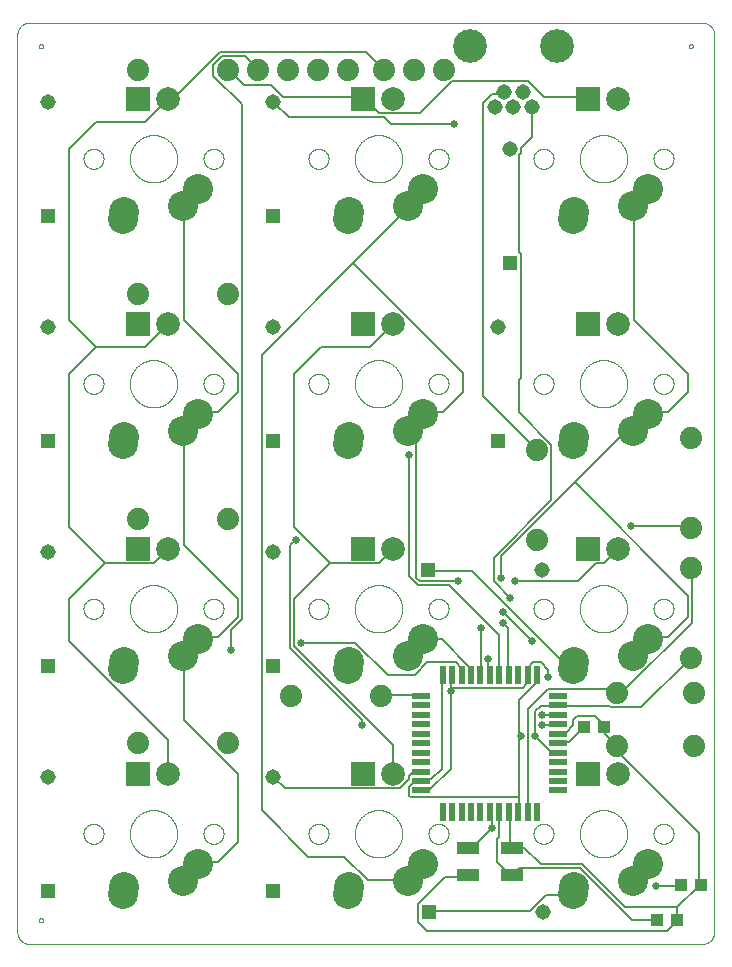
<source format=gbl>
G75*
%MOIN*%
%OFA0B0*%
%FSLAX25Y25*%
%IPPOS*%
%LPD*%
%AMOC8*
5,1,8,0,0,1.08239X$1,22.5*
%
%ADD10C,0.00000*%
%ADD11C,0.10000*%
%ADD12C,0.07874*%
%ADD13R,0.07874X0.07874*%
%ADD14R,0.05150X0.05150*%
%ADD15C,0.05150*%
%ADD16C,0.07400*%
%ADD17R,0.05906X0.01969*%
%ADD18R,0.01969X0.05906*%
%ADD19R,0.07480X0.04331*%
%ADD20R,0.04331X0.03937*%
%ADD21C,0.11220*%
%ADD22C,0.00600*%
%ADD23C,0.02578*%
D10*
X0005049Y0008592D02*
X0005049Y0307804D01*
X0005051Y0307928D01*
X0005057Y0308051D01*
X0005066Y0308175D01*
X0005080Y0308297D01*
X0005097Y0308420D01*
X0005119Y0308542D01*
X0005144Y0308663D01*
X0005173Y0308783D01*
X0005205Y0308902D01*
X0005242Y0309021D01*
X0005282Y0309138D01*
X0005325Y0309253D01*
X0005373Y0309368D01*
X0005424Y0309480D01*
X0005478Y0309591D01*
X0005536Y0309701D01*
X0005597Y0309808D01*
X0005662Y0309914D01*
X0005730Y0310017D01*
X0005801Y0310118D01*
X0005875Y0310217D01*
X0005952Y0310314D01*
X0006033Y0310408D01*
X0006116Y0310499D01*
X0006202Y0310588D01*
X0006291Y0310674D01*
X0006382Y0310757D01*
X0006476Y0310838D01*
X0006573Y0310915D01*
X0006672Y0310989D01*
X0006773Y0311060D01*
X0006876Y0311128D01*
X0006982Y0311193D01*
X0007089Y0311254D01*
X0007199Y0311312D01*
X0007310Y0311366D01*
X0007422Y0311417D01*
X0007537Y0311465D01*
X0007652Y0311508D01*
X0007769Y0311548D01*
X0007888Y0311585D01*
X0008007Y0311617D01*
X0008127Y0311646D01*
X0008248Y0311671D01*
X0008370Y0311693D01*
X0008493Y0311710D01*
X0008615Y0311724D01*
X0008739Y0311733D01*
X0008862Y0311739D01*
X0008986Y0311741D01*
X0233395Y0311741D01*
X0233519Y0311739D01*
X0233642Y0311733D01*
X0233766Y0311724D01*
X0233888Y0311710D01*
X0234011Y0311693D01*
X0234133Y0311671D01*
X0234254Y0311646D01*
X0234374Y0311617D01*
X0234493Y0311585D01*
X0234612Y0311548D01*
X0234729Y0311508D01*
X0234844Y0311465D01*
X0234959Y0311417D01*
X0235071Y0311366D01*
X0235182Y0311312D01*
X0235292Y0311254D01*
X0235399Y0311193D01*
X0235505Y0311128D01*
X0235608Y0311060D01*
X0235709Y0310989D01*
X0235808Y0310915D01*
X0235905Y0310838D01*
X0235999Y0310757D01*
X0236090Y0310674D01*
X0236179Y0310588D01*
X0236265Y0310499D01*
X0236348Y0310408D01*
X0236429Y0310314D01*
X0236506Y0310217D01*
X0236580Y0310118D01*
X0236651Y0310017D01*
X0236719Y0309914D01*
X0236784Y0309808D01*
X0236845Y0309701D01*
X0236903Y0309591D01*
X0236957Y0309480D01*
X0237008Y0309368D01*
X0237056Y0309253D01*
X0237099Y0309138D01*
X0237139Y0309021D01*
X0237176Y0308902D01*
X0237208Y0308783D01*
X0237237Y0308663D01*
X0237262Y0308542D01*
X0237284Y0308420D01*
X0237301Y0308297D01*
X0237315Y0308175D01*
X0237324Y0308051D01*
X0237330Y0307928D01*
X0237332Y0307804D01*
X0237332Y0008592D01*
X0237330Y0008468D01*
X0237324Y0008345D01*
X0237315Y0008221D01*
X0237301Y0008099D01*
X0237284Y0007976D01*
X0237262Y0007854D01*
X0237237Y0007733D01*
X0237208Y0007613D01*
X0237176Y0007494D01*
X0237139Y0007375D01*
X0237099Y0007258D01*
X0237056Y0007143D01*
X0237008Y0007028D01*
X0236957Y0006916D01*
X0236903Y0006805D01*
X0236845Y0006695D01*
X0236784Y0006588D01*
X0236719Y0006482D01*
X0236651Y0006379D01*
X0236580Y0006278D01*
X0236506Y0006179D01*
X0236429Y0006082D01*
X0236348Y0005988D01*
X0236265Y0005897D01*
X0236179Y0005808D01*
X0236090Y0005722D01*
X0235999Y0005639D01*
X0235905Y0005558D01*
X0235808Y0005481D01*
X0235709Y0005407D01*
X0235608Y0005336D01*
X0235505Y0005268D01*
X0235399Y0005203D01*
X0235292Y0005142D01*
X0235182Y0005084D01*
X0235071Y0005030D01*
X0234959Y0004979D01*
X0234844Y0004931D01*
X0234729Y0004888D01*
X0234612Y0004848D01*
X0234493Y0004811D01*
X0234374Y0004779D01*
X0234254Y0004750D01*
X0234133Y0004725D01*
X0234011Y0004703D01*
X0233888Y0004686D01*
X0233766Y0004672D01*
X0233642Y0004663D01*
X0233519Y0004657D01*
X0233395Y0004655D01*
X0008986Y0004655D01*
X0008862Y0004657D01*
X0008739Y0004663D01*
X0008615Y0004672D01*
X0008493Y0004686D01*
X0008370Y0004703D01*
X0008248Y0004725D01*
X0008127Y0004750D01*
X0008007Y0004779D01*
X0007888Y0004811D01*
X0007769Y0004848D01*
X0007652Y0004888D01*
X0007537Y0004931D01*
X0007422Y0004979D01*
X0007310Y0005030D01*
X0007199Y0005084D01*
X0007089Y0005142D01*
X0006982Y0005203D01*
X0006876Y0005268D01*
X0006773Y0005336D01*
X0006672Y0005407D01*
X0006573Y0005481D01*
X0006476Y0005558D01*
X0006382Y0005639D01*
X0006291Y0005722D01*
X0006202Y0005808D01*
X0006116Y0005897D01*
X0006033Y0005988D01*
X0005952Y0006082D01*
X0005875Y0006179D01*
X0005801Y0006278D01*
X0005730Y0006379D01*
X0005662Y0006482D01*
X0005597Y0006588D01*
X0005536Y0006695D01*
X0005478Y0006805D01*
X0005424Y0006916D01*
X0005373Y0007028D01*
X0005325Y0007143D01*
X0005282Y0007258D01*
X0005242Y0007375D01*
X0005205Y0007494D01*
X0005173Y0007613D01*
X0005144Y0007733D01*
X0005119Y0007854D01*
X0005097Y0007976D01*
X0005080Y0008099D01*
X0005066Y0008221D01*
X0005057Y0008345D01*
X0005051Y0008468D01*
X0005049Y0008592D01*
X0012234Y0012529D02*
X0012236Y0012581D01*
X0012242Y0012633D01*
X0012252Y0012684D01*
X0012265Y0012734D01*
X0012283Y0012784D01*
X0012304Y0012831D01*
X0012328Y0012877D01*
X0012357Y0012921D01*
X0012388Y0012963D01*
X0012422Y0013002D01*
X0012459Y0013039D01*
X0012499Y0013072D01*
X0012542Y0013103D01*
X0012586Y0013130D01*
X0012632Y0013154D01*
X0012681Y0013174D01*
X0012730Y0013190D01*
X0012781Y0013203D01*
X0012832Y0013212D01*
X0012884Y0013217D01*
X0012936Y0013218D01*
X0012988Y0013215D01*
X0013040Y0013208D01*
X0013091Y0013197D01*
X0013141Y0013183D01*
X0013190Y0013164D01*
X0013237Y0013142D01*
X0013282Y0013117D01*
X0013326Y0013088D01*
X0013367Y0013056D01*
X0013406Y0013021D01*
X0013441Y0012983D01*
X0013474Y0012942D01*
X0013504Y0012900D01*
X0013530Y0012855D01*
X0013553Y0012808D01*
X0013572Y0012759D01*
X0013588Y0012709D01*
X0013600Y0012659D01*
X0013608Y0012607D01*
X0013612Y0012555D01*
X0013612Y0012503D01*
X0013608Y0012451D01*
X0013600Y0012399D01*
X0013588Y0012349D01*
X0013572Y0012299D01*
X0013553Y0012250D01*
X0013530Y0012203D01*
X0013504Y0012158D01*
X0013474Y0012116D01*
X0013441Y0012075D01*
X0013406Y0012037D01*
X0013367Y0012002D01*
X0013326Y0011970D01*
X0013282Y0011941D01*
X0013237Y0011916D01*
X0013190Y0011894D01*
X0013141Y0011875D01*
X0013091Y0011861D01*
X0013040Y0011850D01*
X0012988Y0011843D01*
X0012936Y0011840D01*
X0012884Y0011841D01*
X0012832Y0011846D01*
X0012781Y0011855D01*
X0012730Y0011868D01*
X0012681Y0011884D01*
X0012632Y0011904D01*
X0012586Y0011928D01*
X0012542Y0011955D01*
X0012499Y0011986D01*
X0012459Y0012019D01*
X0012422Y0012056D01*
X0012388Y0012095D01*
X0012357Y0012137D01*
X0012328Y0012181D01*
X0012304Y0012227D01*
X0012283Y0012274D01*
X0012265Y0012324D01*
X0012252Y0012374D01*
X0012242Y0012425D01*
X0012236Y0012477D01*
X0012234Y0012529D01*
X0027057Y0041387D02*
X0027059Y0041502D01*
X0027065Y0041618D01*
X0027075Y0041733D01*
X0027089Y0041848D01*
X0027107Y0041962D01*
X0027129Y0042075D01*
X0027154Y0042188D01*
X0027184Y0042299D01*
X0027217Y0042410D01*
X0027254Y0042519D01*
X0027295Y0042627D01*
X0027340Y0042734D01*
X0027388Y0042839D01*
X0027440Y0042942D01*
X0027496Y0043043D01*
X0027555Y0043143D01*
X0027617Y0043240D01*
X0027683Y0043335D01*
X0027751Y0043428D01*
X0027823Y0043518D01*
X0027898Y0043606D01*
X0027977Y0043691D01*
X0028058Y0043773D01*
X0028141Y0043853D01*
X0028228Y0043929D01*
X0028317Y0044003D01*
X0028408Y0044073D01*
X0028502Y0044141D01*
X0028598Y0044205D01*
X0028697Y0044265D01*
X0028797Y0044322D01*
X0028899Y0044376D01*
X0029003Y0044426D01*
X0029109Y0044473D01*
X0029216Y0044516D01*
X0029325Y0044555D01*
X0029435Y0044590D01*
X0029546Y0044621D01*
X0029658Y0044649D01*
X0029771Y0044673D01*
X0029885Y0044693D01*
X0030000Y0044709D01*
X0030115Y0044721D01*
X0030230Y0044729D01*
X0030345Y0044733D01*
X0030461Y0044733D01*
X0030576Y0044729D01*
X0030691Y0044721D01*
X0030806Y0044709D01*
X0030921Y0044693D01*
X0031035Y0044673D01*
X0031148Y0044649D01*
X0031260Y0044621D01*
X0031371Y0044590D01*
X0031481Y0044555D01*
X0031590Y0044516D01*
X0031697Y0044473D01*
X0031803Y0044426D01*
X0031907Y0044376D01*
X0032009Y0044322D01*
X0032109Y0044265D01*
X0032208Y0044205D01*
X0032304Y0044141D01*
X0032398Y0044073D01*
X0032489Y0044003D01*
X0032578Y0043929D01*
X0032665Y0043853D01*
X0032748Y0043773D01*
X0032829Y0043691D01*
X0032908Y0043606D01*
X0032983Y0043518D01*
X0033055Y0043428D01*
X0033123Y0043335D01*
X0033189Y0043240D01*
X0033251Y0043143D01*
X0033310Y0043043D01*
X0033366Y0042942D01*
X0033418Y0042839D01*
X0033466Y0042734D01*
X0033511Y0042627D01*
X0033552Y0042519D01*
X0033589Y0042410D01*
X0033622Y0042299D01*
X0033652Y0042188D01*
X0033677Y0042075D01*
X0033699Y0041962D01*
X0033717Y0041848D01*
X0033731Y0041733D01*
X0033741Y0041618D01*
X0033747Y0041502D01*
X0033749Y0041387D01*
X0033747Y0041272D01*
X0033741Y0041156D01*
X0033731Y0041041D01*
X0033717Y0040926D01*
X0033699Y0040812D01*
X0033677Y0040699D01*
X0033652Y0040586D01*
X0033622Y0040475D01*
X0033589Y0040364D01*
X0033552Y0040255D01*
X0033511Y0040147D01*
X0033466Y0040040D01*
X0033418Y0039935D01*
X0033366Y0039832D01*
X0033310Y0039731D01*
X0033251Y0039631D01*
X0033189Y0039534D01*
X0033123Y0039439D01*
X0033055Y0039346D01*
X0032983Y0039256D01*
X0032908Y0039168D01*
X0032829Y0039083D01*
X0032748Y0039001D01*
X0032665Y0038921D01*
X0032578Y0038845D01*
X0032489Y0038771D01*
X0032398Y0038701D01*
X0032304Y0038633D01*
X0032208Y0038569D01*
X0032109Y0038509D01*
X0032009Y0038452D01*
X0031907Y0038398D01*
X0031803Y0038348D01*
X0031697Y0038301D01*
X0031590Y0038258D01*
X0031481Y0038219D01*
X0031371Y0038184D01*
X0031260Y0038153D01*
X0031148Y0038125D01*
X0031035Y0038101D01*
X0030921Y0038081D01*
X0030806Y0038065D01*
X0030691Y0038053D01*
X0030576Y0038045D01*
X0030461Y0038041D01*
X0030345Y0038041D01*
X0030230Y0038045D01*
X0030115Y0038053D01*
X0030000Y0038065D01*
X0029885Y0038081D01*
X0029771Y0038101D01*
X0029658Y0038125D01*
X0029546Y0038153D01*
X0029435Y0038184D01*
X0029325Y0038219D01*
X0029216Y0038258D01*
X0029109Y0038301D01*
X0029003Y0038348D01*
X0028899Y0038398D01*
X0028797Y0038452D01*
X0028697Y0038509D01*
X0028598Y0038569D01*
X0028502Y0038633D01*
X0028408Y0038701D01*
X0028317Y0038771D01*
X0028228Y0038845D01*
X0028141Y0038921D01*
X0028058Y0039001D01*
X0027977Y0039083D01*
X0027898Y0039168D01*
X0027823Y0039256D01*
X0027751Y0039346D01*
X0027683Y0039439D01*
X0027617Y0039534D01*
X0027555Y0039631D01*
X0027496Y0039731D01*
X0027440Y0039832D01*
X0027388Y0039935D01*
X0027340Y0040040D01*
X0027295Y0040147D01*
X0027254Y0040255D01*
X0027217Y0040364D01*
X0027184Y0040475D01*
X0027154Y0040586D01*
X0027129Y0040699D01*
X0027107Y0040812D01*
X0027089Y0040926D01*
X0027075Y0041041D01*
X0027065Y0041156D01*
X0027059Y0041272D01*
X0027057Y0041387D01*
X0042529Y0041387D02*
X0042531Y0041580D01*
X0042538Y0041773D01*
X0042550Y0041966D01*
X0042567Y0042159D01*
X0042588Y0042351D01*
X0042614Y0042542D01*
X0042645Y0042733D01*
X0042680Y0042923D01*
X0042720Y0043112D01*
X0042765Y0043300D01*
X0042814Y0043487D01*
X0042868Y0043673D01*
X0042926Y0043857D01*
X0042989Y0044040D01*
X0043057Y0044221D01*
X0043128Y0044400D01*
X0043205Y0044578D01*
X0043285Y0044754D01*
X0043370Y0044927D01*
X0043459Y0045099D01*
X0043552Y0045268D01*
X0043649Y0045435D01*
X0043751Y0045600D01*
X0043856Y0045762D01*
X0043965Y0045921D01*
X0044079Y0046078D01*
X0044196Y0046231D01*
X0044316Y0046382D01*
X0044441Y0046530D01*
X0044569Y0046675D01*
X0044700Y0046816D01*
X0044835Y0046955D01*
X0044974Y0047090D01*
X0045115Y0047221D01*
X0045260Y0047349D01*
X0045408Y0047474D01*
X0045559Y0047594D01*
X0045712Y0047711D01*
X0045869Y0047825D01*
X0046028Y0047934D01*
X0046190Y0048039D01*
X0046355Y0048141D01*
X0046522Y0048238D01*
X0046691Y0048331D01*
X0046863Y0048420D01*
X0047036Y0048505D01*
X0047212Y0048585D01*
X0047390Y0048662D01*
X0047569Y0048733D01*
X0047750Y0048801D01*
X0047933Y0048864D01*
X0048117Y0048922D01*
X0048303Y0048976D01*
X0048490Y0049025D01*
X0048678Y0049070D01*
X0048867Y0049110D01*
X0049057Y0049145D01*
X0049248Y0049176D01*
X0049439Y0049202D01*
X0049631Y0049223D01*
X0049824Y0049240D01*
X0050017Y0049252D01*
X0050210Y0049259D01*
X0050403Y0049261D01*
X0050596Y0049259D01*
X0050789Y0049252D01*
X0050982Y0049240D01*
X0051175Y0049223D01*
X0051367Y0049202D01*
X0051558Y0049176D01*
X0051749Y0049145D01*
X0051939Y0049110D01*
X0052128Y0049070D01*
X0052316Y0049025D01*
X0052503Y0048976D01*
X0052689Y0048922D01*
X0052873Y0048864D01*
X0053056Y0048801D01*
X0053237Y0048733D01*
X0053416Y0048662D01*
X0053594Y0048585D01*
X0053770Y0048505D01*
X0053943Y0048420D01*
X0054115Y0048331D01*
X0054284Y0048238D01*
X0054451Y0048141D01*
X0054616Y0048039D01*
X0054778Y0047934D01*
X0054937Y0047825D01*
X0055094Y0047711D01*
X0055247Y0047594D01*
X0055398Y0047474D01*
X0055546Y0047349D01*
X0055691Y0047221D01*
X0055832Y0047090D01*
X0055971Y0046955D01*
X0056106Y0046816D01*
X0056237Y0046675D01*
X0056365Y0046530D01*
X0056490Y0046382D01*
X0056610Y0046231D01*
X0056727Y0046078D01*
X0056841Y0045921D01*
X0056950Y0045762D01*
X0057055Y0045600D01*
X0057157Y0045435D01*
X0057254Y0045268D01*
X0057347Y0045099D01*
X0057436Y0044927D01*
X0057521Y0044754D01*
X0057601Y0044578D01*
X0057678Y0044400D01*
X0057749Y0044221D01*
X0057817Y0044040D01*
X0057880Y0043857D01*
X0057938Y0043673D01*
X0057992Y0043487D01*
X0058041Y0043300D01*
X0058086Y0043112D01*
X0058126Y0042923D01*
X0058161Y0042733D01*
X0058192Y0042542D01*
X0058218Y0042351D01*
X0058239Y0042159D01*
X0058256Y0041966D01*
X0058268Y0041773D01*
X0058275Y0041580D01*
X0058277Y0041387D01*
X0058275Y0041194D01*
X0058268Y0041001D01*
X0058256Y0040808D01*
X0058239Y0040615D01*
X0058218Y0040423D01*
X0058192Y0040232D01*
X0058161Y0040041D01*
X0058126Y0039851D01*
X0058086Y0039662D01*
X0058041Y0039474D01*
X0057992Y0039287D01*
X0057938Y0039101D01*
X0057880Y0038917D01*
X0057817Y0038734D01*
X0057749Y0038553D01*
X0057678Y0038374D01*
X0057601Y0038196D01*
X0057521Y0038020D01*
X0057436Y0037847D01*
X0057347Y0037675D01*
X0057254Y0037506D01*
X0057157Y0037339D01*
X0057055Y0037174D01*
X0056950Y0037012D01*
X0056841Y0036853D01*
X0056727Y0036696D01*
X0056610Y0036543D01*
X0056490Y0036392D01*
X0056365Y0036244D01*
X0056237Y0036099D01*
X0056106Y0035958D01*
X0055971Y0035819D01*
X0055832Y0035684D01*
X0055691Y0035553D01*
X0055546Y0035425D01*
X0055398Y0035300D01*
X0055247Y0035180D01*
X0055094Y0035063D01*
X0054937Y0034949D01*
X0054778Y0034840D01*
X0054616Y0034735D01*
X0054451Y0034633D01*
X0054284Y0034536D01*
X0054115Y0034443D01*
X0053943Y0034354D01*
X0053770Y0034269D01*
X0053594Y0034189D01*
X0053416Y0034112D01*
X0053237Y0034041D01*
X0053056Y0033973D01*
X0052873Y0033910D01*
X0052689Y0033852D01*
X0052503Y0033798D01*
X0052316Y0033749D01*
X0052128Y0033704D01*
X0051939Y0033664D01*
X0051749Y0033629D01*
X0051558Y0033598D01*
X0051367Y0033572D01*
X0051175Y0033551D01*
X0050982Y0033534D01*
X0050789Y0033522D01*
X0050596Y0033515D01*
X0050403Y0033513D01*
X0050210Y0033515D01*
X0050017Y0033522D01*
X0049824Y0033534D01*
X0049631Y0033551D01*
X0049439Y0033572D01*
X0049248Y0033598D01*
X0049057Y0033629D01*
X0048867Y0033664D01*
X0048678Y0033704D01*
X0048490Y0033749D01*
X0048303Y0033798D01*
X0048117Y0033852D01*
X0047933Y0033910D01*
X0047750Y0033973D01*
X0047569Y0034041D01*
X0047390Y0034112D01*
X0047212Y0034189D01*
X0047036Y0034269D01*
X0046863Y0034354D01*
X0046691Y0034443D01*
X0046522Y0034536D01*
X0046355Y0034633D01*
X0046190Y0034735D01*
X0046028Y0034840D01*
X0045869Y0034949D01*
X0045712Y0035063D01*
X0045559Y0035180D01*
X0045408Y0035300D01*
X0045260Y0035425D01*
X0045115Y0035553D01*
X0044974Y0035684D01*
X0044835Y0035819D01*
X0044700Y0035958D01*
X0044569Y0036099D01*
X0044441Y0036244D01*
X0044316Y0036392D01*
X0044196Y0036543D01*
X0044079Y0036696D01*
X0043965Y0036853D01*
X0043856Y0037012D01*
X0043751Y0037174D01*
X0043649Y0037339D01*
X0043552Y0037506D01*
X0043459Y0037675D01*
X0043370Y0037847D01*
X0043285Y0038020D01*
X0043205Y0038196D01*
X0043128Y0038374D01*
X0043057Y0038553D01*
X0042989Y0038734D01*
X0042926Y0038917D01*
X0042868Y0039101D01*
X0042814Y0039287D01*
X0042765Y0039474D01*
X0042720Y0039662D01*
X0042680Y0039851D01*
X0042645Y0040041D01*
X0042614Y0040232D01*
X0042588Y0040423D01*
X0042567Y0040615D01*
X0042550Y0040808D01*
X0042538Y0041001D01*
X0042531Y0041194D01*
X0042529Y0041387D01*
X0067057Y0041387D02*
X0067059Y0041502D01*
X0067065Y0041618D01*
X0067075Y0041733D01*
X0067089Y0041848D01*
X0067107Y0041962D01*
X0067129Y0042075D01*
X0067154Y0042188D01*
X0067184Y0042299D01*
X0067217Y0042410D01*
X0067254Y0042519D01*
X0067295Y0042627D01*
X0067340Y0042734D01*
X0067388Y0042839D01*
X0067440Y0042942D01*
X0067496Y0043043D01*
X0067555Y0043143D01*
X0067617Y0043240D01*
X0067683Y0043335D01*
X0067751Y0043428D01*
X0067823Y0043518D01*
X0067898Y0043606D01*
X0067977Y0043691D01*
X0068058Y0043773D01*
X0068141Y0043853D01*
X0068228Y0043929D01*
X0068317Y0044003D01*
X0068408Y0044073D01*
X0068502Y0044141D01*
X0068598Y0044205D01*
X0068697Y0044265D01*
X0068797Y0044322D01*
X0068899Y0044376D01*
X0069003Y0044426D01*
X0069109Y0044473D01*
X0069216Y0044516D01*
X0069325Y0044555D01*
X0069435Y0044590D01*
X0069546Y0044621D01*
X0069658Y0044649D01*
X0069771Y0044673D01*
X0069885Y0044693D01*
X0070000Y0044709D01*
X0070115Y0044721D01*
X0070230Y0044729D01*
X0070345Y0044733D01*
X0070461Y0044733D01*
X0070576Y0044729D01*
X0070691Y0044721D01*
X0070806Y0044709D01*
X0070921Y0044693D01*
X0071035Y0044673D01*
X0071148Y0044649D01*
X0071260Y0044621D01*
X0071371Y0044590D01*
X0071481Y0044555D01*
X0071590Y0044516D01*
X0071697Y0044473D01*
X0071803Y0044426D01*
X0071907Y0044376D01*
X0072009Y0044322D01*
X0072109Y0044265D01*
X0072208Y0044205D01*
X0072304Y0044141D01*
X0072398Y0044073D01*
X0072489Y0044003D01*
X0072578Y0043929D01*
X0072665Y0043853D01*
X0072748Y0043773D01*
X0072829Y0043691D01*
X0072908Y0043606D01*
X0072983Y0043518D01*
X0073055Y0043428D01*
X0073123Y0043335D01*
X0073189Y0043240D01*
X0073251Y0043143D01*
X0073310Y0043043D01*
X0073366Y0042942D01*
X0073418Y0042839D01*
X0073466Y0042734D01*
X0073511Y0042627D01*
X0073552Y0042519D01*
X0073589Y0042410D01*
X0073622Y0042299D01*
X0073652Y0042188D01*
X0073677Y0042075D01*
X0073699Y0041962D01*
X0073717Y0041848D01*
X0073731Y0041733D01*
X0073741Y0041618D01*
X0073747Y0041502D01*
X0073749Y0041387D01*
X0073747Y0041272D01*
X0073741Y0041156D01*
X0073731Y0041041D01*
X0073717Y0040926D01*
X0073699Y0040812D01*
X0073677Y0040699D01*
X0073652Y0040586D01*
X0073622Y0040475D01*
X0073589Y0040364D01*
X0073552Y0040255D01*
X0073511Y0040147D01*
X0073466Y0040040D01*
X0073418Y0039935D01*
X0073366Y0039832D01*
X0073310Y0039731D01*
X0073251Y0039631D01*
X0073189Y0039534D01*
X0073123Y0039439D01*
X0073055Y0039346D01*
X0072983Y0039256D01*
X0072908Y0039168D01*
X0072829Y0039083D01*
X0072748Y0039001D01*
X0072665Y0038921D01*
X0072578Y0038845D01*
X0072489Y0038771D01*
X0072398Y0038701D01*
X0072304Y0038633D01*
X0072208Y0038569D01*
X0072109Y0038509D01*
X0072009Y0038452D01*
X0071907Y0038398D01*
X0071803Y0038348D01*
X0071697Y0038301D01*
X0071590Y0038258D01*
X0071481Y0038219D01*
X0071371Y0038184D01*
X0071260Y0038153D01*
X0071148Y0038125D01*
X0071035Y0038101D01*
X0070921Y0038081D01*
X0070806Y0038065D01*
X0070691Y0038053D01*
X0070576Y0038045D01*
X0070461Y0038041D01*
X0070345Y0038041D01*
X0070230Y0038045D01*
X0070115Y0038053D01*
X0070000Y0038065D01*
X0069885Y0038081D01*
X0069771Y0038101D01*
X0069658Y0038125D01*
X0069546Y0038153D01*
X0069435Y0038184D01*
X0069325Y0038219D01*
X0069216Y0038258D01*
X0069109Y0038301D01*
X0069003Y0038348D01*
X0068899Y0038398D01*
X0068797Y0038452D01*
X0068697Y0038509D01*
X0068598Y0038569D01*
X0068502Y0038633D01*
X0068408Y0038701D01*
X0068317Y0038771D01*
X0068228Y0038845D01*
X0068141Y0038921D01*
X0068058Y0039001D01*
X0067977Y0039083D01*
X0067898Y0039168D01*
X0067823Y0039256D01*
X0067751Y0039346D01*
X0067683Y0039439D01*
X0067617Y0039534D01*
X0067555Y0039631D01*
X0067496Y0039731D01*
X0067440Y0039832D01*
X0067388Y0039935D01*
X0067340Y0040040D01*
X0067295Y0040147D01*
X0067254Y0040255D01*
X0067217Y0040364D01*
X0067184Y0040475D01*
X0067154Y0040586D01*
X0067129Y0040699D01*
X0067107Y0040812D01*
X0067089Y0040926D01*
X0067075Y0041041D01*
X0067065Y0041156D01*
X0067059Y0041272D01*
X0067057Y0041387D01*
X0102057Y0041387D02*
X0102059Y0041502D01*
X0102065Y0041618D01*
X0102075Y0041733D01*
X0102089Y0041848D01*
X0102107Y0041962D01*
X0102129Y0042075D01*
X0102154Y0042188D01*
X0102184Y0042299D01*
X0102217Y0042410D01*
X0102254Y0042519D01*
X0102295Y0042627D01*
X0102340Y0042734D01*
X0102388Y0042839D01*
X0102440Y0042942D01*
X0102496Y0043043D01*
X0102555Y0043143D01*
X0102617Y0043240D01*
X0102683Y0043335D01*
X0102751Y0043428D01*
X0102823Y0043518D01*
X0102898Y0043606D01*
X0102977Y0043691D01*
X0103058Y0043773D01*
X0103141Y0043853D01*
X0103228Y0043929D01*
X0103317Y0044003D01*
X0103408Y0044073D01*
X0103502Y0044141D01*
X0103598Y0044205D01*
X0103697Y0044265D01*
X0103797Y0044322D01*
X0103899Y0044376D01*
X0104003Y0044426D01*
X0104109Y0044473D01*
X0104216Y0044516D01*
X0104325Y0044555D01*
X0104435Y0044590D01*
X0104546Y0044621D01*
X0104658Y0044649D01*
X0104771Y0044673D01*
X0104885Y0044693D01*
X0105000Y0044709D01*
X0105115Y0044721D01*
X0105230Y0044729D01*
X0105345Y0044733D01*
X0105461Y0044733D01*
X0105576Y0044729D01*
X0105691Y0044721D01*
X0105806Y0044709D01*
X0105921Y0044693D01*
X0106035Y0044673D01*
X0106148Y0044649D01*
X0106260Y0044621D01*
X0106371Y0044590D01*
X0106481Y0044555D01*
X0106590Y0044516D01*
X0106697Y0044473D01*
X0106803Y0044426D01*
X0106907Y0044376D01*
X0107009Y0044322D01*
X0107109Y0044265D01*
X0107208Y0044205D01*
X0107304Y0044141D01*
X0107398Y0044073D01*
X0107489Y0044003D01*
X0107578Y0043929D01*
X0107665Y0043853D01*
X0107748Y0043773D01*
X0107829Y0043691D01*
X0107908Y0043606D01*
X0107983Y0043518D01*
X0108055Y0043428D01*
X0108123Y0043335D01*
X0108189Y0043240D01*
X0108251Y0043143D01*
X0108310Y0043043D01*
X0108366Y0042942D01*
X0108418Y0042839D01*
X0108466Y0042734D01*
X0108511Y0042627D01*
X0108552Y0042519D01*
X0108589Y0042410D01*
X0108622Y0042299D01*
X0108652Y0042188D01*
X0108677Y0042075D01*
X0108699Y0041962D01*
X0108717Y0041848D01*
X0108731Y0041733D01*
X0108741Y0041618D01*
X0108747Y0041502D01*
X0108749Y0041387D01*
X0108747Y0041272D01*
X0108741Y0041156D01*
X0108731Y0041041D01*
X0108717Y0040926D01*
X0108699Y0040812D01*
X0108677Y0040699D01*
X0108652Y0040586D01*
X0108622Y0040475D01*
X0108589Y0040364D01*
X0108552Y0040255D01*
X0108511Y0040147D01*
X0108466Y0040040D01*
X0108418Y0039935D01*
X0108366Y0039832D01*
X0108310Y0039731D01*
X0108251Y0039631D01*
X0108189Y0039534D01*
X0108123Y0039439D01*
X0108055Y0039346D01*
X0107983Y0039256D01*
X0107908Y0039168D01*
X0107829Y0039083D01*
X0107748Y0039001D01*
X0107665Y0038921D01*
X0107578Y0038845D01*
X0107489Y0038771D01*
X0107398Y0038701D01*
X0107304Y0038633D01*
X0107208Y0038569D01*
X0107109Y0038509D01*
X0107009Y0038452D01*
X0106907Y0038398D01*
X0106803Y0038348D01*
X0106697Y0038301D01*
X0106590Y0038258D01*
X0106481Y0038219D01*
X0106371Y0038184D01*
X0106260Y0038153D01*
X0106148Y0038125D01*
X0106035Y0038101D01*
X0105921Y0038081D01*
X0105806Y0038065D01*
X0105691Y0038053D01*
X0105576Y0038045D01*
X0105461Y0038041D01*
X0105345Y0038041D01*
X0105230Y0038045D01*
X0105115Y0038053D01*
X0105000Y0038065D01*
X0104885Y0038081D01*
X0104771Y0038101D01*
X0104658Y0038125D01*
X0104546Y0038153D01*
X0104435Y0038184D01*
X0104325Y0038219D01*
X0104216Y0038258D01*
X0104109Y0038301D01*
X0104003Y0038348D01*
X0103899Y0038398D01*
X0103797Y0038452D01*
X0103697Y0038509D01*
X0103598Y0038569D01*
X0103502Y0038633D01*
X0103408Y0038701D01*
X0103317Y0038771D01*
X0103228Y0038845D01*
X0103141Y0038921D01*
X0103058Y0039001D01*
X0102977Y0039083D01*
X0102898Y0039168D01*
X0102823Y0039256D01*
X0102751Y0039346D01*
X0102683Y0039439D01*
X0102617Y0039534D01*
X0102555Y0039631D01*
X0102496Y0039731D01*
X0102440Y0039832D01*
X0102388Y0039935D01*
X0102340Y0040040D01*
X0102295Y0040147D01*
X0102254Y0040255D01*
X0102217Y0040364D01*
X0102184Y0040475D01*
X0102154Y0040586D01*
X0102129Y0040699D01*
X0102107Y0040812D01*
X0102089Y0040926D01*
X0102075Y0041041D01*
X0102065Y0041156D01*
X0102059Y0041272D01*
X0102057Y0041387D01*
X0117529Y0041387D02*
X0117531Y0041580D01*
X0117538Y0041773D01*
X0117550Y0041966D01*
X0117567Y0042159D01*
X0117588Y0042351D01*
X0117614Y0042542D01*
X0117645Y0042733D01*
X0117680Y0042923D01*
X0117720Y0043112D01*
X0117765Y0043300D01*
X0117814Y0043487D01*
X0117868Y0043673D01*
X0117926Y0043857D01*
X0117989Y0044040D01*
X0118057Y0044221D01*
X0118128Y0044400D01*
X0118205Y0044578D01*
X0118285Y0044754D01*
X0118370Y0044927D01*
X0118459Y0045099D01*
X0118552Y0045268D01*
X0118649Y0045435D01*
X0118751Y0045600D01*
X0118856Y0045762D01*
X0118965Y0045921D01*
X0119079Y0046078D01*
X0119196Y0046231D01*
X0119316Y0046382D01*
X0119441Y0046530D01*
X0119569Y0046675D01*
X0119700Y0046816D01*
X0119835Y0046955D01*
X0119974Y0047090D01*
X0120115Y0047221D01*
X0120260Y0047349D01*
X0120408Y0047474D01*
X0120559Y0047594D01*
X0120712Y0047711D01*
X0120869Y0047825D01*
X0121028Y0047934D01*
X0121190Y0048039D01*
X0121355Y0048141D01*
X0121522Y0048238D01*
X0121691Y0048331D01*
X0121863Y0048420D01*
X0122036Y0048505D01*
X0122212Y0048585D01*
X0122390Y0048662D01*
X0122569Y0048733D01*
X0122750Y0048801D01*
X0122933Y0048864D01*
X0123117Y0048922D01*
X0123303Y0048976D01*
X0123490Y0049025D01*
X0123678Y0049070D01*
X0123867Y0049110D01*
X0124057Y0049145D01*
X0124248Y0049176D01*
X0124439Y0049202D01*
X0124631Y0049223D01*
X0124824Y0049240D01*
X0125017Y0049252D01*
X0125210Y0049259D01*
X0125403Y0049261D01*
X0125596Y0049259D01*
X0125789Y0049252D01*
X0125982Y0049240D01*
X0126175Y0049223D01*
X0126367Y0049202D01*
X0126558Y0049176D01*
X0126749Y0049145D01*
X0126939Y0049110D01*
X0127128Y0049070D01*
X0127316Y0049025D01*
X0127503Y0048976D01*
X0127689Y0048922D01*
X0127873Y0048864D01*
X0128056Y0048801D01*
X0128237Y0048733D01*
X0128416Y0048662D01*
X0128594Y0048585D01*
X0128770Y0048505D01*
X0128943Y0048420D01*
X0129115Y0048331D01*
X0129284Y0048238D01*
X0129451Y0048141D01*
X0129616Y0048039D01*
X0129778Y0047934D01*
X0129937Y0047825D01*
X0130094Y0047711D01*
X0130247Y0047594D01*
X0130398Y0047474D01*
X0130546Y0047349D01*
X0130691Y0047221D01*
X0130832Y0047090D01*
X0130971Y0046955D01*
X0131106Y0046816D01*
X0131237Y0046675D01*
X0131365Y0046530D01*
X0131490Y0046382D01*
X0131610Y0046231D01*
X0131727Y0046078D01*
X0131841Y0045921D01*
X0131950Y0045762D01*
X0132055Y0045600D01*
X0132157Y0045435D01*
X0132254Y0045268D01*
X0132347Y0045099D01*
X0132436Y0044927D01*
X0132521Y0044754D01*
X0132601Y0044578D01*
X0132678Y0044400D01*
X0132749Y0044221D01*
X0132817Y0044040D01*
X0132880Y0043857D01*
X0132938Y0043673D01*
X0132992Y0043487D01*
X0133041Y0043300D01*
X0133086Y0043112D01*
X0133126Y0042923D01*
X0133161Y0042733D01*
X0133192Y0042542D01*
X0133218Y0042351D01*
X0133239Y0042159D01*
X0133256Y0041966D01*
X0133268Y0041773D01*
X0133275Y0041580D01*
X0133277Y0041387D01*
X0133275Y0041194D01*
X0133268Y0041001D01*
X0133256Y0040808D01*
X0133239Y0040615D01*
X0133218Y0040423D01*
X0133192Y0040232D01*
X0133161Y0040041D01*
X0133126Y0039851D01*
X0133086Y0039662D01*
X0133041Y0039474D01*
X0132992Y0039287D01*
X0132938Y0039101D01*
X0132880Y0038917D01*
X0132817Y0038734D01*
X0132749Y0038553D01*
X0132678Y0038374D01*
X0132601Y0038196D01*
X0132521Y0038020D01*
X0132436Y0037847D01*
X0132347Y0037675D01*
X0132254Y0037506D01*
X0132157Y0037339D01*
X0132055Y0037174D01*
X0131950Y0037012D01*
X0131841Y0036853D01*
X0131727Y0036696D01*
X0131610Y0036543D01*
X0131490Y0036392D01*
X0131365Y0036244D01*
X0131237Y0036099D01*
X0131106Y0035958D01*
X0130971Y0035819D01*
X0130832Y0035684D01*
X0130691Y0035553D01*
X0130546Y0035425D01*
X0130398Y0035300D01*
X0130247Y0035180D01*
X0130094Y0035063D01*
X0129937Y0034949D01*
X0129778Y0034840D01*
X0129616Y0034735D01*
X0129451Y0034633D01*
X0129284Y0034536D01*
X0129115Y0034443D01*
X0128943Y0034354D01*
X0128770Y0034269D01*
X0128594Y0034189D01*
X0128416Y0034112D01*
X0128237Y0034041D01*
X0128056Y0033973D01*
X0127873Y0033910D01*
X0127689Y0033852D01*
X0127503Y0033798D01*
X0127316Y0033749D01*
X0127128Y0033704D01*
X0126939Y0033664D01*
X0126749Y0033629D01*
X0126558Y0033598D01*
X0126367Y0033572D01*
X0126175Y0033551D01*
X0125982Y0033534D01*
X0125789Y0033522D01*
X0125596Y0033515D01*
X0125403Y0033513D01*
X0125210Y0033515D01*
X0125017Y0033522D01*
X0124824Y0033534D01*
X0124631Y0033551D01*
X0124439Y0033572D01*
X0124248Y0033598D01*
X0124057Y0033629D01*
X0123867Y0033664D01*
X0123678Y0033704D01*
X0123490Y0033749D01*
X0123303Y0033798D01*
X0123117Y0033852D01*
X0122933Y0033910D01*
X0122750Y0033973D01*
X0122569Y0034041D01*
X0122390Y0034112D01*
X0122212Y0034189D01*
X0122036Y0034269D01*
X0121863Y0034354D01*
X0121691Y0034443D01*
X0121522Y0034536D01*
X0121355Y0034633D01*
X0121190Y0034735D01*
X0121028Y0034840D01*
X0120869Y0034949D01*
X0120712Y0035063D01*
X0120559Y0035180D01*
X0120408Y0035300D01*
X0120260Y0035425D01*
X0120115Y0035553D01*
X0119974Y0035684D01*
X0119835Y0035819D01*
X0119700Y0035958D01*
X0119569Y0036099D01*
X0119441Y0036244D01*
X0119316Y0036392D01*
X0119196Y0036543D01*
X0119079Y0036696D01*
X0118965Y0036853D01*
X0118856Y0037012D01*
X0118751Y0037174D01*
X0118649Y0037339D01*
X0118552Y0037506D01*
X0118459Y0037675D01*
X0118370Y0037847D01*
X0118285Y0038020D01*
X0118205Y0038196D01*
X0118128Y0038374D01*
X0118057Y0038553D01*
X0117989Y0038734D01*
X0117926Y0038917D01*
X0117868Y0039101D01*
X0117814Y0039287D01*
X0117765Y0039474D01*
X0117720Y0039662D01*
X0117680Y0039851D01*
X0117645Y0040041D01*
X0117614Y0040232D01*
X0117588Y0040423D01*
X0117567Y0040615D01*
X0117550Y0040808D01*
X0117538Y0041001D01*
X0117531Y0041194D01*
X0117529Y0041387D01*
X0142057Y0041387D02*
X0142059Y0041502D01*
X0142065Y0041618D01*
X0142075Y0041733D01*
X0142089Y0041848D01*
X0142107Y0041962D01*
X0142129Y0042075D01*
X0142154Y0042188D01*
X0142184Y0042299D01*
X0142217Y0042410D01*
X0142254Y0042519D01*
X0142295Y0042627D01*
X0142340Y0042734D01*
X0142388Y0042839D01*
X0142440Y0042942D01*
X0142496Y0043043D01*
X0142555Y0043143D01*
X0142617Y0043240D01*
X0142683Y0043335D01*
X0142751Y0043428D01*
X0142823Y0043518D01*
X0142898Y0043606D01*
X0142977Y0043691D01*
X0143058Y0043773D01*
X0143141Y0043853D01*
X0143228Y0043929D01*
X0143317Y0044003D01*
X0143408Y0044073D01*
X0143502Y0044141D01*
X0143598Y0044205D01*
X0143697Y0044265D01*
X0143797Y0044322D01*
X0143899Y0044376D01*
X0144003Y0044426D01*
X0144109Y0044473D01*
X0144216Y0044516D01*
X0144325Y0044555D01*
X0144435Y0044590D01*
X0144546Y0044621D01*
X0144658Y0044649D01*
X0144771Y0044673D01*
X0144885Y0044693D01*
X0145000Y0044709D01*
X0145115Y0044721D01*
X0145230Y0044729D01*
X0145345Y0044733D01*
X0145461Y0044733D01*
X0145576Y0044729D01*
X0145691Y0044721D01*
X0145806Y0044709D01*
X0145921Y0044693D01*
X0146035Y0044673D01*
X0146148Y0044649D01*
X0146260Y0044621D01*
X0146371Y0044590D01*
X0146481Y0044555D01*
X0146590Y0044516D01*
X0146697Y0044473D01*
X0146803Y0044426D01*
X0146907Y0044376D01*
X0147009Y0044322D01*
X0147109Y0044265D01*
X0147208Y0044205D01*
X0147304Y0044141D01*
X0147398Y0044073D01*
X0147489Y0044003D01*
X0147578Y0043929D01*
X0147665Y0043853D01*
X0147748Y0043773D01*
X0147829Y0043691D01*
X0147908Y0043606D01*
X0147983Y0043518D01*
X0148055Y0043428D01*
X0148123Y0043335D01*
X0148189Y0043240D01*
X0148251Y0043143D01*
X0148310Y0043043D01*
X0148366Y0042942D01*
X0148418Y0042839D01*
X0148466Y0042734D01*
X0148511Y0042627D01*
X0148552Y0042519D01*
X0148589Y0042410D01*
X0148622Y0042299D01*
X0148652Y0042188D01*
X0148677Y0042075D01*
X0148699Y0041962D01*
X0148717Y0041848D01*
X0148731Y0041733D01*
X0148741Y0041618D01*
X0148747Y0041502D01*
X0148749Y0041387D01*
X0148747Y0041272D01*
X0148741Y0041156D01*
X0148731Y0041041D01*
X0148717Y0040926D01*
X0148699Y0040812D01*
X0148677Y0040699D01*
X0148652Y0040586D01*
X0148622Y0040475D01*
X0148589Y0040364D01*
X0148552Y0040255D01*
X0148511Y0040147D01*
X0148466Y0040040D01*
X0148418Y0039935D01*
X0148366Y0039832D01*
X0148310Y0039731D01*
X0148251Y0039631D01*
X0148189Y0039534D01*
X0148123Y0039439D01*
X0148055Y0039346D01*
X0147983Y0039256D01*
X0147908Y0039168D01*
X0147829Y0039083D01*
X0147748Y0039001D01*
X0147665Y0038921D01*
X0147578Y0038845D01*
X0147489Y0038771D01*
X0147398Y0038701D01*
X0147304Y0038633D01*
X0147208Y0038569D01*
X0147109Y0038509D01*
X0147009Y0038452D01*
X0146907Y0038398D01*
X0146803Y0038348D01*
X0146697Y0038301D01*
X0146590Y0038258D01*
X0146481Y0038219D01*
X0146371Y0038184D01*
X0146260Y0038153D01*
X0146148Y0038125D01*
X0146035Y0038101D01*
X0145921Y0038081D01*
X0145806Y0038065D01*
X0145691Y0038053D01*
X0145576Y0038045D01*
X0145461Y0038041D01*
X0145345Y0038041D01*
X0145230Y0038045D01*
X0145115Y0038053D01*
X0145000Y0038065D01*
X0144885Y0038081D01*
X0144771Y0038101D01*
X0144658Y0038125D01*
X0144546Y0038153D01*
X0144435Y0038184D01*
X0144325Y0038219D01*
X0144216Y0038258D01*
X0144109Y0038301D01*
X0144003Y0038348D01*
X0143899Y0038398D01*
X0143797Y0038452D01*
X0143697Y0038509D01*
X0143598Y0038569D01*
X0143502Y0038633D01*
X0143408Y0038701D01*
X0143317Y0038771D01*
X0143228Y0038845D01*
X0143141Y0038921D01*
X0143058Y0039001D01*
X0142977Y0039083D01*
X0142898Y0039168D01*
X0142823Y0039256D01*
X0142751Y0039346D01*
X0142683Y0039439D01*
X0142617Y0039534D01*
X0142555Y0039631D01*
X0142496Y0039731D01*
X0142440Y0039832D01*
X0142388Y0039935D01*
X0142340Y0040040D01*
X0142295Y0040147D01*
X0142254Y0040255D01*
X0142217Y0040364D01*
X0142184Y0040475D01*
X0142154Y0040586D01*
X0142129Y0040699D01*
X0142107Y0040812D01*
X0142089Y0040926D01*
X0142075Y0041041D01*
X0142065Y0041156D01*
X0142059Y0041272D01*
X0142057Y0041387D01*
X0177057Y0041387D02*
X0177059Y0041502D01*
X0177065Y0041618D01*
X0177075Y0041733D01*
X0177089Y0041848D01*
X0177107Y0041962D01*
X0177129Y0042075D01*
X0177154Y0042188D01*
X0177184Y0042299D01*
X0177217Y0042410D01*
X0177254Y0042519D01*
X0177295Y0042627D01*
X0177340Y0042734D01*
X0177388Y0042839D01*
X0177440Y0042942D01*
X0177496Y0043043D01*
X0177555Y0043143D01*
X0177617Y0043240D01*
X0177683Y0043335D01*
X0177751Y0043428D01*
X0177823Y0043518D01*
X0177898Y0043606D01*
X0177977Y0043691D01*
X0178058Y0043773D01*
X0178141Y0043853D01*
X0178228Y0043929D01*
X0178317Y0044003D01*
X0178408Y0044073D01*
X0178502Y0044141D01*
X0178598Y0044205D01*
X0178697Y0044265D01*
X0178797Y0044322D01*
X0178899Y0044376D01*
X0179003Y0044426D01*
X0179109Y0044473D01*
X0179216Y0044516D01*
X0179325Y0044555D01*
X0179435Y0044590D01*
X0179546Y0044621D01*
X0179658Y0044649D01*
X0179771Y0044673D01*
X0179885Y0044693D01*
X0180000Y0044709D01*
X0180115Y0044721D01*
X0180230Y0044729D01*
X0180345Y0044733D01*
X0180461Y0044733D01*
X0180576Y0044729D01*
X0180691Y0044721D01*
X0180806Y0044709D01*
X0180921Y0044693D01*
X0181035Y0044673D01*
X0181148Y0044649D01*
X0181260Y0044621D01*
X0181371Y0044590D01*
X0181481Y0044555D01*
X0181590Y0044516D01*
X0181697Y0044473D01*
X0181803Y0044426D01*
X0181907Y0044376D01*
X0182009Y0044322D01*
X0182109Y0044265D01*
X0182208Y0044205D01*
X0182304Y0044141D01*
X0182398Y0044073D01*
X0182489Y0044003D01*
X0182578Y0043929D01*
X0182665Y0043853D01*
X0182748Y0043773D01*
X0182829Y0043691D01*
X0182908Y0043606D01*
X0182983Y0043518D01*
X0183055Y0043428D01*
X0183123Y0043335D01*
X0183189Y0043240D01*
X0183251Y0043143D01*
X0183310Y0043043D01*
X0183366Y0042942D01*
X0183418Y0042839D01*
X0183466Y0042734D01*
X0183511Y0042627D01*
X0183552Y0042519D01*
X0183589Y0042410D01*
X0183622Y0042299D01*
X0183652Y0042188D01*
X0183677Y0042075D01*
X0183699Y0041962D01*
X0183717Y0041848D01*
X0183731Y0041733D01*
X0183741Y0041618D01*
X0183747Y0041502D01*
X0183749Y0041387D01*
X0183747Y0041272D01*
X0183741Y0041156D01*
X0183731Y0041041D01*
X0183717Y0040926D01*
X0183699Y0040812D01*
X0183677Y0040699D01*
X0183652Y0040586D01*
X0183622Y0040475D01*
X0183589Y0040364D01*
X0183552Y0040255D01*
X0183511Y0040147D01*
X0183466Y0040040D01*
X0183418Y0039935D01*
X0183366Y0039832D01*
X0183310Y0039731D01*
X0183251Y0039631D01*
X0183189Y0039534D01*
X0183123Y0039439D01*
X0183055Y0039346D01*
X0182983Y0039256D01*
X0182908Y0039168D01*
X0182829Y0039083D01*
X0182748Y0039001D01*
X0182665Y0038921D01*
X0182578Y0038845D01*
X0182489Y0038771D01*
X0182398Y0038701D01*
X0182304Y0038633D01*
X0182208Y0038569D01*
X0182109Y0038509D01*
X0182009Y0038452D01*
X0181907Y0038398D01*
X0181803Y0038348D01*
X0181697Y0038301D01*
X0181590Y0038258D01*
X0181481Y0038219D01*
X0181371Y0038184D01*
X0181260Y0038153D01*
X0181148Y0038125D01*
X0181035Y0038101D01*
X0180921Y0038081D01*
X0180806Y0038065D01*
X0180691Y0038053D01*
X0180576Y0038045D01*
X0180461Y0038041D01*
X0180345Y0038041D01*
X0180230Y0038045D01*
X0180115Y0038053D01*
X0180000Y0038065D01*
X0179885Y0038081D01*
X0179771Y0038101D01*
X0179658Y0038125D01*
X0179546Y0038153D01*
X0179435Y0038184D01*
X0179325Y0038219D01*
X0179216Y0038258D01*
X0179109Y0038301D01*
X0179003Y0038348D01*
X0178899Y0038398D01*
X0178797Y0038452D01*
X0178697Y0038509D01*
X0178598Y0038569D01*
X0178502Y0038633D01*
X0178408Y0038701D01*
X0178317Y0038771D01*
X0178228Y0038845D01*
X0178141Y0038921D01*
X0178058Y0039001D01*
X0177977Y0039083D01*
X0177898Y0039168D01*
X0177823Y0039256D01*
X0177751Y0039346D01*
X0177683Y0039439D01*
X0177617Y0039534D01*
X0177555Y0039631D01*
X0177496Y0039731D01*
X0177440Y0039832D01*
X0177388Y0039935D01*
X0177340Y0040040D01*
X0177295Y0040147D01*
X0177254Y0040255D01*
X0177217Y0040364D01*
X0177184Y0040475D01*
X0177154Y0040586D01*
X0177129Y0040699D01*
X0177107Y0040812D01*
X0177089Y0040926D01*
X0177075Y0041041D01*
X0177065Y0041156D01*
X0177059Y0041272D01*
X0177057Y0041387D01*
X0192529Y0041387D02*
X0192531Y0041580D01*
X0192538Y0041773D01*
X0192550Y0041966D01*
X0192567Y0042159D01*
X0192588Y0042351D01*
X0192614Y0042542D01*
X0192645Y0042733D01*
X0192680Y0042923D01*
X0192720Y0043112D01*
X0192765Y0043300D01*
X0192814Y0043487D01*
X0192868Y0043673D01*
X0192926Y0043857D01*
X0192989Y0044040D01*
X0193057Y0044221D01*
X0193128Y0044400D01*
X0193205Y0044578D01*
X0193285Y0044754D01*
X0193370Y0044927D01*
X0193459Y0045099D01*
X0193552Y0045268D01*
X0193649Y0045435D01*
X0193751Y0045600D01*
X0193856Y0045762D01*
X0193965Y0045921D01*
X0194079Y0046078D01*
X0194196Y0046231D01*
X0194316Y0046382D01*
X0194441Y0046530D01*
X0194569Y0046675D01*
X0194700Y0046816D01*
X0194835Y0046955D01*
X0194974Y0047090D01*
X0195115Y0047221D01*
X0195260Y0047349D01*
X0195408Y0047474D01*
X0195559Y0047594D01*
X0195712Y0047711D01*
X0195869Y0047825D01*
X0196028Y0047934D01*
X0196190Y0048039D01*
X0196355Y0048141D01*
X0196522Y0048238D01*
X0196691Y0048331D01*
X0196863Y0048420D01*
X0197036Y0048505D01*
X0197212Y0048585D01*
X0197390Y0048662D01*
X0197569Y0048733D01*
X0197750Y0048801D01*
X0197933Y0048864D01*
X0198117Y0048922D01*
X0198303Y0048976D01*
X0198490Y0049025D01*
X0198678Y0049070D01*
X0198867Y0049110D01*
X0199057Y0049145D01*
X0199248Y0049176D01*
X0199439Y0049202D01*
X0199631Y0049223D01*
X0199824Y0049240D01*
X0200017Y0049252D01*
X0200210Y0049259D01*
X0200403Y0049261D01*
X0200596Y0049259D01*
X0200789Y0049252D01*
X0200982Y0049240D01*
X0201175Y0049223D01*
X0201367Y0049202D01*
X0201558Y0049176D01*
X0201749Y0049145D01*
X0201939Y0049110D01*
X0202128Y0049070D01*
X0202316Y0049025D01*
X0202503Y0048976D01*
X0202689Y0048922D01*
X0202873Y0048864D01*
X0203056Y0048801D01*
X0203237Y0048733D01*
X0203416Y0048662D01*
X0203594Y0048585D01*
X0203770Y0048505D01*
X0203943Y0048420D01*
X0204115Y0048331D01*
X0204284Y0048238D01*
X0204451Y0048141D01*
X0204616Y0048039D01*
X0204778Y0047934D01*
X0204937Y0047825D01*
X0205094Y0047711D01*
X0205247Y0047594D01*
X0205398Y0047474D01*
X0205546Y0047349D01*
X0205691Y0047221D01*
X0205832Y0047090D01*
X0205971Y0046955D01*
X0206106Y0046816D01*
X0206237Y0046675D01*
X0206365Y0046530D01*
X0206490Y0046382D01*
X0206610Y0046231D01*
X0206727Y0046078D01*
X0206841Y0045921D01*
X0206950Y0045762D01*
X0207055Y0045600D01*
X0207157Y0045435D01*
X0207254Y0045268D01*
X0207347Y0045099D01*
X0207436Y0044927D01*
X0207521Y0044754D01*
X0207601Y0044578D01*
X0207678Y0044400D01*
X0207749Y0044221D01*
X0207817Y0044040D01*
X0207880Y0043857D01*
X0207938Y0043673D01*
X0207992Y0043487D01*
X0208041Y0043300D01*
X0208086Y0043112D01*
X0208126Y0042923D01*
X0208161Y0042733D01*
X0208192Y0042542D01*
X0208218Y0042351D01*
X0208239Y0042159D01*
X0208256Y0041966D01*
X0208268Y0041773D01*
X0208275Y0041580D01*
X0208277Y0041387D01*
X0208275Y0041194D01*
X0208268Y0041001D01*
X0208256Y0040808D01*
X0208239Y0040615D01*
X0208218Y0040423D01*
X0208192Y0040232D01*
X0208161Y0040041D01*
X0208126Y0039851D01*
X0208086Y0039662D01*
X0208041Y0039474D01*
X0207992Y0039287D01*
X0207938Y0039101D01*
X0207880Y0038917D01*
X0207817Y0038734D01*
X0207749Y0038553D01*
X0207678Y0038374D01*
X0207601Y0038196D01*
X0207521Y0038020D01*
X0207436Y0037847D01*
X0207347Y0037675D01*
X0207254Y0037506D01*
X0207157Y0037339D01*
X0207055Y0037174D01*
X0206950Y0037012D01*
X0206841Y0036853D01*
X0206727Y0036696D01*
X0206610Y0036543D01*
X0206490Y0036392D01*
X0206365Y0036244D01*
X0206237Y0036099D01*
X0206106Y0035958D01*
X0205971Y0035819D01*
X0205832Y0035684D01*
X0205691Y0035553D01*
X0205546Y0035425D01*
X0205398Y0035300D01*
X0205247Y0035180D01*
X0205094Y0035063D01*
X0204937Y0034949D01*
X0204778Y0034840D01*
X0204616Y0034735D01*
X0204451Y0034633D01*
X0204284Y0034536D01*
X0204115Y0034443D01*
X0203943Y0034354D01*
X0203770Y0034269D01*
X0203594Y0034189D01*
X0203416Y0034112D01*
X0203237Y0034041D01*
X0203056Y0033973D01*
X0202873Y0033910D01*
X0202689Y0033852D01*
X0202503Y0033798D01*
X0202316Y0033749D01*
X0202128Y0033704D01*
X0201939Y0033664D01*
X0201749Y0033629D01*
X0201558Y0033598D01*
X0201367Y0033572D01*
X0201175Y0033551D01*
X0200982Y0033534D01*
X0200789Y0033522D01*
X0200596Y0033515D01*
X0200403Y0033513D01*
X0200210Y0033515D01*
X0200017Y0033522D01*
X0199824Y0033534D01*
X0199631Y0033551D01*
X0199439Y0033572D01*
X0199248Y0033598D01*
X0199057Y0033629D01*
X0198867Y0033664D01*
X0198678Y0033704D01*
X0198490Y0033749D01*
X0198303Y0033798D01*
X0198117Y0033852D01*
X0197933Y0033910D01*
X0197750Y0033973D01*
X0197569Y0034041D01*
X0197390Y0034112D01*
X0197212Y0034189D01*
X0197036Y0034269D01*
X0196863Y0034354D01*
X0196691Y0034443D01*
X0196522Y0034536D01*
X0196355Y0034633D01*
X0196190Y0034735D01*
X0196028Y0034840D01*
X0195869Y0034949D01*
X0195712Y0035063D01*
X0195559Y0035180D01*
X0195408Y0035300D01*
X0195260Y0035425D01*
X0195115Y0035553D01*
X0194974Y0035684D01*
X0194835Y0035819D01*
X0194700Y0035958D01*
X0194569Y0036099D01*
X0194441Y0036244D01*
X0194316Y0036392D01*
X0194196Y0036543D01*
X0194079Y0036696D01*
X0193965Y0036853D01*
X0193856Y0037012D01*
X0193751Y0037174D01*
X0193649Y0037339D01*
X0193552Y0037506D01*
X0193459Y0037675D01*
X0193370Y0037847D01*
X0193285Y0038020D01*
X0193205Y0038196D01*
X0193128Y0038374D01*
X0193057Y0038553D01*
X0192989Y0038734D01*
X0192926Y0038917D01*
X0192868Y0039101D01*
X0192814Y0039287D01*
X0192765Y0039474D01*
X0192720Y0039662D01*
X0192680Y0039851D01*
X0192645Y0040041D01*
X0192614Y0040232D01*
X0192588Y0040423D01*
X0192567Y0040615D01*
X0192550Y0040808D01*
X0192538Y0041001D01*
X0192531Y0041194D01*
X0192529Y0041387D01*
X0217057Y0041387D02*
X0217059Y0041502D01*
X0217065Y0041618D01*
X0217075Y0041733D01*
X0217089Y0041848D01*
X0217107Y0041962D01*
X0217129Y0042075D01*
X0217154Y0042188D01*
X0217184Y0042299D01*
X0217217Y0042410D01*
X0217254Y0042519D01*
X0217295Y0042627D01*
X0217340Y0042734D01*
X0217388Y0042839D01*
X0217440Y0042942D01*
X0217496Y0043043D01*
X0217555Y0043143D01*
X0217617Y0043240D01*
X0217683Y0043335D01*
X0217751Y0043428D01*
X0217823Y0043518D01*
X0217898Y0043606D01*
X0217977Y0043691D01*
X0218058Y0043773D01*
X0218141Y0043853D01*
X0218228Y0043929D01*
X0218317Y0044003D01*
X0218408Y0044073D01*
X0218502Y0044141D01*
X0218598Y0044205D01*
X0218697Y0044265D01*
X0218797Y0044322D01*
X0218899Y0044376D01*
X0219003Y0044426D01*
X0219109Y0044473D01*
X0219216Y0044516D01*
X0219325Y0044555D01*
X0219435Y0044590D01*
X0219546Y0044621D01*
X0219658Y0044649D01*
X0219771Y0044673D01*
X0219885Y0044693D01*
X0220000Y0044709D01*
X0220115Y0044721D01*
X0220230Y0044729D01*
X0220345Y0044733D01*
X0220461Y0044733D01*
X0220576Y0044729D01*
X0220691Y0044721D01*
X0220806Y0044709D01*
X0220921Y0044693D01*
X0221035Y0044673D01*
X0221148Y0044649D01*
X0221260Y0044621D01*
X0221371Y0044590D01*
X0221481Y0044555D01*
X0221590Y0044516D01*
X0221697Y0044473D01*
X0221803Y0044426D01*
X0221907Y0044376D01*
X0222009Y0044322D01*
X0222109Y0044265D01*
X0222208Y0044205D01*
X0222304Y0044141D01*
X0222398Y0044073D01*
X0222489Y0044003D01*
X0222578Y0043929D01*
X0222665Y0043853D01*
X0222748Y0043773D01*
X0222829Y0043691D01*
X0222908Y0043606D01*
X0222983Y0043518D01*
X0223055Y0043428D01*
X0223123Y0043335D01*
X0223189Y0043240D01*
X0223251Y0043143D01*
X0223310Y0043043D01*
X0223366Y0042942D01*
X0223418Y0042839D01*
X0223466Y0042734D01*
X0223511Y0042627D01*
X0223552Y0042519D01*
X0223589Y0042410D01*
X0223622Y0042299D01*
X0223652Y0042188D01*
X0223677Y0042075D01*
X0223699Y0041962D01*
X0223717Y0041848D01*
X0223731Y0041733D01*
X0223741Y0041618D01*
X0223747Y0041502D01*
X0223749Y0041387D01*
X0223747Y0041272D01*
X0223741Y0041156D01*
X0223731Y0041041D01*
X0223717Y0040926D01*
X0223699Y0040812D01*
X0223677Y0040699D01*
X0223652Y0040586D01*
X0223622Y0040475D01*
X0223589Y0040364D01*
X0223552Y0040255D01*
X0223511Y0040147D01*
X0223466Y0040040D01*
X0223418Y0039935D01*
X0223366Y0039832D01*
X0223310Y0039731D01*
X0223251Y0039631D01*
X0223189Y0039534D01*
X0223123Y0039439D01*
X0223055Y0039346D01*
X0222983Y0039256D01*
X0222908Y0039168D01*
X0222829Y0039083D01*
X0222748Y0039001D01*
X0222665Y0038921D01*
X0222578Y0038845D01*
X0222489Y0038771D01*
X0222398Y0038701D01*
X0222304Y0038633D01*
X0222208Y0038569D01*
X0222109Y0038509D01*
X0222009Y0038452D01*
X0221907Y0038398D01*
X0221803Y0038348D01*
X0221697Y0038301D01*
X0221590Y0038258D01*
X0221481Y0038219D01*
X0221371Y0038184D01*
X0221260Y0038153D01*
X0221148Y0038125D01*
X0221035Y0038101D01*
X0220921Y0038081D01*
X0220806Y0038065D01*
X0220691Y0038053D01*
X0220576Y0038045D01*
X0220461Y0038041D01*
X0220345Y0038041D01*
X0220230Y0038045D01*
X0220115Y0038053D01*
X0220000Y0038065D01*
X0219885Y0038081D01*
X0219771Y0038101D01*
X0219658Y0038125D01*
X0219546Y0038153D01*
X0219435Y0038184D01*
X0219325Y0038219D01*
X0219216Y0038258D01*
X0219109Y0038301D01*
X0219003Y0038348D01*
X0218899Y0038398D01*
X0218797Y0038452D01*
X0218697Y0038509D01*
X0218598Y0038569D01*
X0218502Y0038633D01*
X0218408Y0038701D01*
X0218317Y0038771D01*
X0218228Y0038845D01*
X0218141Y0038921D01*
X0218058Y0039001D01*
X0217977Y0039083D01*
X0217898Y0039168D01*
X0217823Y0039256D01*
X0217751Y0039346D01*
X0217683Y0039439D01*
X0217617Y0039534D01*
X0217555Y0039631D01*
X0217496Y0039731D01*
X0217440Y0039832D01*
X0217388Y0039935D01*
X0217340Y0040040D01*
X0217295Y0040147D01*
X0217254Y0040255D01*
X0217217Y0040364D01*
X0217184Y0040475D01*
X0217154Y0040586D01*
X0217129Y0040699D01*
X0217107Y0040812D01*
X0217089Y0040926D01*
X0217075Y0041041D01*
X0217065Y0041156D01*
X0217059Y0041272D01*
X0217057Y0041387D01*
X0217057Y0116387D02*
X0217059Y0116502D01*
X0217065Y0116618D01*
X0217075Y0116733D01*
X0217089Y0116848D01*
X0217107Y0116962D01*
X0217129Y0117075D01*
X0217154Y0117188D01*
X0217184Y0117299D01*
X0217217Y0117410D01*
X0217254Y0117519D01*
X0217295Y0117627D01*
X0217340Y0117734D01*
X0217388Y0117839D01*
X0217440Y0117942D01*
X0217496Y0118043D01*
X0217555Y0118143D01*
X0217617Y0118240D01*
X0217683Y0118335D01*
X0217751Y0118428D01*
X0217823Y0118518D01*
X0217898Y0118606D01*
X0217977Y0118691D01*
X0218058Y0118773D01*
X0218141Y0118853D01*
X0218228Y0118929D01*
X0218317Y0119003D01*
X0218408Y0119073D01*
X0218502Y0119141D01*
X0218598Y0119205D01*
X0218697Y0119265D01*
X0218797Y0119322D01*
X0218899Y0119376D01*
X0219003Y0119426D01*
X0219109Y0119473D01*
X0219216Y0119516D01*
X0219325Y0119555D01*
X0219435Y0119590D01*
X0219546Y0119621D01*
X0219658Y0119649D01*
X0219771Y0119673D01*
X0219885Y0119693D01*
X0220000Y0119709D01*
X0220115Y0119721D01*
X0220230Y0119729D01*
X0220345Y0119733D01*
X0220461Y0119733D01*
X0220576Y0119729D01*
X0220691Y0119721D01*
X0220806Y0119709D01*
X0220921Y0119693D01*
X0221035Y0119673D01*
X0221148Y0119649D01*
X0221260Y0119621D01*
X0221371Y0119590D01*
X0221481Y0119555D01*
X0221590Y0119516D01*
X0221697Y0119473D01*
X0221803Y0119426D01*
X0221907Y0119376D01*
X0222009Y0119322D01*
X0222109Y0119265D01*
X0222208Y0119205D01*
X0222304Y0119141D01*
X0222398Y0119073D01*
X0222489Y0119003D01*
X0222578Y0118929D01*
X0222665Y0118853D01*
X0222748Y0118773D01*
X0222829Y0118691D01*
X0222908Y0118606D01*
X0222983Y0118518D01*
X0223055Y0118428D01*
X0223123Y0118335D01*
X0223189Y0118240D01*
X0223251Y0118143D01*
X0223310Y0118043D01*
X0223366Y0117942D01*
X0223418Y0117839D01*
X0223466Y0117734D01*
X0223511Y0117627D01*
X0223552Y0117519D01*
X0223589Y0117410D01*
X0223622Y0117299D01*
X0223652Y0117188D01*
X0223677Y0117075D01*
X0223699Y0116962D01*
X0223717Y0116848D01*
X0223731Y0116733D01*
X0223741Y0116618D01*
X0223747Y0116502D01*
X0223749Y0116387D01*
X0223747Y0116272D01*
X0223741Y0116156D01*
X0223731Y0116041D01*
X0223717Y0115926D01*
X0223699Y0115812D01*
X0223677Y0115699D01*
X0223652Y0115586D01*
X0223622Y0115475D01*
X0223589Y0115364D01*
X0223552Y0115255D01*
X0223511Y0115147D01*
X0223466Y0115040D01*
X0223418Y0114935D01*
X0223366Y0114832D01*
X0223310Y0114731D01*
X0223251Y0114631D01*
X0223189Y0114534D01*
X0223123Y0114439D01*
X0223055Y0114346D01*
X0222983Y0114256D01*
X0222908Y0114168D01*
X0222829Y0114083D01*
X0222748Y0114001D01*
X0222665Y0113921D01*
X0222578Y0113845D01*
X0222489Y0113771D01*
X0222398Y0113701D01*
X0222304Y0113633D01*
X0222208Y0113569D01*
X0222109Y0113509D01*
X0222009Y0113452D01*
X0221907Y0113398D01*
X0221803Y0113348D01*
X0221697Y0113301D01*
X0221590Y0113258D01*
X0221481Y0113219D01*
X0221371Y0113184D01*
X0221260Y0113153D01*
X0221148Y0113125D01*
X0221035Y0113101D01*
X0220921Y0113081D01*
X0220806Y0113065D01*
X0220691Y0113053D01*
X0220576Y0113045D01*
X0220461Y0113041D01*
X0220345Y0113041D01*
X0220230Y0113045D01*
X0220115Y0113053D01*
X0220000Y0113065D01*
X0219885Y0113081D01*
X0219771Y0113101D01*
X0219658Y0113125D01*
X0219546Y0113153D01*
X0219435Y0113184D01*
X0219325Y0113219D01*
X0219216Y0113258D01*
X0219109Y0113301D01*
X0219003Y0113348D01*
X0218899Y0113398D01*
X0218797Y0113452D01*
X0218697Y0113509D01*
X0218598Y0113569D01*
X0218502Y0113633D01*
X0218408Y0113701D01*
X0218317Y0113771D01*
X0218228Y0113845D01*
X0218141Y0113921D01*
X0218058Y0114001D01*
X0217977Y0114083D01*
X0217898Y0114168D01*
X0217823Y0114256D01*
X0217751Y0114346D01*
X0217683Y0114439D01*
X0217617Y0114534D01*
X0217555Y0114631D01*
X0217496Y0114731D01*
X0217440Y0114832D01*
X0217388Y0114935D01*
X0217340Y0115040D01*
X0217295Y0115147D01*
X0217254Y0115255D01*
X0217217Y0115364D01*
X0217184Y0115475D01*
X0217154Y0115586D01*
X0217129Y0115699D01*
X0217107Y0115812D01*
X0217089Y0115926D01*
X0217075Y0116041D01*
X0217065Y0116156D01*
X0217059Y0116272D01*
X0217057Y0116387D01*
X0192529Y0116387D02*
X0192531Y0116580D01*
X0192538Y0116773D01*
X0192550Y0116966D01*
X0192567Y0117159D01*
X0192588Y0117351D01*
X0192614Y0117542D01*
X0192645Y0117733D01*
X0192680Y0117923D01*
X0192720Y0118112D01*
X0192765Y0118300D01*
X0192814Y0118487D01*
X0192868Y0118673D01*
X0192926Y0118857D01*
X0192989Y0119040D01*
X0193057Y0119221D01*
X0193128Y0119400D01*
X0193205Y0119578D01*
X0193285Y0119754D01*
X0193370Y0119927D01*
X0193459Y0120099D01*
X0193552Y0120268D01*
X0193649Y0120435D01*
X0193751Y0120600D01*
X0193856Y0120762D01*
X0193965Y0120921D01*
X0194079Y0121078D01*
X0194196Y0121231D01*
X0194316Y0121382D01*
X0194441Y0121530D01*
X0194569Y0121675D01*
X0194700Y0121816D01*
X0194835Y0121955D01*
X0194974Y0122090D01*
X0195115Y0122221D01*
X0195260Y0122349D01*
X0195408Y0122474D01*
X0195559Y0122594D01*
X0195712Y0122711D01*
X0195869Y0122825D01*
X0196028Y0122934D01*
X0196190Y0123039D01*
X0196355Y0123141D01*
X0196522Y0123238D01*
X0196691Y0123331D01*
X0196863Y0123420D01*
X0197036Y0123505D01*
X0197212Y0123585D01*
X0197390Y0123662D01*
X0197569Y0123733D01*
X0197750Y0123801D01*
X0197933Y0123864D01*
X0198117Y0123922D01*
X0198303Y0123976D01*
X0198490Y0124025D01*
X0198678Y0124070D01*
X0198867Y0124110D01*
X0199057Y0124145D01*
X0199248Y0124176D01*
X0199439Y0124202D01*
X0199631Y0124223D01*
X0199824Y0124240D01*
X0200017Y0124252D01*
X0200210Y0124259D01*
X0200403Y0124261D01*
X0200596Y0124259D01*
X0200789Y0124252D01*
X0200982Y0124240D01*
X0201175Y0124223D01*
X0201367Y0124202D01*
X0201558Y0124176D01*
X0201749Y0124145D01*
X0201939Y0124110D01*
X0202128Y0124070D01*
X0202316Y0124025D01*
X0202503Y0123976D01*
X0202689Y0123922D01*
X0202873Y0123864D01*
X0203056Y0123801D01*
X0203237Y0123733D01*
X0203416Y0123662D01*
X0203594Y0123585D01*
X0203770Y0123505D01*
X0203943Y0123420D01*
X0204115Y0123331D01*
X0204284Y0123238D01*
X0204451Y0123141D01*
X0204616Y0123039D01*
X0204778Y0122934D01*
X0204937Y0122825D01*
X0205094Y0122711D01*
X0205247Y0122594D01*
X0205398Y0122474D01*
X0205546Y0122349D01*
X0205691Y0122221D01*
X0205832Y0122090D01*
X0205971Y0121955D01*
X0206106Y0121816D01*
X0206237Y0121675D01*
X0206365Y0121530D01*
X0206490Y0121382D01*
X0206610Y0121231D01*
X0206727Y0121078D01*
X0206841Y0120921D01*
X0206950Y0120762D01*
X0207055Y0120600D01*
X0207157Y0120435D01*
X0207254Y0120268D01*
X0207347Y0120099D01*
X0207436Y0119927D01*
X0207521Y0119754D01*
X0207601Y0119578D01*
X0207678Y0119400D01*
X0207749Y0119221D01*
X0207817Y0119040D01*
X0207880Y0118857D01*
X0207938Y0118673D01*
X0207992Y0118487D01*
X0208041Y0118300D01*
X0208086Y0118112D01*
X0208126Y0117923D01*
X0208161Y0117733D01*
X0208192Y0117542D01*
X0208218Y0117351D01*
X0208239Y0117159D01*
X0208256Y0116966D01*
X0208268Y0116773D01*
X0208275Y0116580D01*
X0208277Y0116387D01*
X0208275Y0116194D01*
X0208268Y0116001D01*
X0208256Y0115808D01*
X0208239Y0115615D01*
X0208218Y0115423D01*
X0208192Y0115232D01*
X0208161Y0115041D01*
X0208126Y0114851D01*
X0208086Y0114662D01*
X0208041Y0114474D01*
X0207992Y0114287D01*
X0207938Y0114101D01*
X0207880Y0113917D01*
X0207817Y0113734D01*
X0207749Y0113553D01*
X0207678Y0113374D01*
X0207601Y0113196D01*
X0207521Y0113020D01*
X0207436Y0112847D01*
X0207347Y0112675D01*
X0207254Y0112506D01*
X0207157Y0112339D01*
X0207055Y0112174D01*
X0206950Y0112012D01*
X0206841Y0111853D01*
X0206727Y0111696D01*
X0206610Y0111543D01*
X0206490Y0111392D01*
X0206365Y0111244D01*
X0206237Y0111099D01*
X0206106Y0110958D01*
X0205971Y0110819D01*
X0205832Y0110684D01*
X0205691Y0110553D01*
X0205546Y0110425D01*
X0205398Y0110300D01*
X0205247Y0110180D01*
X0205094Y0110063D01*
X0204937Y0109949D01*
X0204778Y0109840D01*
X0204616Y0109735D01*
X0204451Y0109633D01*
X0204284Y0109536D01*
X0204115Y0109443D01*
X0203943Y0109354D01*
X0203770Y0109269D01*
X0203594Y0109189D01*
X0203416Y0109112D01*
X0203237Y0109041D01*
X0203056Y0108973D01*
X0202873Y0108910D01*
X0202689Y0108852D01*
X0202503Y0108798D01*
X0202316Y0108749D01*
X0202128Y0108704D01*
X0201939Y0108664D01*
X0201749Y0108629D01*
X0201558Y0108598D01*
X0201367Y0108572D01*
X0201175Y0108551D01*
X0200982Y0108534D01*
X0200789Y0108522D01*
X0200596Y0108515D01*
X0200403Y0108513D01*
X0200210Y0108515D01*
X0200017Y0108522D01*
X0199824Y0108534D01*
X0199631Y0108551D01*
X0199439Y0108572D01*
X0199248Y0108598D01*
X0199057Y0108629D01*
X0198867Y0108664D01*
X0198678Y0108704D01*
X0198490Y0108749D01*
X0198303Y0108798D01*
X0198117Y0108852D01*
X0197933Y0108910D01*
X0197750Y0108973D01*
X0197569Y0109041D01*
X0197390Y0109112D01*
X0197212Y0109189D01*
X0197036Y0109269D01*
X0196863Y0109354D01*
X0196691Y0109443D01*
X0196522Y0109536D01*
X0196355Y0109633D01*
X0196190Y0109735D01*
X0196028Y0109840D01*
X0195869Y0109949D01*
X0195712Y0110063D01*
X0195559Y0110180D01*
X0195408Y0110300D01*
X0195260Y0110425D01*
X0195115Y0110553D01*
X0194974Y0110684D01*
X0194835Y0110819D01*
X0194700Y0110958D01*
X0194569Y0111099D01*
X0194441Y0111244D01*
X0194316Y0111392D01*
X0194196Y0111543D01*
X0194079Y0111696D01*
X0193965Y0111853D01*
X0193856Y0112012D01*
X0193751Y0112174D01*
X0193649Y0112339D01*
X0193552Y0112506D01*
X0193459Y0112675D01*
X0193370Y0112847D01*
X0193285Y0113020D01*
X0193205Y0113196D01*
X0193128Y0113374D01*
X0193057Y0113553D01*
X0192989Y0113734D01*
X0192926Y0113917D01*
X0192868Y0114101D01*
X0192814Y0114287D01*
X0192765Y0114474D01*
X0192720Y0114662D01*
X0192680Y0114851D01*
X0192645Y0115041D01*
X0192614Y0115232D01*
X0192588Y0115423D01*
X0192567Y0115615D01*
X0192550Y0115808D01*
X0192538Y0116001D01*
X0192531Y0116194D01*
X0192529Y0116387D01*
X0177057Y0116387D02*
X0177059Y0116502D01*
X0177065Y0116618D01*
X0177075Y0116733D01*
X0177089Y0116848D01*
X0177107Y0116962D01*
X0177129Y0117075D01*
X0177154Y0117188D01*
X0177184Y0117299D01*
X0177217Y0117410D01*
X0177254Y0117519D01*
X0177295Y0117627D01*
X0177340Y0117734D01*
X0177388Y0117839D01*
X0177440Y0117942D01*
X0177496Y0118043D01*
X0177555Y0118143D01*
X0177617Y0118240D01*
X0177683Y0118335D01*
X0177751Y0118428D01*
X0177823Y0118518D01*
X0177898Y0118606D01*
X0177977Y0118691D01*
X0178058Y0118773D01*
X0178141Y0118853D01*
X0178228Y0118929D01*
X0178317Y0119003D01*
X0178408Y0119073D01*
X0178502Y0119141D01*
X0178598Y0119205D01*
X0178697Y0119265D01*
X0178797Y0119322D01*
X0178899Y0119376D01*
X0179003Y0119426D01*
X0179109Y0119473D01*
X0179216Y0119516D01*
X0179325Y0119555D01*
X0179435Y0119590D01*
X0179546Y0119621D01*
X0179658Y0119649D01*
X0179771Y0119673D01*
X0179885Y0119693D01*
X0180000Y0119709D01*
X0180115Y0119721D01*
X0180230Y0119729D01*
X0180345Y0119733D01*
X0180461Y0119733D01*
X0180576Y0119729D01*
X0180691Y0119721D01*
X0180806Y0119709D01*
X0180921Y0119693D01*
X0181035Y0119673D01*
X0181148Y0119649D01*
X0181260Y0119621D01*
X0181371Y0119590D01*
X0181481Y0119555D01*
X0181590Y0119516D01*
X0181697Y0119473D01*
X0181803Y0119426D01*
X0181907Y0119376D01*
X0182009Y0119322D01*
X0182109Y0119265D01*
X0182208Y0119205D01*
X0182304Y0119141D01*
X0182398Y0119073D01*
X0182489Y0119003D01*
X0182578Y0118929D01*
X0182665Y0118853D01*
X0182748Y0118773D01*
X0182829Y0118691D01*
X0182908Y0118606D01*
X0182983Y0118518D01*
X0183055Y0118428D01*
X0183123Y0118335D01*
X0183189Y0118240D01*
X0183251Y0118143D01*
X0183310Y0118043D01*
X0183366Y0117942D01*
X0183418Y0117839D01*
X0183466Y0117734D01*
X0183511Y0117627D01*
X0183552Y0117519D01*
X0183589Y0117410D01*
X0183622Y0117299D01*
X0183652Y0117188D01*
X0183677Y0117075D01*
X0183699Y0116962D01*
X0183717Y0116848D01*
X0183731Y0116733D01*
X0183741Y0116618D01*
X0183747Y0116502D01*
X0183749Y0116387D01*
X0183747Y0116272D01*
X0183741Y0116156D01*
X0183731Y0116041D01*
X0183717Y0115926D01*
X0183699Y0115812D01*
X0183677Y0115699D01*
X0183652Y0115586D01*
X0183622Y0115475D01*
X0183589Y0115364D01*
X0183552Y0115255D01*
X0183511Y0115147D01*
X0183466Y0115040D01*
X0183418Y0114935D01*
X0183366Y0114832D01*
X0183310Y0114731D01*
X0183251Y0114631D01*
X0183189Y0114534D01*
X0183123Y0114439D01*
X0183055Y0114346D01*
X0182983Y0114256D01*
X0182908Y0114168D01*
X0182829Y0114083D01*
X0182748Y0114001D01*
X0182665Y0113921D01*
X0182578Y0113845D01*
X0182489Y0113771D01*
X0182398Y0113701D01*
X0182304Y0113633D01*
X0182208Y0113569D01*
X0182109Y0113509D01*
X0182009Y0113452D01*
X0181907Y0113398D01*
X0181803Y0113348D01*
X0181697Y0113301D01*
X0181590Y0113258D01*
X0181481Y0113219D01*
X0181371Y0113184D01*
X0181260Y0113153D01*
X0181148Y0113125D01*
X0181035Y0113101D01*
X0180921Y0113081D01*
X0180806Y0113065D01*
X0180691Y0113053D01*
X0180576Y0113045D01*
X0180461Y0113041D01*
X0180345Y0113041D01*
X0180230Y0113045D01*
X0180115Y0113053D01*
X0180000Y0113065D01*
X0179885Y0113081D01*
X0179771Y0113101D01*
X0179658Y0113125D01*
X0179546Y0113153D01*
X0179435Y0113184D01*
X0179325Y0113219D01*
X0179216Y0113258D01*
X0179109Y0113301D01*
X0179003Y0113348D01*
X0178899Y0113398D01*
X0178797Y0113452D01*
X0178697Y0113509D01*
X0178598Y0113569D01*
X0178502Y0113633D01*
X0178408Y0113701D01*
X0178317Y0113771D01*
X0178228Y0113845D01*
X0178141Y0113921D01*
X0178058Y0114001D01*
X0177977Y0114083D01*
X0177898Y0114168D01*
X0177823Y0114256D01*
X0177751Y0114346D01*
X0177683Y0114439D01*
X0177617Y0114534D01*
X0177555Y0114631D01*
X0177496Y0114731D01*
X0177440Y0114832D01*
X0177388Y0114935D01*
X0177340Y0115040D01*
X0177295Y0115147D01*
X0177254Y0115255D01*
X0177217Y0115364D01*
X0177184Y0115475D01*
X0177154Y0115586D01*
X0177129Y0115699D01*
X0177107Y0115812D01*
X0177089Y0115926D01*
X0177075Y0116041D01*
X0177065Y0116156D01*
X0177059Y0116272D01*
X0177057Y0116387D01*
X0142057Y0116387D02*
X0142059Y0116502D01*
X0142065Y0116618D01*
X0142075Y0116733D01*
X0142089Y0116848D01*
X0142107Y0116962D01*
X0142129Y0117075D01*
X0142154Y0117188D01*
X0142184Y0117299D01*
X0142217Y0117410D01*
X0142254Y0117519D01*
X0142295Y0117627D01*
X0142340Y0117734D01*
X0142388Y0117839D01*
X0142440Y0117942D01*
X0142496Y0118043D01*
X0142555Y0118143D01*
X0142617Y0118240D01*
X0142683Y0118335D01*
X0142751Y0118428D01*
X0142823Y0118518D01*
X0142898Y0118606D01*
X0142977Y0118691D01*
X0143058Y0118773D01*
X0143141Y0118853D01*
X0143228Y0118929D01*
X0143317Y0119003D01*
X0143408Y0119073D01*
X0143502Y0119141D01*
X0143598Y0119205D01*
X0143697Y0119265D01*
X0143797Y0119322D01*
X0143899Y0119376D01*
X0144003Y0119426D01*
X0144109Y0119473D01*
X0144216Y0119516D01*
X0144325Y0119555D01*
X0144435Y0119590D01*
X0144546Y0119621D01*
X0144658Y0119649D01*
X0144771Y0119673D01*
X0144885Y0119693D01*
X0145000Y0119709D01*
X0145115Y0119721D01*
X0145230Y0119729D01*
X0145345Y0119733D01*
X0145461Y0119733D01*
X0145576Y0119729D01*
X0145691Y0119721D01*
X0145806Y0119709D01*
X0145921Y0119693D01*
X0146035Y0119673D01*
X0146148Y0119649D01*
X0146260Y0119621D01*
X0146371Y0119590D01*
X0146481Y0119555D01*
X0146590Y0119516D01*
X0146697Y0119473D01*
X0146803Y0119426D01*
X0146907Y0119376D01*
X0147009Y0119322D01*
X0147109Y0119265D01*
X0147208Y0119205D01*
X0147304Y0119141D01*
X0147398Y0119073D01*
X0147489Y0119003D01*
X0147578Y0118929D01*
X0147665Y0118853D01*
X0147748Y0118773D01*
X0147829Y0118691D01*
X0147908Y0118606D01*
X0147983Y0118518D01*
X0148055Y0118428D01*
X0148123Y0118335D01*
X0148189Y0118240D01*
X0148251Y0118143D01*
X0148310Y0118043D01*
X0148366Y0117942D01*
X0148418Y0117839D01*
X0148466Y0117734D01*
X0148511Y0117627D01*
X0148552Y0117519D01*
X0148589Y0117410D01*
X0148622Y0117299D01*
X0148652Y0117188D01*
X0148677Y0117075D01*
X0148699Y0116962D01*
X0148717Y0116848D01*
X0148731Y0116733D01*
X0148741Y0116618D01*
X0148747Y0116502D01*
X0148749Y0116387D01*
X0148747Y0116272D01*
X0148741Y0116156D01*
X0148731Y0116041D01*
X0148717Y0115926D01*
X0148699Y0115812D01*
X0148677Y0115699D01*
X0148652Y0115586D01*
X0148622Y0115475D01*
X0148589Y0115364D01*
X0148552Y0115255D01*
X0148511Y0115147D01*
X0148466Y0115040D01*
X0148418Y0114935D01*
X0148366Y0114832D01*
X0148310Y0114731D01*
X0148251Y0114631D01*
X0148189Y0114534D01*
X0148123Y0114439D01*
X0148055Y0114346D01*
X0147983Y0114256D01*
X0147908Y0114168D01*
X0147829Y0114083D01*
X0147748Y0114001D01*
X0147665Y0113921D01*
X0147578Y0113845D01*
X0147489Y0113771D01*
X0147398Y0113701D01*
X0147304Y0113633D01*
X0147208Y0113569D01*
X0147109Y0113509D01*
X0147009Y0113452D01*
X0146907Y0113398D01*
X0146803Y0113348D01*
X0146697Y0113301D01*
X0146590Y0113258D01*
X0146481Y0113219D01*
X0146371Y0113184D01*
X0146260Y0113153D01*
X0146148Y0113125D01*
X0146035Y0113101D01*
X0145921Y0113081D01*
X0145806Y0113065D01*
X0145691Y0113053D01*
X0145576Y0113045D01*
X0145461Y0113041D01*
X0145345Y0113041D01*
X0145230Y0113045D01*
X0145115Y0113053D01*
X0145000Y0113065D01*
X0144885Y0113081D01*
X0144771Y0113101D01*
X0144658Y0113125D01*
X0144546Y0113153D01*
X0144435Y0113184D01*
X0144325Y0113219D01*
X0144216Y0113258D01*
X0144109Y0113301D01*
X0144003Y0113348D01*
X0143899Y0113398D01*
X0143797Y0113452D01*
X0143697Y0113509D01*
X0143598Y0113569D01*
X0143502Y0113633D01*
X0143408Y0113701D01*
X0143317Y0113771D01*
X0143228Y0113845D01*
X0143141Y0113921D01*
X0143058Y0114001D01*
X0142977Y0114083D01*
X0142898Y0114168D01*
X0142823Y0114256D01*
X0142751Y0114346D01*
X0142683Y0114439D01*
X0142617Y0114534D01*
X0142555Y0114631D01*
X0142496Y0114731D01*
X0142440Y0114832D01*
X0142388Y0114935D01*
X0142340Y0115040D01*
X0142295Y0115147D01*
X0142254Y0115255D01*
X0142217Y0115364D01*
X0142184Y0115475D01*
X0142154Y0115586D01*
X0142129Y0115699D01*
X0142107Y0115812D01*
X0142089Y0115926D01*
X0142075Y0116041D01*
X0142065Y0116156D01*
X0142059Y0116272D01*
X0142057Y0116387D01*
X0117529Y0116387D02*
X0117531Y0116580D01*
X0117538Y0116773D01*
X0117550Y0116966D01*
X0117567Y0117159D01*
X0117588Y0117351D01*
X0117614Y0117542D01*
X0117645Y0117733D01*
X0117680Y0117923D01*
X0117720Y0118112D01*
X0117765Y0118300D01*
X0117814Y0118487D01*
X0117868Y0118673D01*
X0117926Y0118857D01*
X0117989Y0119040D01*
X0118057Y0119221D01*
X0118128Y0119400D01*
X0118205Y0119578D01*
X0118285Y0119754D01*
X0118370Y0119927D01*
X0118459Y0120099D01*
X0118552Y0120268D01*
X0118649Y0120435D01*
X0118751Y0120600D01*
X0118856Y0120762D01*
X0118965Y0120921D01*
X0119079Y0121078D01*
X0119196Y0121231D01*
X0119316Y0121382D01*
X0119441Y0121530D01*
X0119569Y0121675D01*
X0119700Y0121816D01*
X0119835Y0121955D01*
X0119974Y0122090D01*
X0120115Y0122221D01*
X0120260Y0122349D01*
X0120408Y0122474D01*
X0120559Y0122594D01*
X0120712Y0122711D01*
X0120869Y0122825D01*
X0121028Y0122934D01*
X0121190Y0123039D01*
X0121355Y0123141D01*
X0121522Y0123238D01*
X0121691Y0123331D01*
X0121863Y0123420D01*
X0122036Y0123505D01*
X0122212Y0123585D01*
X0122390Y0123662D01*
X0122569Y0123733D01*
X0122750Y0123801D01*
X0122933Y0123864D01*
X0123117Y0123922D01*
X0123303Y0123976D01*
X0123490Y0124025D01*
X0123678Y0124070D01*
X0123867Y0124110D01*
X0124057Y0124145D01*
X0124248Y0124176D01*
X0124439Y0124202D01*
X0124631Y0124223D01*
X0124824Y0124240D01*
X0125017Y0124252D01*
X0125210Y0124259D01*
X0125403Y0124261D01*
X0125596Y0124259D01*
X0125789Y0124252D01*
X0125982Y0124240D01*
X0126175Y0124223D01*
X0126367Y0124202D01*
X0126558Y0124176D01*
X0126749Y0124145D01*
X0126939Y0124110D01*
X0127128Y0124070D01*
X0127316Y0124025D01*
X0127503Y0123976D01*
X0127689Y0123922D01*
X0127873Y0123864D01*
X0128056Y0123801D01*
X0128237Y0123733D01*
X0128416Y0123662D01*
X0128594Y0123585D01*
X0128770Y0123505D01*
X0128943Y0123420D01*
X0129115Y0123331D01*
X0129284Y0123238D01*
X0129451Y0123141D01*
X0129616Y0123039D01*
X0129778Y0122934D01*
X0129937Y0122825D01*
X0130094Y0122711D01*
X0130247Y0122594D01*
X0130398Y0122474D01*
X0130546Y0122349D01*
X0130691Y0122221D01*
X0130832Y0122090D01*
X0130971Y0121955D01*
X0131106Y0121816D01*
X0131237Y0121675D01*
X0131365Y0121530D01*
X0131490Y0121382D01*
X0131610Y0121231D01*
X0131727Y0121078D01*
X0131841Y0120921D01*
X0131950Y0120762D01*
X0132055Y0120600D01*
X0132157Y0120435D01*
X0132254Y0120268D01*
X0132347Y0120099D01*
X0132436Y0119927D01*
X0132521Y0119754D01*
X0132601Y0119578D01*
X0132678Y0119400D01*
X0132749Y0119221D01*
X0132817Y0119040D01*
X0132880Y0118857D01*
X0132938Y0118673D01*
X0132992Y0118487D01*
X0133041Y0118300D01*
X0133086Y0118112D01*
X0133126Y0117923D01*
X0133161Y0117733D01*
X0133192Y0117542D01*
X0133218Y0117351D01*
X0133239Y0117159D01*
X0133256Y0116966D01*
X0133268Y0116773D01*
X0133275Y0116580D01*
X0133277Y0116387D01*
X0133275Y0116194D01*
X0133268Y0116001D01*
X0133256Y0115808D01*
X0133239Y0115615D01*
X0133218Y0115423D01*
X0133192Y0115232D01*
X0133161Y0115041D01*
X0133126Y0114851D01*
X0133086Y0114662D01*
X0133041Y0114474D01*
X0132992Y0114287D01*
X0132938Y0114101D01*
X0132880Y0113917D01*
X0132817Y0113734D01*
X0132749Y0113553D01*
X0132678Y0113374D01*
X0132601Y0113196D01*
X0132521Y0113020D01*
X0132436Y0112847D01*
X0132347Y0112675D01*
X0132254Y0112506D01*
X0132157Y0112339D01*
X0132055Y0112174D01*
X0131950Y0112012D01*
X0131841Y0111853D01*
X0131727Y0111696D01*
X0131610Y0111543D01*
X0131490Y0111392D01*
X0131365Y0111244D01*
X0131237Y0111099D01*
X0131106Y0110958D01*
X0130971Y0110819D01*
X0130832Y0110684D01*
X0130691Y0110553D01*
X0130546Y0110425D01*
X0130398Y0110300D01*
X0130247Y0110180D01*
X0130094Y0110063D01*
X0129937Y0109949D01*
X0129778Y0109840D01*
X0129616Y0109735D01*
X0129451Y0109633D01*
X0129284Y0109536D01*
X0129115Y0109443D01*
X0128943Y0109354D01*
X0128770Y0109269D01*
X0128594Y0109189D01*
X0128416Y0109112D01*
X0128237Y0109041D01*
X0128056Y0108973D01*
X0127873Y0108910D01*
X0127689Y0108852D01*
X0127503Y0108798D01*
X0127316Y0108749D01*
X0127128Y0108704D01*
X0126939Y0108664D01*
X0126749Y0108629D01*
X0126558Y0108598D01*
X0126367Y0108572D01*
X0126175Y0108551D01*
X0125982Y0108534D01*
X0125789Y0108522D01*
X0125596Y0108515D01*
X0125403Y0108513D01*
X0125210Y0108515D01*
X0125017Y0108522D01*
X0124824Y0108534D01*
X0124631Y0108551D01*
X0124439Y0108572D01*
X0124248Y0108598D01*
X0124057Y0108629D01*
X0123867Y0108664D01*
X0123678Y0108704D01*
X0123490Y0108749D01*
X0123303Y0108798D01*
X0123117Y0108852D01*
X0122933Y0108910D01*
X0122750Y0108973D01*
X0122569Y0109041D01*
X0122390Y0109112D01*
X0122212Y0109189D01*
X0122036Y0109269D01*
X0121863Y0109354D01*
X0121691Y0109443D01*
X0121522Y0109536D01*
X0121355Y0109633D01*
X0121190Y0109735D01*
X0121028Y0109840D01*
X0120869Y0109949D01*
X0120712Y0110063D01*
X0120559Y0110180D01*
X0120408Y0110300D01*
X0120260Y0110425D01*
X0120115Y0110553D01*
X0119974Y0110684D01*
X0119835Y0110819D01*
X0119700Y0110958D01*
X0119569Y0111099D01*
X0119441Y0111244D01*
X0119316Y0111392D01*
X0119196Y0111543D01*
X0119079Y0111696D01*
X0118965Y0111853D01*
X0118856Y0112012D01*
X0118751Y0112174D01*
X0118649Y0112339D01*
X0118552Y0112506D01*
X0118459Y0112675D01*
X0118370Y0112847D01*
X0118285Y0113020D01*
X0118205Y0113196D01*
X0118128Y0113374D01*
X0118057Y0113553D01*
X0117989Y0113734D01*
X0117926Y0113917D01*
X0117868Y0114101D01*
X0117814Y0114287D01*
X0117765Y0114474D01*
X0117720Y0114662D01*
X0117680Y0114851D01*
X0117645Y0115041D01*
X0117614Y0115232D01*
X0117588Y0115423D01*
X0117567Y0115615D01*
X0117550Y0115808D01*
X0117538Y0116001D01*
X0117531Y0116194D01*
X0117529Y0116387D01*
X0102057Y0116387D02*
X0102059Y0116502D01*
X0102065Y0116618D01*
X0102075Y0116733D01*
X0102089Y0116848D01*
X0102107Y0116962D01*
X0102129Y0117075D01*
X0102154Y0117188D01*
X0102184Y0117299D01*
X0102217Y0117410D01*
X0102254Y0117519D01*
X0102295Y0117627D01*
X0102340Y0117734D01*
X0102388Y0117839D01*
X0102440Y0117942D01*
X0102496Y0118043D01*
X0102555Y0118143D01*
X0102617Y0118240D01*
X0102683Y0118335D01*
X0102751Y0118428D01*
X0102823Y0118518D01*
X0102898Y0118606D01*
X0102977Y0118691D01*
X0103058Y0118773D01*
X0103141Y0118853D01*
X0103228Y0118929D01*
X0103317Y0119003D01*
X0103408Y0119073D01*
X0103502Y0119141D01*
X0103598Y0119205D01*
X0103697Y0119265D01*
X0103797Y0119322D01*
X0103899Y0119376D01*
X0104003Y0119426D01*
X0104109Y0119473D01*
X0104216Y0119516D01*
X0104325Y0119555D01*
X0104435Y0119590D01*
X0104546Y0119621D01*
X0104658Y0119649D01*
X0104771Y0119673D01*
X0104885Y0119693D01*
X0105000Y0119709D01*
X0105115Y0119721D01*
X0105230Y0119729D01*
X0105345Y0119733D01*
X0105461Y0119733D01*
X0105576Y0119729D01*
X0105691Y0119721D01*
X0105806Y0119709D01*
X0105921Y0119693D01*
X0106035Y0119673D01*
X0106148Y0119649D01*
X0106260Y0119621D01*
X0106371Y0119590D01*
X0106481Y0119555D01*
X0106590Y0119516D01*
X0106697Y0119473D01*
X0106803Y0119426D01*
X0106907Y0119376D01*
X0107009Y0119322D01*
X0107109Y0119265D01*
X0107208Y0119205D01*
X0107304Y0119141D01*
X0107398Y0119073D01*
X0107489Y0119003D01*
X0107578Y0118929D01*
X0107665Y0118853D01*
X0107748Y0118773D01*
X0107829Y0118691D01*
X0107908Y0118606D01*
X0107983Y0118518D01*
X0108055Y0118428D01*
X0108123Y0118335D01*
X0108189Y0118240D01*
X0108251Y0118143D01*
X0108310Y0118043D01*
X0108366Y0117942D01*
X0108418Y0117839D01*
X0108466Y0117734D01*
X0108511Y0117627D01*
X0108552Y0117519D01*
X0108589Y0117410D01*
X0108622Y0117299D01*
X0108652Y0117188D01*
X0108677Y0117075D01*
X0108699Y0116962D01*
X0108717Y0116848D01*
X0108731Y0116733D01*
X0108741Y0116618D01*
X0108747Y0116502D01*
X0108749Y0116387D01*
X0108747Y0116272D01*
X0108741Y0116156D01*
X0108731Y0116041D01*
X0108717Y0115926D01*
X0108699Y0115812D01*
X0108677Y0115699D01*
X0108652Y0115586D01*
X0108622Y0115475D01*
X0108589Y0115364D01*
X0108552Y0115255D01*
X0108511Y0115147D01*
X0108466Y0115040D01*
X0108418Y0114935D01*
X0108366Y0114832D01*
X0108310Y0114731D01*
X0108251Y0114631D01*
X0108189Y0114534D01*
X0108123Y0114439D01*
X0108055Y0114346D01*
X0107983Y0114256D01*
X0107908Y0114168D01*
X0107829Y0114083D01*
X0107748Y0114001D01*
X0107665Y0113921D01*
X0107578Y0113845D01*
X0107489Y0113771D01*
X0107398Y0113701D01*
X0107304Y0113633D01*
X0107208Y0113569D01*
X0107109Y0113509D01*
X0107009Y0113452D01*
X0106907Y0113398D01*
X0106803Y0113348D01*
X0106697Y0113301D01*
X0106590Y0113258D01*
X0106481Y0113219D01*
X0106371Y0113184D01*
X0106260Y0113153D01*
X0106148Y0113125D01*
X0106035Y0113101D01*
X0105921Y0113081D01*
X0105806Y0113065D01*
X0105691Y0113053D01*
X0105576Y0113045D01*
X0105461Y0113041D01*
X0105345Y0113041D01*
X0105230Y0113045D01*
X0105115Y0113053D01*
X0105000Y0113065D01*
X0104885Y0113081D01*
X0104771Y0113101D01*
X0104658Y0113125D01*
X0104546Y0113153D01*
X0104435Y0113184D01*
X0104325Y0113219D01*
X0104216Y0113258D01*
X0104109Y0113301D01*
X0104003Y0113348D01*
X0103899Y0113398D01*
X0103797Y0113452D01*
X0103697Y0113509D01*
X0103598Y0113569D01*
X0103502Y0113633D01*
X0103408Y0113701D01*
X0103317Y0113771D01*
X0103228Y0113845D01*
X0103141Y0113921D01*
X0103058Y0114001D01*
X0102977Y0114083D01*
X0102898Y0114168D01*
X0102823Y0114256D01*
X0102751Y0114346D01*
X0102683Y0114439D01*
X0102617Y0114534D01*
X0102555Y0114631D01*
X0102496Y0114731D01*
X0102440Y0114832D01*
X0102388Y0114935D01*
X0102340Y0115040D01*
X0102295Y0115147D01*
X0102254Y0115255D01*
X0102217Y0115364D01*
X0102184Y0115475D01*
X0102154Y0115586D01*
X0102129Y0115699D01*
X0102107Y0115812D01*
X0102089Y0115926D01*
X0102075Y0116041D01*
X0102065Y0116156D01*
X0102059Y0116272D01*
X0102057Y0116387D01*
X0067057Y0116387D02*
X0067059Y0116502D01*
X0067065Y0116618D01*
X0067075Y0116733D01*
X0067089Y0116848D01*
X0067107Y0116962D01*
X0067129Y0117075D01*
X0067154Y0117188D01*
X0067184Y0117299D01*
X0067217Y0117410D01*
X0067254Y0117519D01*
X0067295Y0117627D01*
X0067340Y0117734D01*
X0067388Y0117839D01*
X0067440Y0117942D01*
X0067496Y0118043D01*
X0067555Y0118143D01*
X0067617Y0118240D01*
X0067683Y0118335D01*
X0067751Y0118428D01*
X0067823Y0118518D01*
X0067898Y0118606D01*
X0067977Y0118691D01*
X0068058Y0118773D01*
X0068141Y0118853D01*
X0068228Y0118929D01*
X0068317Y0119003D01*
X0068408Y0119073D01*
X0068502Y0119141D01*
X0068598Y0119205D01*
X0068697Y0119265D01*
X0068797Y0119322D01*
X0068899Y0119376D01*
X0069003Y0119426D01*
X0069109Y0119473D01*
X0069216Y0119516D01*
X0069325Y0119555D01*
X0069435Y0119590D01*
X0069546Y0119621D01*
X0069658Y0119649D01*
X0069771Y0119673D01*
X0069885Y0119693D01*
X0070000Y0119709D01*
X0070115Y0119721D01*
X0070230Y0119729D01*
X0070345Y0119733D01*
X0070461Y0119733D01*
X0070576Y0119729D01*
X0070691Y0119721D01*
X0070806Y0119709D01*
X0070921Y0119693D01*
X0071035Y0119673D01*
X0071148Y0119649D01*
X0071260Y0119621D01*
X0071371Y0119590D01*
X0071481Y0119555D01*
X0071590Y0119516D01*
X0071697Y0119473D01*
X0071803Y0119426D01*
X0071907Y0119376D01*
X0072009Y0119322D01*
X0072109Y0119265D01*
X0072208Y0119205D01*
X0072304Y0119141D01*
X0072398Y0119073D01*
X0072489Y0119003D01*
X0072578Y0118929D01*
X0072665Y0118853D01*
X0072748Y0118773D01*
X0072829Y0118691D01*
X0072908Y0118606D01*
X0072983Y0118518D01*
X0073055Y0118428D01*
X0073123Y0118335D01*
X0073189Y0118240D01*
X0073251Y0118143D01*
X0073310Y0118043D01*
X0073366Y0117942D01*
X0073418Y0117839D01*
X0073466Y0117734D01*
X0073511Y0117627D01*
X0073552Y0117519D01*
X0073589Y0117410D01*
X0073622Y0117299D01*
X0073652Y0117188D01*
X0073677Y0117075D01*
X0073699Y0116962D01*
X0073717Y0116848D01*
X0073731Y0116733D01*
X0073741Y0116618D01*
X0073747Y0116502D01*
X0073749Y0116387D01*
X0073747Y0116272D01*
X0073741Y0116156D01*
X0073731Y0116041D01*
X0073717Y0115926D01*
X0073699Y0115812D01*
X0073677Y0115699D01*
X0073652Y0115586D01*
X0073622Y0115475D01*
X0073589Y0115364D01*
X0073552Y0115255D01*
X0073511Y0115147D01*
X0073466Y0115040D01*
X0073418Y0114935D01*
X0073366Y0114832D01*
X0073310Y0114731D01*
X0073251Y0114631D01*
X0073189Y0114534D01*
X0073123Y0114439D01*
X0073055Y0114346D01*
X0072983Y0114256D01*
X0072908Y0114168D01*
X0072829Y0114083D01*
X0072748Y0114001D01*
X0072665Y0113921D01*
X0072578Y0113845D01*
X0072489Y0113771D01*
X0072398Y0113701D01*
X0072304Y0113633D01*
X0072208Y0113569D01*
X0072109Y0113509D01*
X0072009Y0113452D01*
X0071907Y0113398D01*
X0071803Y0113348D01*
X0071697Y0113301D01*
X0071590Y0113258D01*
X0071481Y0113219D01*
X0071371Y0113184D01*
X0071260Y0113153D01*
X0071148Y0113125D01*
X0071035Y0113101D01*
X0070921Y0113081D01*
X0070806Y0113065D01*
X0070691Y0113053D01*
X0070576Y0113045D01*
X0070461Y0113041D01*
X0070345Y0113041D01*
X0070230Y0113045D01*
X0070115Y0113053D01*
X0070000Y0113065D01*
X0069885Y0113081D01*
X0069771Y0113101D01*
X0069658Y0113125D01*
X0069546Y0113153D01*
X0069435Y0113184D01*
X0069325Y0113219D01*
X0069216Y0113258D01*
X0069109Y0113301D01*
X0069003Y0113348D01*
X0068899Y0113398D01*
X0068797Y0113452D01*
X0068697Y0113509D01*
X0068598Y0113569D01*
X0068502Y0113633D01*
X0068408Y0113701D01*
X0068317Y0113771D01*
X0068228Y0113845D01*
X0068141Y0113921D01*
X0068058Y0114001D01*
X0067977Y0114083D01*
X0067898Y0114168D01*
X0067823Y0114256D01*
X0067751Y0114346D01*
X0067683Y0114439D01*
X0067617Y0114534D01*
X0067555Y0114631D01*
X0067496Y0114731D01*
X0067440Y0114832D01*
X0067388Y0114935D01*
X0067340Y0115040D01*
X0067295Y0115147D01*
X0067254Y0115255D01*
X0067217Y0115364D01*
X0067184Y0115475D01*
X0067154Y0115586D01*
X0067129Y0115699D01*
X0067107Y0115812D01*
X0067089Y0115926D01*
X0067075Y0116041D01*
X0067065Y0116156D01*
X0067059Y0116272D01*
X0067057Y0116387D01*
X0042529Y0116387D02*
X0042531Y0116580D01*
X0042538Y0116773D01*
X0042550Y0116966D01*
X0042567Y0117159D01*
X0042588Y0117351D01*
X0042614Y0117542D01*
X0042645Y0117733D01*
X0042680Y0117923D01*
X0042720Y0118112D01*
X0042765Y0118300D01*
X0042814Y0118487D01*
X0042868Y0118673D01*
X0042926Y0118857D01*
X0042989Y0119040D01*
X0043057Y0119221D01*
X0043128Y0119400D01*
X0043205Y0119578D01*
X0043285Y0119754D01*
X0043370Y0119927D01*
X0043459Y0120099D01*
X0043552Y0120268D01*
X0043649Y0120435D01*
X0043751Y0120600D01*
X0043856Y0120762D01*
X0043965Y0120921D01*
X0044079Y0121078D01*
X0044196Y0121231D01*
X0044316Y0121382D01*
X0044441Y0121530D01*
X0044569Y0121675D01*
X0044700Y0121816D01*
X0044835Y0121955D01*
X0044974Y0122090D01*
X0045115Y0122221D01*
X0045260Y0122349D01*
X0045408Y0122474D01*
X0045559Y0122594D01*
X0045712Y0122711D01*
X0045869Y0122825D01*
X0046028Y0122934D01*
X0046190Y0123039D01*
X0046355Y0123141D01*
X0046522Y0123238D01*
X0046691Y0123331D01*
X0046863Y0123420D01*
X0047036Y0123505D01*
X0047212Y0123585D01*
X0047390Y0123662D01*
X0047569Y0123733D01*
X0047750Y0123801D01*
X0047933Y0123864D01*
X0048117Y0123922D01*
X0048303Y0123976D01*
X0048490Y0124025D01*
X0048678Y0124070D01*
X0048867Y0124110D01*
X0049057Y0124145D01*
X0049248Y0124176D01*
X0049439Y0124202D01*
X0049631Y0124223D01*
X0049824Y0124240D01*
X0050017Y0124252D01*
X0050210Y0124259D01*
X0050403Y0124261D01*
X0050596Y0124259D01*
X0050789Y0124252D01*
X0050982Y0124240D01*
X0051175Y0124223D01*
X0051367Y0124202D01*
X0051558Y0124176D01*
X0051749Y0124145D01*
X0051939Y0124110D01*
X0052128Y0124070D01*
X0052316Y0124025D01*
X0052503Y0123976D01*
X0052689Y0123922D01*
X0052873Y0123864D01*
X0053056Y0123801D01*
X0053237Y0123733D01*
X0053416Y0123662D01*
X0053594Y0123585D01*
X0053770Y0123505D01*
X0053943Y0123420D01*
X0054115Y0123331D01*
X0054284Y0123238D01*
X0054451Y0123141D01*
X0054616Y0123039D01*
X0054778Y0122934D01*
X0054937Y0122825D01*
X0055094Y0122711D01*
X0055247Y0122594D01*
X0055398Y0122474D01*
X0055546Y0122349D01*
X0055691Y0122221D01*
X0055832Y0122090D01*
X0055971Y0121955D01*
X0056106Y0121816D01*
X0056237Y0121675D01*
X0056365Y0121530D01*
X0056490Y0121382D01*
X0056610Y0121231D01*
X0056727Y0121078D01*
X0056841Y0120921D01*
X0056950Y0120762D01*
X0057055Y0120600D01*
X0057157Y0120435D01*
X0057254Y0120268D01*
X0057347Y0120099D01*
X0057436Y0119927D01*
X0057521Y0119754D01*
X0057601Y0119578D01*
X0057678Y0119400D01*
X0057749Y0119221D01*
X0057817Y0119040D01*
X0057880Y0118857D01*
X0057938Y0118673D01*
X0057992Y0118487D01*
X0058041Y0118300D01*
X0058086Y0118112D01*
X0058126Y0117923D01*
X0058161Y0117733D01*
X0058192Y0117542D01*
X0058218Y0117351D01*
X0058239Y0117159D01*
X0058256Y0116966D01*
X0058268Y0116773D01*
X0058275Y0116580D01*
X0058277Y0116387D01*
X0058275Y0116194D01*
X0058268Y0116001D01*
X0058256Y0115808D01*
X0058239Y0115615D01*
X0058218Y0115423D01*
X0058192Y0115232D01*
X0058161Y0115041D01*
X0058126Y0114851D01*
X0058086Y0114662D01*
X0058041Y0114474D01*
X0057992Y0114287D01*
X0057938Y0114101D01*
X0057880Y0113917D01*
X0057817Y0113734D01*
X0057749Y0113553D01*
X0057678Y0113374D01*
X0057601Y0113196D01*
X0057521Y0113020D01*
X0057436Y0112847D01*
X0057347Y0112675D01*
X0057254Y0112506D01*
X0057157Y0112339D01*
X0057055Y0112174D01*
X0056950Y0112012D01*
X0056841Y0111853D01*
X0056727Y0111696D01*
X0056610Y0111543D01*
X0056490Y0111392D01*
X0056365Y0111244D01*
X0056237Y0111099D01*
X0056106Y0110958D01*
X0055971Y0110819D01*
X0055832Y0110684D01*
X0055691Y0110553D01*
X0055546Y0110425D01*
X0055398Y0110300D01*
X0055247Y0110180D01*
X0055094Y0110063D01*
X0054937Y0109949D01*
X0054778Y0109840D01*
X0054616Y0109735D01*
X0054451Y0109633D01*
X0054284Y0109536D01*
X0054115Y0109443D01*
X0053943Y0109354D01*
X0053770Y0109269D01*
X0053594Y0109189D01*
X0053416Y0109112D01*
X0053237Y0109041D01*
X0053056Y0108973D01*
X0052873Y0108910D01*
X0052689Y0108852D01*
X0052503Y0108798D01*
X0052316Y0108749D01*
X0052128Y0108704D01*
X0051939Y0108664D01*
X0051749Y0108629D01*
X0051558Y0108598D01*
X0051367Y0108572D01*
X0051175Y0108551D01*
X0050982Y0108534D01*
X0050789Y0108522D01*
X0050596Y0108515D01*
X0050403Y0108513D01*
X0050210Y0108515D01*
X0050017Y0108522D01*
X0049824Y0108534D01*
X0049631Y0108551D01*
X0049439Y0108572D01*
X0049248Y0108598D01*
X0049057Y0108629D01*
X0048867Y0108664D01*
X0048678Y0108704D01*
X0048490Y0108749D01*
X0048303Y0108798D01*
X0048117Y0108852D01*
X0047933Y0108910D01*
X0047750Y0108973D01*
X0047569Y0109041D01*
X0047390Y0109112D01*
X0047212Y0109189D01*
X0047036Y0109269D01*
X0046863Y0109354D01*
X0046691Y0109443D01*
X0046522Y0109536D01*
X0046355Y0109633D01*
X0046190Y0109735D01*
X0046028Y0109840D01*
X0045869Y0109949D01*
X0045712Y0110063D01*
X0045559Y0110180D01*
X0045408Y0110300D01*
X0045260Y0110425D01*
X0045115Y0110553D01*
X0044974Y0110684D01*
X0044835Y0110819D01*
X0044700Y0110958D01*
X0044569Y0111099D01*
X0044441Y0111244D01*
X0044316Y0111392D01*
X0044196Y0111543D01*
X0044079Y0111696D01*
X0043965Y0111853D01*
X0043856Y0112012D01*
X0043751Y0112174D01*
X0043649Y0112339D01*
X0043552Y0112506D01*
X0043459Y0112675D01*
X0043370Y0112847D01*
X0043285Y0113020D01*
X0043205Y0113196D01*
X0043128Y0113374D01*
X0043057Y0113553D01*
X0042989Y0113734D01*
X0042926Y0113917D01*
X0042868Y0114101D01*
X0042814Y0114287D01*
X0042765Y0114474D01*
X0042720Y0114662D01*
X0042680Y0114851D01*
X0042645Y0115041D01*
X0042614Y0115232D01*
X0042588Y0115423D01*
X0042567Y0115615D01*
X0042550Y0115808D01*
X0042538Y0116001D01*
X0042531Y0116194D01*
X0042529Y0116387D01*
X0027057Y0116387D02*
X0027059Y0116502D01*
X0027065Y0116618D01*
X0027075Y0116733D01*
X0027089Y0116848D01*
X0027107Y0116962D01*
X0027129Y0117075D01*
X0027154Y0117188D01*
X0027184Y0117299D01*
X0027217Y0117410D01*
X0027254Y0117519D01*
X0027295Y0117627D01*
X0027340Y0117734D01*
X0027388Y0117839D01*
X0027440Y0117942D01*
X0027496Y0118043D01*
X0027555Y0118143D01*
X0027617Y0118240D01*
X0027683Y0118335D01*
X0027751Y0118428D01*
X0027823Y0118518D01*
X0027898Y0118606D01*
X0027977Y0118691D01*
X0028058Y0118773D01*
X0028141Y0118853D01*
X0028228Y0118929D01*
X0028317Y0119003D01*
X0028408Y0119073D01*
X0028502Y0119141D01*
X0028598Y0119205D01*
X0028697Y0119265D01*
X0028797Y0119322D01*
X0028899Y0119376D01*
X0029003Y0119426D01*
X0029109Y0119473D01*
X0029216Y0119516D01*
X0029325Y0119555D01*
X0029435Y0119590D01*
X0029546Y0119621D01*
X0029658Y0119649D01*
X0029771Y0119673D01*
X0029885Y0119693D01*
X0030000Y0119709D01*
X0030115Y0119721D01*
X0030230Y0119729D01*
X0030345Y0119733D01*
X0030461Y0119733D01*
X0030576Y0119729D01*
X0030691Y0119721D01*
X0030806Y0119709D01*
X0030921Y0119693D01*
X0031035Y0119673D01*
X0031148Y0119649D01*
X0031260Y0119621D01*
X0031371Y0119590D01*
X0031481Y0119555D01*
X0031590Y0119516D01*
X0031697Y0119473D01*
X0031803Y0119426D01*
X0031907Y0119376D01*
X0032009Y0119322D01*
X0032109Y0119265D01*
X0032208Y0119205D01*
X0032304Y0119141D01*
X0032398Y0119073D01*
X0032489Y0119003D01*
X0032578Y0118929D01*
X0032665Y0118853D01*
X0032748Y0118773D01*
X0032829Y0118691D01*
X0032908Y0118606D01*
X0032983Y0118518D01*
X0033055Y0118428D01*
X0033123Y0118335D01*
X0033189Y0118240D01*
X0033251Y0118143D01*
X0033310Y0118043D01*
X0033366Y0117942D01*
X0033418Y0117839D01*
X0033466Y0117734D01*
X0033511Y0117627D01*
X0033552Y0117519D01*
X0033589Y0117410D01*
X0033622Y0117299D01*
X0033652Y0117188D01*
X0033677Y0117075D01*
X0033699Y0116962D01*
X0033717Y0116848D01*
X0033731Y0116733D01*
X0033741Y0116618D01*
X0033747Y0116502D01*
X0033749Y0116387D01*
X0033747Y0116272D01*
X0033741Y0116156D01*
X0033731Y0116041D01*
X0033717Y0115926D01*
X0033699Y0115812D01*
X0033677Y0115699D01*
X0033652Y0115586D01*
X0033622Y0115475D01*
X0033589Y0115364D01*
X0033552Y0115255D01*
X0033511Y0115147D01*
X0033466Y0115040D01*
X0033418Y0114935D01*
X0033366Y0114832D01*
X0033310Y0114731D01*
X0033251Y0114631D01*
X0033189Y0114534D01*
X0033123Y0114439D01*
X0033055Y0114346D01*
X0032983Y0114256D01*
X0032908Y0114168D01*
X0032829Y0114083D01*
X0032748Y0114001D01*
X0032665Y0113921D01*
X0032578Y0113845D01*
X0032489Y0113771D01*
X0032398Y0113701D01*
X0032304Y0113633D01*
X0032208Y0113569D01*
X0032109Y0113509D01*
X0032009Y0113452D01*
X0031907Y0113398D01*
X0031803Y0113348D01*
X0031697Y0113301D01*
X0031590Y0113258D01*
X0031481Y0113219D01*
X0031371Y0113184D01*
X0031260Y0113153D01*
X0031148Y0113125D01*
X0031035Y0113101D01*
X0030921Y0113081D01*
X0030806Y0113065D01*
X0030691Y0113053D01*
X0030576Y0113045D01*
X0030461Y0113041D01*
X0030345Y0113041D01*
X0030230Y0113045D01*
X0030115Y0113053D01*
X0030000Y0113065D01*
X0029885Y0113081D01*
X0029771Y0113101D01*
X0029658Y0113125D01*
X0029546Y0113153D01*
X0029435Y0113184D01*
X0029325Y0113219D01*
X0029216Y0113258D01*
X0029109Y0113301D01*
X0029003Y0113348D01*
X0028899Y0113398D01*
X0028797Y0113452D01*
X0028697Y0113509D01*
X0028598Y0113569D01*
X0028502Y0113633D01*
X0028408Y0113701D01*
X0028317Y0113771D01*
X0028228Y0113845D01*
X0028141Y0113921D01*
X0028058Y0114001D01*
X0027977Y0114083D01*
X0027898Y0114168D01*
X0027823Y0114256D01*
X0027751Y0114346D01*
X0027683Y0114439D01*
X0027617Y0114534D01*
X0027555Y0114631D01*
X0027496Y0114731D01*
X0027440Y0114832D01*
X0027388Y0114935D01*
X0027340Y0115040D01*
X0027295Y0115147D01*
X0027254Y0115255D01*
X0027217Y0115364D01*
X0027184Y0115475D01*
X0027154Y0115586D01*
X0027129Y0115699D01*
X0027107Y0115812D01*
X0027089Y0115926D01*
X0027075Y0116041D01*
X0027065Y0116156D01*
X0027059Y0116272D01*
X0027057Y0116387D01*
X0027057Y0191387D02*
X0027059Y0191502D01*
X0027065Y0191618D01*
X0027075Y0191733D01*
X0027089Y0191848D01*
X0027107Y0191962D01*
X0027129Y0192075D01*
X0027154Y0192188D01*
X0027184Y0192299D01*
X0027217Y0192410D01*
X0027254Y0192519D01*
X0027295Y0192627D01*
X0027340Y0192734D01*
X0027388Y0192839D01*
X0027440Y0192942D01*
X0027496Y0193043D01*
X0027555Y0193143D01*
X0027617Y0193240D01*
X0027683Y0193335D01*
X0027751Y0193428D01*
X0027823Y0193518D01*
X0027898Y0193606D01*
X0027977Y0193691D01*
X0028058Y0193773D01*
X0028141Y0193853D01*
X0028228Y0193929D01*
X0028317Y0194003D01*
X0028408Y0194073D01*
X0028502Y0194141D01*
X0028598Y0194205D01*
X0028697Y0194265D01*
X0028797Y0194322D01*
X0028899Y0194376D01*
X0029003Y0194426D01*
X0029109Y0194473D01*
X0029216Y0194516D01*
X0029325Y0194555D01*
X0029435Y0194590D01*
X0029546Y0194621D01*
X0029658Y0194649D01*
X0029771Y0194673D01*
X0029885Y0194693D01*
X0030000Y0194709D01*
X0030115Y0194721D01*
X0030230Y0194729D01*
X0030345Y0194733D01*
X0030461Y0194733D01*
X0030576Y0194729D01*
X0030691Y0194721D01*
X0030806Y0194709D01*
X0030921Y0194693D01*
X0031035Y0194673D01*
X0031148Y0194649D01*
X0031260Y0194621D01*
X0031371Y0194590D01*
X0031481Y0194555D01*
X0031590Y0194516D01*
X0031697Y0194473D01*
X0031803Y0194426D01*
X0031907Y0194376D01*
X0032009Y0194322D01*
X0032109Y0194265D01*
X0032208Y0194205D01*
X0032304Y0194141D01*
X0032398Y0194073D01*
X0032489Y0194003D01*
X0032578Y0193929D01*
X0032665Y0193853D01*
X0032748Y0193773D01*
X0032829Y0193691D01*
X0032908Y0193606D01*
X0032983Y0193518D01*
X0033055Y0193428D01*
X0033123Y0193335D01*
X0033189Y0193240D01*
X0033251Y0193143D01*
X0033310Y0193043D01*
X0033366Y0192942D01*
X0033418Y0192839D01*
X0033466Y0192734D01*
X0033511Y0192627D01*
X0033552Y0192519D01*
X0033589Y0192410D01*
X0033622Y0192299D01*
X0033652Y0192188D01*
X0033677Y0192075D01*
X0033699Y0191962D01*
X0033717Y0191848D01*
X0033731Y0191733D01*
X0033741Y0191618D01*
X0033747Y0191502D01*
X0033749Y0191387D01*
X0033747Y0191272D01*
X0033741Y0191156D01*
X0033731Y0191041D01*
X0033717Y0190926D01*
X0033699Y0190812D01*
X0033677Y0190699D01*
X0033652Y0190586D01*
X0033622Y0190475D01*
X0033589Y0190364D01*
X0033552Y0190255D01*
X0033511Y0190147D01*
X0033466Y0190040D01*
X0033418Y0189935D01*
X0033366Y0189832D01*
X0033310Y0189731D01*
X0033251Y0189631D01*
X0033189Y0189534D01*
X0033123Y0189439D01*
X0033055Y0189346D01*
X0032983Y0189256D01*
X0032908Y0189168D01*
X0032829Y0189083D01*
X0032748Y0189001D01*
X0032665Y0188921D01*
X0032578Y0188845D01*
X0032489Y0188771D01*
X0032398Y0188701D01*
X0032304Y0188633D01*
X0032208Y0188569D01*
X0032109Y0188509D01*
X0032009Y0188452D01*
X0031907Y0188398D01*
X0031803Y0188348D01*
X0031697Y0188301D01*
X0031590Y0188258D01*
X0031481Y0188219D01*
X0031371Y0188184D01*
X0031260Y0188153D01*
X0031148Y0188125D01*
X0031035Y0188101D01*
X0030921Y0188081D01*
X0030806Y0188065D01*
X0030691Y0188053D01*
X0030576Y0188045D01*
X0030461Y0188041D01*
X0030345Y0188041D01*
X0030230Y0188045D01*
X0030115Y0188053D01*
X0030000Y0188065D01*
X0029885Y0188081D01*
X0029771Y0188101D01*
X0029658Y0188125D01*
X0029546Y0188153D01*
X0029435Y0188184D01*
X0029325Y0188219D01*
X0029216Y0188258D01*
X0029109Y0188301D01*
X0029003Y0188348D01*
X0028899Y0188398D01*
X0028797Y0188452D01*
X0028697Y0188509D01*
X0028598Y0188569D01*
X0028502Y0188633D01*
X0028408Y0188701D01*
X0028317Y0188771D01*
X0028228Y0188845D01*
X0028141Y0188921D01*
X0028058Y0189001D01*
X0027977Y0189083D01*
X0027898Y0189168D01*
X0027823Y0189256D01*
X0027751Y0189346D01*
X0027683Y0189439D01*
X0027617Y0189534D01*
X0027555Y0189631D01*
X0027496Y0189731D01*
X0027440Y0189832D01*
X0027388Y0189935D01*
X0027340Y0190040D01*
X0027295Y0190147D01*
X0027254Y0190255D01*
X0027217Y0190364D01*
X0027184Y0190475D01*
X0027154Y0190586D01*
X0027129Y0190699D01*
X0027107Y0190812D01*
X0027089Y0190926D01*
X0027075Y0191041D01*
X0027065Y0191156D01*
X0027059Y0191272D01*
X0027057Y0191387D01*
X0042529Y0191387D02*
X0042531Y0191580D01*
X0042538Y0191773D01*
X0042550Y0191966D01*
X0042567Y0192159D01*
X0042588Y0192351D01*
X0042614Y0192542D01*
X0042645Y0192733D01*
X0042680Y0192923D01*
X0042720Y0193112D01*
X0042765Y0193300D01*
X0042814Y0193487D01*
X0042868Y0193673D01*
X0042926Y0193857D01*
X0042989Y0194040D01*
X0043057Y0194221D01*
X0043128Y0194400D01*
X0043205Y0194578D01*
X0043285Y0194754D01*
X0043370Y0194927D01*
X0043459Y0195099D01*
X0043552Y0195268D01*
X0043649Y0195435D01*
X0043751Y0195600D01*
X0043856Y0195762D01*
X0043965Y0195921D01*
X0044079Y0196078D01*
X0044196Y0196231D01*
X0044316Y0196382D01*
X0044441Y0196530D01*
X0044569Y0196675D01*
X0044700Y0196816D01*
X0044835Y0196955D01*
X0044974Y0197090D01*
X0045115Y0197221D01*
X0045260Y0197349D01*
X0045408Y0197474D01*
X0045559Y0197594D01*
X0045712Y0197711D01*
X0045869Y0197825D01*
X0046028Y0197934D01*
X0046190Y0198039D01*
X0046355Y0198141D01*
X0046522Y0198238D01*
X0046691Y0198331D01*
X0046863Y0198420D01*
X0047036Y0198505D01*
X0047212Y0198585D01*
X0047390Y0198662D01*
X0047569Y0198733D01*
X0047750Y0198801D01*
X0047933Y0198864D01*
X0048117Y0198922D01*
X0048303Y0198976D01*
X0048490Y0199025D01*
X0048678Y0199070D01*
X0048867Y0199110D01*
X0049057Y0199145D01*
X0049248Y0199176D01*
X0049439Y0199202D01*
X0049631Y0199223D01*
X0049824Y0199240D01*
X0050017Y0199252D01*
X0050210Y0199259D01*
X0050403Y0199261D01*
X0050596Y0199259D01*
X0050789Y0199252D01*
X0050982Y0199240D01*
X0051175Y0199223D01*
X0051367Y0199202D01*
X0051558Y0199176D01*
X0051749Y0199145D01*
X0051939Y0199110D01*
X0052128Y0199070D01*
X0052316Y0199025D01*
X0052503Y0198976D01*
X0052689Y0198922D01*
X0052873Y0198864D01*
X0053056Y0198801D01*
X0053237Y0198733D01*
X0053416Y0198662D01*
X0053594Y0198585D01*
X0053770Y0198505D01*
X0053943Y0198420D01*
X0054115Y0198331D01*
X0054284Y0198238D01*
X0054451Y0198141D01*
X0054616Y0198039D01*
X0054778Y0197934D01*
X0054937Y0197825D01*
X0055094Y0197711D01*
X0055247Y0197594D01*
X0055398Y0197474D01*
X0055546Y0197349D01*
X0055691Y0197221D01*
X0055832Y0197090D01*
X0055971Y0196955D01*
X0056106Y0196816D01*
X0056237Y0196675D01*
X0056365Y0196530D01*
X0056490Y0196382D01*
X0056610Y0196231D01*
X0056727Y0196078D01*
X0056841Y0195921D01*
X0056950Y0195762D01*
X0057055Y0195600D01*
X0057157Y0195435D01*
X0057254Y0195268D01*
X0057347Y0195099D01*
X0057436Y0194927D01*
X0057521Y0194754D01*
X0057601Y0194578D01*
X0057678Y0194400D01*
X0057749Y0194221D01*
X0057817Y0194040D01*
X0057880Y0193857D01*
X0057938Y0193673D01*
X0057992Y0193487D01*
X0058041Y0193300D01*
X0058086Y0193112D01*
X0058126Y0192923D01*
X0058161Y0192733D01*
X0058192Y0192542D01*
X0058218Y0192351D01*
X0058239Y0192159D01*
X0058256Y0191966D01*
X0058268Y0191773D01*
X0058275Y0191580D01*
X0058277Y0191387D01*
X0058275Y0191194D01*
X0058268Y0191001D01*
X0058256Y0190808D01*
X0058239Y0190615D01*
X0058218Y0190423D01*
X0058192Y0190232D01*
X0058161Y0190041D01*
X0058126Y0189851D01*
X0058086Y0189662D01*
X0058041Y0189474D01*
X0057992Y0189287D01*
X0057938Y0189101D01*
X0057880Y0188917D01*
X0057817Y0188734D01*
X0057749Y0188553D01*
X0057678Y0188374D01*
X0057601Y0188196D01*
X0057521Y0188020D01*
X0057436Y0187847D01*
X0057347Y0187675D01*
X0057254Y0187506D01*
X0057157Y0187339D01*
X0057055Y0187174D01*
X0056950Y0187012D01*
X0056841Y0186853D01*
X0056727Y0186696D01*
X0056610Y0186543D01*
X0056490Y0186392D01*
X0056365Y0186244D01*
X0056237Y0186099D01*
X0056106Y0185958D01*
X0055971Y0185819D01*
X0055832Y0185684D01*
X0055691Y0185553D01*
X0055546Y0185425D01*
X0055398Y0185300D01*
X0055247Y0185180D01*
X0055094Y0185063D01*
X0054937Y0184949D01*
X0054778Y0184840D01*
X0054616Y0184735D01*
X0054451Y0184633D01*
X0054284Y0184536D01*
X0054115Y0184443D01*
X0053943Y0184354D01*
X0053770Y0184269D01*
X0053594Y0184189D01*
X0053416Y0184112D01*
X0053237Y0184041D01*
X0053056Y0183973D01*
X0052873Y0183910D01*
X0052689Y0183852D01*
X0052503Y0183798D01*
X0052316Y0183749D01*
X0052128Y0183704D01*
X0051939Y0183664D01*
X0051749Y0183629D01*
X0051558Y0183598D01*
X0051367Y0183572D01*
X0051175Y0183551D01*
X0050982Y0183534D01*
X0050789Y0183522D01*
X0050596Y0183515D01*
X0050403Y0183513D01*
X0050210Y0183515D01*
X0050017Y0183522D01*
X0049824Y0183534D01*
X0049631Y0183551D01*
X0049439Y0183572D01*
X0049248Y0183598D01*
X0049057Y0183629D01*
X0048867Y0183664D01*
X0048678Y0183704D01*
X0048490Y0183749D01*
X0048303Y0183798D01*
X0048117Y0183852D01*
X0047933Y0183910D01*
X0047750Y0183973D01*
X0047569Y0184041D01*
X0047390Y0184112D01*
X0047212Y0184189D01*
X0047036Y0184269D01*
X0046863Y0184354D01*
X0046691Y0184443D01*
X0046522Y0184536D01*
X0046355Y0184633D01*
X0046190Y0184735D01*
X0046028Y0184840D01*
X0045869Y0184949D01*
X0045712Y0185063D01*
X0045559Y0185180D01*
X0045408Y0185300D01*
X0045260Y0185425D01*
X0045115Y0185553D01*
X0044974Y0185684D01*
X0044835Y0185819D01*
X0044700Y0185958D01*
X0044569Y0186099D01*
X0044441Y0186244D01*
X0044316Y0186392D01*
X0044196Y0186543D01*
X0044079Y0186696D01*
X0043965Y0186853D01*
X0043856Y0187012D01*
X0043751Y0187174D01*
X0043649Y0187339D01*
X0043552Y0187506D01*
X0043459Y0187675D01*
X0043370Y0187847D01*
X0043285Y0188020D01*
X0043205Y0188196D01*
X0043128Y0188374D01*
X0043057Y0188553D01*
X0042989Y0188734D01*
X0042926Y0188917D01*
X0042868Y0189101D01*
X0042814Y0189287D01*
X0042765Y0189474D01*
X0042720Y0189662D01*
X0042680Y0189851D01*
X0042645Y0190041D01*
X0042614Y0190232D01*
X0042588Y0190423D01*
X0042567Y0190615D01*
X0042550Y0190808D01*
X0042538Y0191001D01*
X0042531Y0191194D01*
X0042529Y0191387D01*
X0067057Y0191387D02*
X0067059Y0191502D01*
X0067065Y0191618D01*
X0067075Y0191733D01*
X0067089Y0191848D01*
X0067107Y0191962D01*
X0067129Y0192075D01*
X0067154Y0192188D01*
X0067184Y0192299D01*
X0067217Y0192410D01*
X0067254Y0192519D01*
X0067295Y0192627D01*
X0067340Y0192734D01*
X0067388Y0192839D01*
X0067440Y0192942D01*
X0067496Y0193043D01*
X0067555Y0193143D01*
X0067617Y0193240D01*
X0067683Y0193335D01*
X0067751Y0193428D01*
X0067823Y0193518D01*
X0067898Y0193606D01*
X0067977Y0193691D01*
X0068058Y0193773D01*
X0068141Y0193853D01*
X0068228Y0193929D01*
X0068317Y0194003D01*
X0068408Y0194073D01*
X0068502Y0194141D01*
X0068598Y0194205D01*
X0068697Y0194265D01*
X0068797Y0194322D01*
X0068899Y0194376D01*
X0069003Y0194426D01*
X0069109Y0194473D01*
X0069216Y0194516D01*
X0069325Y0194555D01*
X0069435Y0194590D01*
X0069546Y0194621D01*
X0069658Y0194649D01*
X0069771Y0194673D01*
X0069885Y0194693D01*
X0070000Y0194709D01*
X0070115Y0194721D01*
X0070230Y0194729D01*
X0070345Y0194733D01*
X0070461Y0194733D01*
X0070576Y0194729D01*
X0070691Y0194721D01*
X0070806Y0194709D01*
X0070921Y0194693D01*
X0071035Y0194673D01*
X0071148Y0194649D01*
X0071260Y0194621D01*
X0071371Y0194590D01*
X0071481Y0194555D01*
X0071590Y0194516D01*
X0071697Y0194473D01*
X0071803Y0194426D01*
X0071907Y0194376D01*
X0072009Y0194322D01*
X0072109Y0194265D01*
X0072208Y0194205D01*
X0072304Y0194141D01*
X0072398Y0194073D01*
X0072489Y0194003D01*
X0072578Y0193929D01*
X0072665Y0193853D01*
X0072748Y0193773D01*
X0072829Y0193691D01*
X0072908Y0193606D01*
X0072983Y0193518D01*
X0073055Y0193428D01*
X0073123Y0193335D01*
X0073189Y0193240D01*
X0073251Y0193143D01*
X0073310Y0193043D01*
X0073366Y0192942D01*
X0073418Y0192839D01*
X0073466Y0192734D01*
X0073511Y0192627D01*
X0073552Y0192519D01*
X0073589Y0192410D01*
X0073622Y0192299D01*
X0073652Y0192188D01*
X0073677Y0192075D01*
X0073699Y0191962D01*
X0073717Y0191848D01*
X0073731Y0191733D01*
X0073741Y0191618D01*
X0073747Y0191502D01*
X0073749Y0191387D01*
X0073747Y0191272D01*
X0073741Y0191156D01*
X0073731Y0191041D01*
X0073717Y0190926D01*
X0073699Y0190812D01*
X0073677Y0190699D01*
X0073652Y0190586D01*
X0073622Y0190475D01*
X0073589Y0190364D01*
X0073552Y0190255D01*
X0073511Y0190147D01*
X0073466Y0190040D01*
X0073418Y0189935D01*
X0073366Y0189832D01*
X0073310Y0189731D01*
X0073251Y0189631D01*
X0073189Y0189534D01*
X0073123Y0189439D01*
X0073055Y0189346D01*
X0072983Y0189256D01*
X0072908Y0189168D01*
X0072829Y0189083D01*
X0072748Y0189001D01*
X0072665Y0188921D01*
X0072578Y0188845D01*
X0072489Y0188771D01*
X0072398Y0188701D01*
X0072304Y0188633D01*
X0072208Y0188569D01*
X0072109Y0188509D01*
X0072009Y0188452D01*
X0071907Y0188398D01*
X0071803Y0188348D01*
X0071697Y0188301D01*
X0071590Y0188258D01*
X0071481Y0188219D01*
X0071371Y0188184D01*
X0071260Y0188153D01*
X0071148Y0188125D01*
X0071035Y0188101D01*
X0070921Y0188081D01*
X0070806Y0188065D01*
X0070691Y0188053D01*
X0070576Y0188045D01*
X0070461Y0188041D01*
X0070345Y0188041D01*
X0070230Y0188045D01*
X0070115Y0188053D01*
X0070000Y0188065D01*
X0069885Y0188081D01*
X0069771Y0188101D01*
X0069658Y0188125D01*
X0069546Y0188153D01*
X0069435Y0188184D01*
X0069325Y0188219D01*
X0069216Y0188258D01*
X0069109Y0188301D01*
X0069003Y0188348D01*
X0068899Y0188398D01*
X0068797Y0188452D01*
X0068697Y0188509D01*
X0068598Y0188569D01*
X0068502Y0188633D01*
X0068408Y0188701D01*
X0068317Y0188771D01*
X0068228Y0188845D01*
X0068141Y0188921D01*
X0068058Y0189001D01*
X0067977Y0189083D01*
X0067898Y0189168D01*
X0067823Y0189256D01*
X0067751Y0189346D01*
X0067683Y0189439D01*
X0067617Y0189534D01*
X0067555Y0189631D01*
X0067496Y0189731D01*
X0067440Y0189832D01*
X0067388Y0189935D01*
X0067340Y0190040D01*
X0067295Y0190147D01*
X0067254Y0190255D01*
X0067217Y0190364D01*
X0067184Y0190475D01*
X0067154Y0190586D01*
X0067129Y0190699D01*
X0067107Y0190812D01*
X0067089Y0190926D01*
X0067075Y0191041D01*
X0067065Y0191156D01*
X0067059Y0191272D01*
X0067057Y0191387D01*
X0102057Y0191387D02*
X0102059Y0191502D01*
X0102065Y0191618D01*
X0102075Y0191733D01*
X0102089Y0191848D01*
X0102107Y0191962D01*
X0102129Y0192075D01*
X0102154Y0192188D01*
X0102184Y0192299D01*
X0102217Y0192410D01*
X0102254Y0192519D01*
X0102295Y0192627D01*
X0102340Y0192734D01*
X0102388Y0192839D01*
X0102440Y0192942D01*
X0102496Y0193043D01*
X0102555Y0193143D01*
X0102617Y0193240D01*
X0102683Y0193335D01*
X0102751Y0193428D01*
X0102823Y0193518D01*
X0102898Y0193606D01*
X0102977Y0193691D01*
X0103058Y0193773D01*
X0103141Y0193853D01*
X0103228Y0193929D01*
X0103317Y0194003D01*
X0103408Y0194073D01*
X0103502Y0194141D01*
X0103598Y0194205D01*
X0103697Y0194265D01*
X0103797Y0194322D01*
X0103899Y0194376D01*
X0104003Y0194426D01*
X0104109Y0194473D01*
X0104216Y0194516D01*
X0104325Y0194555D01*
X0104435Y0194590D01*
X0104546Y0194621D01*
X0104658Y0194649D01*
X0104771Y0194673D01*
X0104885Y0194693D01*
X0105000Y0194709D01*
X0105115Y0194721D01*
X0105230Y0194729D01*
X0105345Y0194733D01*
X0105461Y0194733D01*
X0105576Y0194729D01*
X0105691Y0194721D01*
X0105806Y0194709D01*
X0105921Y0194693D01*
X0106035Y0194673D01*
X0106148Y0194649D01*
X0106260Y0194621D01*
X0106371Y0194590D01*
X0106481Y0194555D01*
X0106590Y0194516D01*
X0106697Y0194473D01*
X0106803Y0194426D01*
X0106907Y0194376D01*
X0107009Y0194322D01*
X0107109Y0194265D01*
X0107208Y0194205D01*
X0107304Y0194141D01*
X0107398Y0194073D01*
X0107489Y0194003D01*
X0107578Y0193929D01*
X0107665Y0193853D01*
X0107748Y0193773D01*
X0107829Y0193691D01*
X0107908Y0193606D01*
X0107983Y0193518D01*
X0108055Y0193428D01*
X0108123Y0193335D01*
X0108189Y0193240D01*
X0108251Y0193143D01*
X0108310Y0193043D01*
X0108366Y0192942D01*
X0108418Y0192839D01*
X0108466Y0192734D01*
X0108511Y0192627D01*
X0108552Y0192519D01*
X0108589Y0192410D01*
X0108622Y0192299D01*
X0108652Y0192188D01*
X0108677Y0192075D01*
X0108699Y0191962D01*
X0108717Y0191848D01*
X0108731Y0191733D01*
X0108741Y0191618D01*
X0108747Y0191502D01*
X0108749Y0191387D01*
X0108747Y0191272D01*
X0108741Y0191156D01*
X0108731Y0191041D01*
X0108717Y0190926D01*
X0108699Y0190812D01*
X0108677Y0190699D01*
X0108652Y0190586D01*
X0108622Y0190475D01*
X0108589Y0190364D01*
X0108552Y0190255D01*
X0108511Y0190147D01*
X0108466Y0190040D01*
X0108418Y0189935D01*
X0108366Y0189832D01*
X0108310Y0189731D01*
X0108251Y0189631D01*
X0108189Y0189534D01*
X0108123Y0189439D01*
X0108055Y0189346D01*
X0107983Y0189256D01*
X0107908Y0189168D01*
X0107829Y0189083D01*
X0107748Y0189001D01*
X0107665Y0188921D01*
X0107578Y0188845D01*
X0107489Y0188771D01*
X0107398Y0188701D01*
X0107304Y0188633D01*
X0107208Y0188569D01*
X0107109Y0188509D01*
X0107009Y0188452D01*
X0106907Y0188398D01*
X0106803Y0188348D01*
X0106697Y0188301D01*
X0106590Y0188258D01*
X0106481Y0188219D01*
X0106371Y0188184D01*
X0106260Y0188153D01*
X0106148Y0188125D01*
X0106035Y0188101D01*
X0105921Y0188081D01*
X0105806Y0188065D01*
X0105691Y0188053D01*
X0105576Y0188045D01*
X0105461Y0188041D01*
X0105345Y0188041D01*
X0105230Y0188045D01*
X0105115Y0188053D01*
X0105000Y0188065D01*
X0104885Y0188081D01*
X0104771Y0188101D01*
X0104658Y0188125D01*
X0104546Y0188153D01*
X0104435Y0188184D01*
X0104325Y0188219D01*
X0104216Y0188258D01*
X0104109Y0188301D01*
X0104003Y0188348D01*
X0103899Y0188398D01*
X0103797Y0188452D01*
X0103697Y0188509D01*
X0103598Y0188569D01*
X0103502Y0188633D01*
X0103408Y0188701D01*
X0103317Y0188771D01*
X0103228Y0188845D01*
X0103141Y0188921D01*
X0103058Y0189001D01*
X0102977Y0189083D01*
X0102898Y0189168D01*
X0102823Y0189256D01*
X0102751Y0189346D01*
X0102683Y0189439D01*
X0102617Y0189534D01*
X0102555Y0189631D01*
X0102496Y0189731D01*
X0102440Y0189832D01*
X0102388Y0189935D01*
X0102340Y0190040D01*
X0102295Y0190147D01*
X0102254Y0190255D01*
X0102217Y0190364D01*
X0102184Y0190475D01*
X0102154Y0190586D01*
X0102129Y0190699D01*
X0102107Y0190812D01*
X0102089Y0190926D01*
X0102075Y0191041D01*
X0102065Y0191156D01*
X0102059Y0191272D01*
X0102057Y0191387D01*
X0117529Y0191387D02*
X0117531Y0191580D01*
X0117538Y0191773D01*
X0117550Y0191966D01*
X0117567Y0192159D01*
X0117588Y0192351D01*
X0117614Y0192542D01*
X0117645Y0192733D01*
X0117680Y0192923D01*
X0117720Y0193112D01*
X0117765Y0193300D01*
X0117814Y0193487D01*
X0117868Y0193673D01*
X0117926Y0193857D01*
X0117989Y0194040D01*
X0118057Y0194221D01*
X0118128Y0194400D01*
X0118205Y0194578D01*
X0118285Y0194754D01*
X0118370Y0194927D01*
X0118459Y0195099D01*
X0118552Y0195268D01*
X0118649Y0195435D01*
X0118751Y0195600D01*
X0118856Y0195762D01*
X0118965Y0195921D01*
X0119079Y0196078D01*
X0119196Y0196231D01*
X0119316Y0196382D01*
X0119441Y0196530D01*
X0119569Y0196675D01*
X0119700Y0196816D01*
X0119835Y0196955D01*
X0119974Y0197090D01*
X0120115Y0197221D01*
X0120260Y0197349D01*
X0120408Y0197474D01*
X0120559Y0197594D01*
X0120712Y0197711D01*
X0120869Y0197825D01*
X0121028Y0197934D01*
X0121190Y0198039D01*
X0121355Y0198141D01*
X0121522Y0198238D01*
X0121691Y0198331D01*
X0121863Y0198420D01*
X0122036Y0198505D01*
X0122212Y0198585D01*
X0122390Y0198662D01*
X0122569Y0198733D01*
X0122750Y0198801D01*
X0122933Y0198864D01*
X0123117Y0198922D01*
X0123303Y0198976D01*
X0123490Y0199025D01*
X0123678Y0199070D01*
X0123867Y0199110D01*
X0124057Y0199145D01*
X0124248Y0199176D01*
X0124439Y0199202D01*
X0124631Y0199223D01*
X0124824Y0199240D01*
X0125017Y0199252D01*
X0125210Y0199259D01*
X0125403Y0199261D01*
X0125596Y0199259D01*
X0125789Y0199252D01*
X0125982Y0199240D01*
X0126175Y0199223D01*
X0126367Y0199202D01*
X0126558Y0199176D01*
X0126749Y0199145D01*
X0126939Y0199110D01*
X0127128Y0199070D01*
X0127316Y0199025D01*
X0127503Y0198976D01*
X0127689Y0198922D01*
X0127873Y0198864D01*
X0128056Y0198801D01*
X0128237Y0198733D01*
X0128416Y0198662D01*
X0128594Y0198585D01*
X0128770Y0198505D01*
X0128943Y0198420D01*
X0129115Y0198331D01*
X0129284Y0198238D01*
X0129451Y0198141D01*
X0129616Y0198039D01*
X0129778Y0197934D01*
X0129937Y0197825D01*
X0130094Y0197711D01*
X0130247Y0197594D01*
X0130398Y0197474D01*
X0130546Y0197349D01*
X0130691Y0197221D01*
X0130832Y0197090D01*
X0130971Y0196955D01*
X0131106Y0196816D01*
X0131237Y0196675D01*
X0131365Y0196530D01*
X0131490Y0196382D01*
X0131610Y0196231D01*
X0131727Y0196078D01*
X0131841Y0195921D01*
X0131950Y0195762D01*
X0132055Y0195600D01*
X0132157Y0195435D01*
X0132254Y0195268D01*
X0132347Y0195099D01*
X0132436Y0194927D01*
X0132521Y0194754D01*
X0132601Y0194578D01*
X0132678Y0194400D01*
X0132749Y0194221D01*
X0132817Y0194040D01*
X0132880Y0193857D01*
X0132938Y0193673D01*
X0132992Y0193487D01*
X0133041Y0193300D01*
X0133086Y0193112D01*
X0133126Y0192923D01*
X0133161Y0192733D01*
X0133192Y0192542D01*
X0133218Y0192351D01*
X0133239Y0192159D01*
X0133256Y0191966D01*
X0133268Y0191773D01*
X0133275Y0191580D01*
X0133277Y0191387D01*
X0133275Y0191194D01*
X0133268Y0191001D01*
X0133256Y0190808D01*
X0133239Y0190615D01*
X0133218Y0190423D01*
X0133192Y0190232D01*
X0133161Y0190041D01*
X0133126Y0189851D01*
X0133086Y0189662D01*
X0133041Y0189474D01*
X0132992Y0189287D01*
X0132938Y0189101D01*
X0132880Y0188917D01*
X0132817Y0188734D01*
X0132749Y0188553D01*
X0132678Y0188374D01*
X0132601Y0188196D01*
X0132521Y0188020D01*
X0132436Y0187847D01*
X0132347Y0187675D01*
X0132254Y0187506D01*
X0132157Y0187339D01*
X0132055Y0187174D01*
X0131950Y0187012D01*
X0131841Y0186853D01*
X0131727Y0186696D01*
X0131610Y0186543D01*
X0131490Y0186392D01*
X0131365Y0186244D01*
X0131237Y0186099D01*
X0131106Y0185958D01*
X0130971Y0185819D01*
X0130832Y0185684D01*
X0130691Y0185553D01*
X0130546Y0185425D01*
X0130398Y0185300D01*
X0130247Y0185180D01*
X0130094Y0185063D01*
X0129937Y0184949D01*
X0129778Y0184840D01*
X0129616Y0184735D01*
X0129451Y0184633D01*
X0129284Y0184536D01*
X0129115Y0184443D01*
X0128943Y0184354D01*
X0128770Y0184269D01*
X0128594Y0184189D01*
X0128416Y0184112D01*
X0128237Y0184041D01*
X0128056Y0183973D01*
X0127873Y0183910D01*
X0127689Y0183852D01*
X0127503Y0183798D01*
X0127316Y0183749D01*
X0127128Y0183704D01*
X0126939Y0183664D01*
X0126749Y0183629D01*
X0126558Y0183598D01*
X0126367Y0183572D01*
X0126175Y0183551D01*
X0125982Y0183534D01*
X0125789Y0183522D01*
X0125596Y0183515D01*
X0125403Y0183513D01*
X0125210Y0183515D01*
X0125017Y0183522D01*
X0124824Y0183534D01*
X0124631Y0183551D01*
X0124439Y0183572D01*
X0124248Y0183598D01*
X0124057Y0183629D01*
X0123867Y0183664D01*
X0123678Y0183704D01*
X0123490Y0183749D01*
X0123303Y0183798D01*
X0123117Y0183852D01*
X0122933Y0183910D01*
X0122750Y0183973D01*
X0122569Y0184041D01*
X0122390Y0184112D01*
X0122212Y0184189D01*
X0122036Y0184269D01*
X0121863Y0184354D01*
X0121691Y0184443D01*
X0121522Y0184536D01*
X0121355Y0184633D01*
X0121190Y0184735D01*
X0121028Y0184840D01*
X0120869Y0184949D01*
X0120712Y0185063D01*
X0120559Y0185180D01*
X0120408Y0185300D01*
X0120260Y0185425D01*
X0120115Y0185553D01*
X0119974Y0185684D01*
X0119835Y0185819D01*
X0119700Y0185958D01*
X0119569Y0186099D01*
X0119441Y0186244D01*
X0119316Y0186392D01*
X0119196Y0186543D01*
X0119079Y0186696D01*
X0118965Y0186853D01*
X0118856Y0187012D01*
X0118751Y0187174D01*
X0118649Y0187339D01*
X0118552Y0187506D01*
X0118459Y0187675D01*
X0118370Y0187847D01*
X0118285Y0188020D01*
X0118205Y0188196D01*
X0118128Y0188374D01*
X0118057Y0188553D01*
X0117989Y0188734D01*
X0117926Y0188917D01*
X0117868Y0189101D01*
X0117814Y0189287D01*
X0117765Y0189474D01*
X0117720Y0189662D01*
X0117680Y0189851D01*
X0117645Y0190041D01*
X0117614Y0190232D01*
X0117588Y0190423D01*
X0117567Y0190615D01*
X0117550Y0190808D01*
X0117538Y0191001D01*
X0117531Y0191194D01*
X0117529Y0191387D01*
X0142057Y0191387D02*
X0142059Y0191502D01*
X0142065Y0191618D01*
X0142075Y0191733D01*
X0142089Y0191848D01*
X0142107Y0191962D01*
X0142129Y0192075D01*
X0142154Y0192188D01*
X0142184Y0192299D01*
X0142217Y0192410D01*
X0142254Y0192519D01*
X0142295Y0192627D01*
X0142340Y0192734D01*
X0142388Y0192839D01*
X0142440Y0192942D01*
X0142496Y0193043D01*
X0142555Y0193143D01*
X0142617Y0193240D01*
X0142683Y0193335D01*
X0142751Y0193428D01*
X0142823Y0193518D01*
X0142898Y0193606D01*
X0142977Y0193691D01*
X0143058Y0193773D01*
X0143141Y0193853D01*
X0143228Y0193929D01*
X0143317Y0194003D01*
X0143408Y0194073D01*
X0143502Y0194141D01*
X0143598Y0194205D01*
X0143697Y0194265D01*
X0143797Y0194322D01*
X0143899Y0194376D01*
X0144003Y0194426D01*
X0144109Y0194473D01*
X0144216Y0194516D01*
X0144325Y0194555D01*
X0144435Y0194590D01*
X0144546Y0194621D01*
X0144658Y0194649D01*
X0144771Y0194673D01*
X0144885Y0194693D01*
X0145000Y0194709D01*
X0145115Y0194721D01*
X0145230Y0194729D01*
X0145345Y0194733D01*
X0145461Y0194733D01*
X0145576Y0194729D01*
X0145691Y0194721D01*
X0145806Y0194709D01*
X0145921Y0194693D01*
X0146035Y0194673D01*
X0146148Y0194649D01*
X0146260Y0194621D01*
X0146371Y0194590D01*
X0146481Y0194555D01*
X0146590Y0194516D01*
X0146697Y0194473D01*
X0146803Y0194426D01*
X0146907Y0194376D01*
X0147009Y0194322D01*
X0147109Y0194265D01*
X0147208Y0194205D01*
X0147304Y0194141D01*
X0147398Y0194073D01*
X0147489Y0194003D01*
X0147578Y0193929D01*
X0147665Y0193853D01*
X0147748Y0193773D01*
X0147829Y0193691D01*
X0147908Y0193606D01*
X0147983Y0193518D01*
X0148055Y0193428D01*
X0148123Y0193335D01*
X0148189Y0193240D01*
X0148251Y0193143D01*
X0148310Y0193043D01*
X0148366Y0192942D01*
X0148418Y0192839D01*
X0148466Y0192734D01*
X0148511Y0192627D01*
X0148552Y0192519D01*
X0148589Y0192410D01*
X0148622Y0192299D01*
X0148652Y0192188D01*
X0148677Y0192075D01*
X0148699Y0191962D01*
X0148717Y0191848D01*
X0148731Y0191733D01*
X0148741Y0191618D01*
X0148747Y0191502D01*
X0148749Y0191387D01*
X0148747Y0191272D01*
X0148741Y0191156D01*
X0148731Y0191041D01*
X0148717Y0190926D01*
X0148699Y0190812D01*
X0148677Y0190699D01*
X0148652Y0190586D01*
X0148622Y0190475D01*
X0148589Y0190364D01*
X0148552Y0190255D01*
X0148511Y0190147D01*
X0148466Y0190040D01*
X0148418Y0189935D01*
X0148366Y0189832D01*
X0148310Y0189731D01*
X0148251Y0189631D01*
X0148189Y0189534D01*
X0148123Y0189439D01*
X0148055Y0189346D01*
X0147983Y0189256D01*
X0147908Y0189168D01*
X0147829Y0189083D01*
X0147748Y0189001D01*
X0147665Y0188921D01*
X0147578Y0188845D01*
X0147489Y0188771D01*
X0147398Y0188701D01*
X0147304Y0188633D01*
X0147208Y0188569D01*
X0147109Y0188509D01*
X0147009Y0188452D01*
X0146907Y0188398D01*
X0146803Y0188348D01*
X0146697Y0188301D01*
X0146590Y0188258D01*
X0146481Y0188219D01*
X0146371Y0188184D01*
X0146260Y0188153D01*
X0146148Y0188125D01*
X0146035Y0188101D01*
X0145921Y0188081D01*
X0145806Y0188065D01*
X0145691Y0188053D01*
X0145576Y0188045D01*
X0145461Y0188041D01*
X0145345Y0188041D01*
X0145230Y0188045D01*
X0145115Y0188053D01*
X0145000Y0188065D01*
X0144885Y0188081D01*
X0144771Y0188101D01*
X0144658Y0188125D01*
X0144546Y0188153D01*
X0144435Y0188184D01*
X0144325Y0188219D01*
X0144216Y0188258D01*
X0144109Y0188301D01*
X0144003Y0188348D01*
X0143899Y0188398D01*
X0143797Y0188452D01*
X0143697Y0188509D01*
X0143598Y0188569D01*
X0143502Y0188633D01*
X0143408Y0188701D01*
X0143317Y0188771D01*
X0143228Y0188845D01*
X0143141Y0188921D01*
X0143058Y0189001D01*
X0142977Y0189083D01*
X0142898Y0189168D01*
X0142823Y0189256D01*
X0142751Y0189346D01*
X0142683Y0189439D01*
X0142617Y0189534D01*
X0142555Y0189631D01*
X0142496Y0189731D01*
X0142440Y0189832D01*
X0142388Y0189935D01*
X0142340Y0190040D01*
X0142295Y0190147D01*
X0142254Y0190255D01*
X0142217Y0190364D01*
X0142184Y0190475D01*
X0142154Y0190586D01*
X0142129Y0190699D01*
X0142107Y0190812D01*
X0142089Y0190926D01*
X0142075Y0191041D01*
X0142065Y0191156D01*
X0142059Y0191272D01*
X0142057Y0191387D01*
X0177057Y0191387D02*
X0177059Y0191502D01*
X0177065Y0191618D01*
X0177075Y0191733D01*
X0177089Y0191848D01*
X0177107Y0191962D01*
X0177129Y0192075D01*
X0177154Y0192188D01*
X0177184Y0192299D01*
X0177217Y0192410D01*
X0177254Y0192519D01*
X0177295Y0192627D01*
X0177340Y0192734D01*
X0177388Y0192839D01*
X0177440Y0192942D01*
X0177496Y0193043D01*
X0177555Y0193143D01*
X0177617Y0193240D01*
X0177683Y0193335D01*
X0177751Y0193428D01*
X0177823Y0193518D01*
X0177898Y0193606D01*
X0177977Y0193691D01*
X0178058Y0193773D01*
X0178141Y0193853D01*
X0178228Y0193929D01*
X0178317Y0194003D01*
X0178408Y0194073D01*
X0178502Y0194141D01*
X0178598Y0194205D01*
X0178697Y0194265D01*
X0178797Y0194322D01*
X0178899Y0194376D01*
X0179003Y0194426D01*
X0179109Y0194473D01*
X0179216Y0194516D01*
X0179325Y0194555D01*
X0179435Y0194590D01*
X0179546Y0194621D01*
X0179658Y0194649D01*
X0179771Y0194673D01*
X0179885Y0194693D01*
X0180000Y0194709D01*
X0180115Y0194721D01*
X0180230Y0194729D01*
X0180345Y0194733D01*
X0180461Y0194733D01*
X0180576Y0194729D01*
X0180691Y0194721D01*
X0180806Y0194709D01*
X0180921Y0194693D01*
X0181035Y0194673D01*
X0181148Y0194649D01*
X0181260Y0194621D01*
X0181371Y0194590D01*
X0181481Y0194555D01*
X0181590Y0194516D01*
X0181697Y0194473D01*
X0181803Y0194426D01*
X0181907Y0194376D01*
X0182009Y0194322D01*
X0182109Y0194265D01*
X0182208Y0194205D01*
X0182304Y0194141D01*
X0182398Y0194073D01*
X0182489Y0194003D01*
X0182578Y0193929D01*
X0182665Y0193853D01*
X0182748Y0193773D01*
X0182829Y0193691D01*
X0182908Y0193606D01*
X0182983Y0193518D01*
X0183055Y0193428D01*
X0183123Y0193335D01*
X0183189Y0193240D01*
X0183251Y0193143D01*
X0183310Y0193043D01*
X0183366Y0192942D01*
X0183418Y0192839D01*
X0183466Y0192734D01*
X0183511Y0192627D01*
X0183552Y0192519D01*
X0183589Y0192410D01*
X0183622Y0192299D01*
X0183652Y0192188D01*
X0183677Y0192075D01*
X0183699Y0191962D01*
X0183717Y0191848D01*
X0183731Y0191733D01*
X0183741Y0191618D01*
X0183747Y0191502D01*
X0183749Y0191387D01*
X0183747Y0191272D01*
X0183741Y0191156D01*
X0183731Y0191041D01*
X0183717Y0190926D01*
X0183699Y0190812D01*
X0183677Y0190699D01*
X0183652Y0190586D01*
X0183622Y0190475D01*
X0183589Y0190364D01*
X0183552Y0190255D01*
X0183511Y0190147D01*
X0183466Y0190040D01*
X0183418Y0189935D01*
X0183366Y0189832D01*
X0183310Y0189731D01*
X0183251Y0189631D01*
X0183189Y0189534D01*
X0183123Y0189439D01*
X0183055Y0189346D01*
X0182983Y0189256D01*
X0182908Y0189168D01*
X0182829Y0189083D01*
X0182748Y0189001D01*
X0182665Y0188921D01*
X0182578Y0188845D01*
X0182489Y0188771D01*
X0182398Y0188701D01*
X0182304Y0188633D01*
X0182208Y0188569D01*
X0182109Y0188509D01*
X0182009Y0188452D01*
X0181907Y0188398D01*
X0181803Y0188348D01*
X0181697Y0188301D01*
X0181590Y0188258D01*
X0181481Y0188219D01*
X0181371Y0188184D01*
X0181260Y0188153D01*
X0181148Y0188125D01*
X0181035Y0188101D01*
X0180921Y0188081D01*
X0180806Y0188065D01*
X0180691Y0188053D01*
X0180576Y0188045D01*
X0180461Y0188041D01*
X0180345Y0188041D01*
X0180230Y0188045D01*
X0180115Y0188053D01*
X0180000Y0188065D01*
X0179885Y0188081D01*
X0179771Y0188101D01*
X0179658Y0188125D01*
X0179546Y0188153D01*
X0179435Y0188184D01*
X0179325Y0188219D01*
X0179216Y0188258D01*
X0179109Y0188301D01*
X0179003Y0188348D01*
X0178899Y0188398D01*
X0178797Y0188452D01*
X0178697Y0188509D01*
X0178598Y0188569D01*
X0178502Y0188633D01*
X0178408Y0188701D01*
X0178317Y0188771D01*
X0178228Y0188845D01*
X0178141Y0188921D01*
X0178058Y0189001D01*
X0177977Y0189083D01*
X0177898Y0189168D01*
X0177823Y0189256D01*
X0177751Y0189346D01*
X0177683Y0189439D01*
X0177617Y0189534D01*
X0177555Y0189631D01*
X0177496Y0189731D01*
X0177440Y0189832D01*
X0177388Y0189935D01*
X0177340Y0190040D01*
X0177295Y0190147D01*
X0177254Y0190255D01*
X0177217Y0190364D01*
X0177184Y0190475D01*
X0177154Y0190586D01*
X0177129Y0190699D01*
X0177107Y0190812D01*
X0177089Y0190926D01*
X0177075Y0191041D01*
X0177065Y0191156D01*
X0177059Y0191272D01*
X0177057Y0191387D01*
X0192529Y0191387D02*
X0192531Y0191580D01*
X0192538Y0191773D01*
X0192550Y0191966D01*
X0192567Y0192159D01*
X0192588Y0192351D01*
X0192614Y0192542D01*
X0192645Y0192733D01*
X0192680Y0192923D01*
X0192720Y0193112D01*
X0192765Y0193300D01*
X0192814Y0193487D01*
X0192868Y0193673D01*
X0192926Y0193857D01*
X0192989Y0194040D01*
X0193057Y0194221D01*
X0193128Y0194400D01*
X0193205Y0194578D01*
X0193285Y0194754D01*
X0193370Y0194927D01*
X0193459Y0195099D01*
X0193552Y0195268D01*
X0193649Y0195435D01*
X0193751Y0195600D01*
X0193856Y0195762D01*
X0193965Y0195921D01*
X0194079Y0196078D01*
X0194196Y0196231D01*
X0194316Y0196382D01*
X0194441Y0196530D01*
X0194569Y0196675D01*
X0194700Y0196816D01*
X0194835Y0196955D01*
X0194974Y0197090D01*
X0195115Y0197221D01*
X0195260Y0197349D01*
X0195408Y0197474D01*
X0195559Y0197594D01*
X0195712Y0197711D01*
X0195869Y0197825D01*
X0196028Y0197934D01*
X0196190Y0198039D01*
X0196355Y0198141D01*
X0196522Y0198238D01*
X0196691Y0198331D01*
X0196863Y0198420D01*
X0197036Y0198505D01*
X0197212Y0198585D01*
X0197390Y0198662D01*
X0197569Y0198733D01*
X0197750Y0198801D01*
X0197933Y0198864D01*
X0198117Y0198922D01*
X0198303Y0198976D01*
X0198490Y0199025D01*
X0198678Y0199070D01*
X0198867Y0199110D01*
X0199057Y0199145D01*
X0199248Y0199176D01*
X0199439Y0199202D01*
X0199631Y0199223D01*
X0199824Y0199240D01*
X0200017Y0199252D01*
X0200210Y0199259D01*
X0200403Y0199261D01*
X0200596Y0199259D01*
X0200789Y0199252D01*
X0200982Y0199240D01*
X0201175Y0199223D01*
X0201367Y0199202D01*
X0201558Y0199176D01*
X0201749Y0199145D01*
X0201939Y0199110D01*
X0202128Y0199070D01*
X0202316Y0199025D01*
X0202503Y0198976D01*
X0202689Y0198922D01*
X0202873Y0198864D01*
X0203056Y0198801D01*
X0203237Y0198733D01*
X0203416Y0198662D01*
X0203594Y0198585D01*
X0203770Y0198505D01*
X0203943Y0198420D01*
X0204115Y0198331D01*
X0204284Y0198238D01*
X0204451Y0198141D01*
X0204616Y0198039D01*
X0204778Y0197934D01*
X0204937Y0197825D01*
X0205094Y0197711D01*
X0205247Y0197594D01*
X0205398Y0197474D01*
X0205546Y0197349D01*
X0205691Y0197221D01*
X0205832Y0197090D01*
X0205971Y0196955D01*
X0206106Y0196816D01*
X0206237Y0196675D01*
X0206365Y0196530D01*
X0206490Y0196382D01*
X0206610Y0196231D01*
X0206727Y0196078D01*
X0206841Y0195921D01*
X0206950Y0195762D01*
X0207055Y0195600D01*
X0207157Y0195435D01*
X0207254Y0195268D01*
X0207347Y0195099D01*
X0207436Y0194927D01*
X0207521Y0194754D01*
X0207601Y0194578D01*
X0207678Y0194400D01*
X0207749Y0194221D01*
X0207817Y0194040D01*
X0207880Y0193857D01*
X0207938Y0193673D01*
X0207992Y0193487D01*
X0208041Y0193300D01*
X0208086Y0193112D01*
X0208126Y0192923D01*
X0208161Y0192733D01*
X0208192Y0192542D01*
X0208218Y0192351D01*
X0208239Y0192159D01*
X0208256Y0191966D01*
X0208268Y0191773D01*
X0208275Y0191580D01*
X0208277Y0191387D01*
X0208275Y0191194D01*
X0208268Y0191001D01*
X0208256Y0190808D01*
X0208239Y0190615D01*
X0208218Y0190423D01*
X0208192Y0190232D01*
X0208161Y0190041D01*
X0208126Y0189851D01*
X0208086Y0189662D01*
X0208041Y0189474D01*
X0207992Y0189287D01*
X0207938Y0189101D01*
X0207880Y0188917D01*
X0207817Y0188734D01*
X0207749Y0188553D01*
X0207678Y0188374D01*
X0207601Y0188196D01*
X0207521Y0188020D01*
X0207436Y0187847D01*
X0207347Y0187675D01*
X0207254Y0187506D01*
X0207157Y0187339D01*
X0207055Y0187174D01*
X0206950Y0187012D01*
X0206841Y0186853D01*
X0206727Y0186696D01*
X0206610Y0186543D01*
X0206490Y0186392D01*
X0206365Y0186244D01*
X0206237Y0186099D01*
X0206106Y0185958D01*
X0205971Y0185819D01*
X0205832Y0185684D01*
X0205691Y0185553D01*
X0205546Y0185425D01*
X0205398Y0185300D01*
X0205247Y0185180D01*
X0205094Y0185063D01*
X0204937Y0184949D01*
X0204778Y0184840D01*
X0204616Y0184735D01*
X0204451Y0184633D01*
X0204284Y0184536D01*
X0204115Y0184443D01*
X0203943Y0184354D01*
X0203770Y0184269D01*
X0203594Y0184189D01*
X0203416Y0184112D01*
X0203237Y0184041D01*
X0203056Y0183973D01*
X0202873Y0183910D01*
X0202689Y0183852D01*
X0202503Y0183798D01*
X0202316Y0183749D01*
X0202128Y0183704D01*
X0201939Y0183664D01*
X0201749Y0183629D01*
X0201558Y0183598D01*
X0201367Y0183572D01*
X0201175Y0183551D01*
X0200982Y0183534D01*
X0200789Y0183522D01*
X0200596Y0183515D01*
X0200403Y0183513D01*
X0200210Y0183515D01*
X0200017Y0183522D01*
X0199824Y0183534D01*
X0199631Y0183551D01*
X0199439Y0183572D01*
X0199248Y0183598D01*
X0199057Y0183629D01*
X0198867Y0183664D01*
X0198678Y0183704D01*
X0198490Y0183749D01*
X0198303Y0183798D01*
X0198117Y0183852D01*
X0197933Y0183910D01*
X0197750Y0183973D01*
X0197569Y0184041D01*
X0197390Y0184112D01*
X0197212Y0184189D01*
X0197036Y0184269D01*
X0196863Y0184354D01*
X0196691Y0184443D01*
X0196522Y0184536D01*
X0196355Y0184633D01*
X0196190Y0184735D01*
X0196028Y0184840D01*
X0195869Y0184949D01*
X0195712Y0185063D01*
X0195559Y0185180D01*
X0195408Y0185300D01*
X0195260Y0185425D01*
X0195115Y0185553D01*
X0194974Y0185684D01*
X0194835Y0185819D01*
X0194700Y0185958D01*
X0194569Y0186099D01*
X0194441Y0186244D01*
X0194316Y0186392D01*
X0194196Y0186543D01*
X0194079Y0186696D01*
X0193965Y0186853D01*
X0193856Y0187012D01*
X0193751Y0187174D01*
X0193649Y0187339D01*
X0193552Y0187506D01*
X0193459Y0187675D01*
X0193370Y0187847D01*
X0193285Y0188020D01*
X0193205Y0188196D01*
X0193128Y0188374D01*
X0193057Y0188553D01*
X0192989Y0188734D01*
X0192926Y0188917D01*
X0192868Y0189101D01*
X0192814Y0189287D01*
X0192765Y0189474D01*
X0192720Y0189662D01*
X0192680Y0189851D01*
X0192645Y0190041D01*
X0192614Y0190232D01*
X0192588Y0190423D01*
X0192567Y0190615D01*
X0192550Y0190808D01*
X0192538Y0191001D01*
X0192531Y0191194D01*
X0192529Y0191387D01*
X0217057Y0191387D02*
X0217059Y0191502D01*
X0217065Y0191618D01*
X0217075Y0191733D01*
X0217089Y0191848D01*
X0217107Y0191962D01*
X0217129Y0192075D01*
X0217154Y0192188D01*
X0217184Y0192299D01*
X0217217Y0192410D01*
X0217254Y0192519D01*
X0217295Y0192627D01*
X0217340Y0192734D01*
X0217388Y0192839D01*
X0217440Y0192942D01*
X0217496Y0193043D01*
X0217555Y0193143D01*
X0217617Y0193240D01*
X0217683Y0193335D01*
X0217751Y0193428D01*
X0217823Y0193518D01*
X0217898Y0193606D01*
X0217977Y0193691D01*
X0218058Y0193773D01*
X0218141Y0193853D01*
X0218228Y0193929D01*
X0218317Y0194003D01*
X0218408Y0194073D01*
X0218502Y0194141D01*
X0218598Y0194205D01*
X0218697Y0194265D01*
X0218797Y0194322D01*
X0218899Y0194376D01*
X0219003Y0194426D01*
X0219109Y0194473D01*
X0219216Y0194516D01*
X0219325Y0194555D01*
X0219435Y0194590D01*
X0219546Y0194621D01*
X0219658Y0194649D01*
X0219771Y0194673D01*
X0219885Y0194693D01*
X0220000Y0194709D01*
X0220115Y0194721D01*
X0220230Y0194729D01*
X0220345Y0194733D01*
X0220461Y0194733D01*
X0220576Y0194729D01*
X0220691Y0194721D01*
X0220806Y0194709D01*
X0220921Y0194693D01*
X0221035Y0194673D01*
X0221148Y0194649D01*
X0221260Y0194621D01*
X0221371Y0194590D01*
X0221481Y0194555D01*
X0221590Y0194516D01*
X0221697Y0194473D01*
X0221803Y0194426D01*
X0221907Y0194376D01*
X0222009Y0194322D01*
X0222109Y0194265D01*
X0222208Y0194205D01*
X0222304Y0194141D01*
X0222398Y0194073D01*
X0222489Y0194003D01*
X0222578Y0193929D01*
X0222665Y0193853D01*
X0222748Y0193773D01*
X0222829Y0193691D01*
X0222908Y0193606D01*
X0222983Y0193518D01*
X0223055Y0193428D01*
X0223123Y0193335D01*
X0223189Y0193240D01*
X0223251Y0193143D01*
X0223310Y0193043D01*
X0223366Y0192942D01*
X0223418Y0192839D01*
X0223466Y0192734D01*
X0223511Y0192627D01*
X0223552Y0192519D01*
X0223589Y0192410D01*
X0223622Y0192299D01*
X0223652Y0192188D01*
X0223677Y0192075D01*
X0223699Y0191962D01*
X0223717Y0191848D01*
X0223731Y0191733D01*
X0223741Y0191618D01*
X0223747Y0191502D01*
X0223749Y0191387D01*
X0223747Y0191272D01*
X0223741Y0191156D01*
X0223731Y0191041D01*
X0223717Y0190926D01*
X0223699Y0190812D01*
X0223677Y0190699D01*
X0223652Y0190586D01*
X0223622Y0190475D01*
X0223589Y0190364D01*
X0223552Y0190255D01*
X0223511Y0190147D01*
X0223466Y0190040D01*
X0223418Y0189935D01*
X0223366Y0189832D01*
X0223310Y0189731D01*
X0223251Y0189631D01*
X0223189Y0189534D01*
X0223123Y0189439D01*
X0223055Y0189346D01*
X0222983Y0189256D01*
X0222908Y0189168D01*
X0222829Y0189083D01*
X0222748Y0189001D01*
X0222665Y0188921D01*
X0222578Y0188845D01*
X0222489Y0188771D01*
X0222398Y0188701D01*
X0222304Y0188633D01*
X0222208Y0188569D01*
X0222109Y0188509D01*
X0222009Y0188452D01*
X0221907Y0188398D01*
X0221803Y0188348D01*
X0221697Y0188301D01*
X0221590Y0188258D01*
X0221481Y0188219D01*
X0221371Y0188184D01*
X0221260Y0188153D01*
X0221148Y0188125D01*
X0221035Y0188101D01*
X0220921Y0188081D01*
X0220806Y0188065D01*
X0220691Y0188053D01*
X0220576Y0188045D01*
X0220461Y0188041D01*
X0220345Y0188041D01*
X0220230Y0188045D01*
X0220115Y0188053D01*
X0220000Y0188065D01*
X0219885Y0188081D01*
X0219771Y0188101D01*
X0219658Y0188125D01*
X0219546Y0188153D01*
X0219435Y0188184D01*
X0219325Y0188219D01*
X0219216Y0188258D01*
X0219109Y0188301D01*
X0219003Y0188348D01*
X0218899Y0188398D01*
X0218797Y0188452D01*
X0218697Y0188509D01*
X0218598Y0188569D01*
X0218502Y0188633D01*
X0218408Y0188701D01*
X0218317Y0188771D01*
X0218228Y0188845D01*
X0218141Y0188921D01*
X0218058Y0189001D01*
X0217977Y0189083D01*
X0217898Y0189168D01*
X0217823Y0189256D01*
X0217751Y0189346D01*
X0217683Y0189439D01*
X0217617Y0189534D01*
X0217555Y0189631D01*
X0217496Y0189731D01*
X0217440Y0189832D01*
X0217388Y0189935D01*
X0217340Y0190040D01*
X0217295Y0190147D01*
X0217254Y0190255D01*
X0217217Y0190364D01*
X0217184Y0190475D01*
X0217154Y0190586D01*
X0217129Y0190699D01*
X0217107Y0190812D01*
X0217089Y0190926D01*
X0217075Y0191041D01*
X0217065Y0191156D01*
X0217059Y0191272D01*
X0217057Y0191387D01*
X0217057Y0266387D02*
X0217059Y0266502D01*
X0217065Y0266618D01*
X0217075Y0266733D01*
X0217089Y0266848D01*
X0217107Y0266962D01*
X0217129Y0267075D01*
X0217154Y0267188D01*
X0217184Y0267299D01*
X0217217Y0267410D01*
X0217254Y0267519D01*
X0217295Y0267627D01*
X0217340Y0267734D01*
X0217388Y0267839D01*
X0217440Y0267942D01*
X0217496Y0268043D01*
X0217555Y0268143D01*
X0217617Y0268240D01*
X0217683Y0268335D01*
X0217751Y0268428D01*
X0217823Y0268518D01*
X0217898Y0268606D01*
X0217977Y0268691D01*
X0218058Y0268773D01*
X0218141Y0268853D01*
X0218228Y0268929D01*
X0218317Y0269003D01*
X0218408Y0269073D01*
X0218502Y0269141D01*
X0218598Y0269205D01*
X0218697Y0269265D01*
X0218797Y0269322D01*
X0218899Y0269376D01*
X0219003Y0269426D01*
X0219109Y0269473D01*
X0219216Y0269516D01*
X0219325Y0269555D01*
X0219435Y0269590D01*
X0219546Y0269621D01*
X0219658Y0269649D01*
X0219771Y0269673D01*
X0219885Y0269693D01*
X0220000Y0269709D01*
X0220115Y0269721D01*
X0220230Y0269729D01*
X0220345Y0269733D01*
X0220461Y0269733D01*
X0220576Y0269729D01*
X0220691Y0269721D01*
X0220806Y0269709D01*
X0220921Y0269693D01*
X0221035Y0269673D01*
X0221148Y0269649D01*
X0221260Y0269621D01*
X0221371Y0269590D01*
X0221481Y0269555D01*
X0221590Y0269516D01*
X0221697Y0269473D01*
X0221803Y0269426D01*
X0221907Y0269376D01*
X0222009Y0269322D01*
X0222109Y0269265D01*
X0222208Y0269205D01*
X0222304Y0269141D01*
X0222398Y0269073D01*
X0222489Y0269003D01*
X0222578Y0268929D01*
X0222665Y0268853D01*
X0222748Y0268773D01*
X0222829Y0268691D01*
X0222908Y0268606D01*
X0222983Y0268518D01*
X0223055Y0268428D01*
X0223123Y0268335D01*
X0223189Y0268240D01*
X0223251Y0268143D01*
X0223310Y0268043D01*
X0223366Y0267942D01*
X0223418Y0267839D01*
X0223466Y0267734D01*
X0223511Y0267627D01*
X0223552Y0267519D01*
X0223589Y0267410D01*
X0223622Y0267299D01*
X0223652Y0267188D01*
X0223677Y0267075D01*
X0223699Y0266962D01*
X0223717Y0266848D01*
X0223731Y0266733D01*
X0223741Y0266618D01*
X0223747Y0266502D01*
X0223749Y0266387D01*
X0223747Y0266272D01*
X0223741Y0266156D01*
X0223731Y0266041D01*
X0223717Y0265926D01*
X0223699Y0265812D01*
X0223677Y0265699D01*
X0223652Y0265586D01*
X0223622Y0265475D01*
X0223589Y0265364D01*
X0223552Y0265255D01*
X0223511Y0265147D01*
X0223466Y0265040D01*
X0223418Y0264935D01*
X0223366Y0264832D01*
X0223310Y0264731D01*
X0223251Y0264631D01*
X0223189Y0264534D01*
X0223123Y0264439D01*
X0223055Y0264346D01*
X0222983Y0264256D01*
X0222908Y0264168D01*
X0222829Y0264083D01*
X0222748Y0264001D01*
X0222665Y0263921D01*
X0222578Y0263845D01*
X0222489Y0263771D01*
X0222398Y0263701D01*
X0222304Y0263633D01*
X0222208Y0263569D01*
X0222109Y0263509D01*
X0222009Y0263452D01*
X0221907Y0263398D01*
X0221803Y0263348D01*
X0221697Y0263301D01*
X0221590Y0263258D01*
X0221481Y0263219D01*
X0221371Y0263184D01*
X0221260Y0263153D01*
X0221148Y0263125D01*
X0221035Y0263101D01*
X0220921Y0263081D01*
X0220806Y0263065D01*
X0220691Y0263053D01*
X0220576Y0263045D01*
X0220461Y0263041D01*
X0220345Y0263041D01*
X0220230Y0263045D01*
X0220115Y0263053D01*
X0220000Y0263065D01*
X0219885Y0263081D01*
X0219771Y0263101D01*
X0219658Y0263125D01*
X0219546Y0263153D01*
X0219435Y0263184D01*
X0219325Y0263219D01*
X0219216Y0263258D01*
X0219109Y0263301D01*
X0219003Y0263348D01*
X0218899Y0263398D01*
X0218797Y0263452D01*
X0218697Y0263509D01*
X0218598Y0263569D01*
X0218502Y0263633D01*
X0218408Y0263701D01*
X0218317Y0263771D01*
X0218228Y0263845D01*
X0218141Y0263921D01*
X0218058Y0264001D01*
X0217977Y0264083D01*
X0217898Y0264168D01*
X0217823Y0264256D01*
X0217751Y0264346D01*
X0217683Y0264439D01*
X0217617Y0264534D01*
X0217555Y0264631D01*
X0217496Y0264731D01*
X0217440Y0264832D01*
X0217388Y0264935D01*
X0217340Y0265040D01*
X0217295Y0265147D01*
X0217254Y0265255D01*
X0217217Y0265364D01*
X0217184Y0265475D01*
X0217154Y0265586D01*
X0217129Y0265699D01*
X0217107Y0265812D01*
X0217089Y0265926D01*
X0217075Y0266041D01*
X0217065Y0266156D01*
X0217059Y0266272D01*
X0217057Y0266387D01*
X0192529Y0266387D02*
X0192531Y0266580D01*
X0192538Y0266773D01*
X0192550Y0266966D01*
X0192567Y0267159D01*
X0192588Y0267351D01*
X0192614Y0267542D01*
X0192645Y0267733D01*
X0192680Y0267923D01*
X0192720Y0268112D01*
X0192765Y0268300D01*
X0192814Y0268487D01*
X0192868Y0268673D01*
X0192926Y0268857D01*
X0192989Y0269040D01*
X0193057Y0269221D01*
X0193128Y0269400D01*
X0193205Y0269578D01*
X0193285Y0269754D01*
X0193370Y0269927D01*
X0193459Y0270099D01*
X0193552Y0270268D01*
X0193649Y0270435D01*
X0193751Y0270600D01*
X0193856Y0270762D01*
X0193965Y0270921D01*
X0194079Y0271078D01*
X0194196Y0271231D01*
X0194316Y0271382D01*
X0194441Y0271530D01*
X0194569Y0271675D01*
X0194700Y0271816D01*
X0194835Y0271955D01*
X0194974Y0272090D01*
X0195115Y0272221D01*
X0195260Y0272349D01*
X0195408Y0272474D01*
X0195559Y0272594D01*
X0195712Y0272711D01*
X0195869Y0272825D01*
X0196028Y0272934D01*
X0196190Y0273039D01*
X0196355Y0273141D01*
X0196522Y0273238D01*
X0196691Y0273331D01*
X0196863Y0273420D01*
X0197036Y0273505D01*
X0197212Y0273585D01*
X0197390Y0273662D01*
X0197569Y0273733D01*
X0197750Y0273801D01*
X0197933Y0273864D01*
X0198117Y0273922D01*
X0198303Y0273976D01*
X0198490Y0274025D01*
X0198678Y0274070D01*
X0198867Y0274110D01*
X0199057Y0274145D01*
X0199248Y0274176D01*
X0199439Y0274202D01*
X0199631Y0274223D01*
X0199824Y0274240D01*
X0200017Y0274252D01*
X0200210Y0274259D01*
X0200403Y0274261D01*
X0200596Y0274259D01*
X0200789Y0274252D01*
X0200982Y0274240D01*
X0201175Y0274223D01*
X0201367Y0274202D01*
X0201558Y0274176D01*
X0201749Y0274145D01*
X0201939Y0274110D01*
X0202128Y0274070D01*
X0202316Y0274025D01*
X0202503Y0273976D01*
X0202689Y0273922D01*
X0202873Y0273864D01*
X0203056Y0273801D01*
X0203237Y0273733D01*
X0203416Y0273662D01*
X0203594Y0273585D01*
X0203770Y0273505D01*
X0203943Y0273420D01*
X0204115Y0273331D01*
X0204284Y0273238D01*
X0204451Y0273141D01*
X0204616Y0273039D01*
X0204778Y0272934D01*
X0204937Y0272825D01*
X0205094Y0272711D01*
X0205247Y0272594D01*
X0205398Y0272474D01*
X0205546Y0272349D01*
X0205691Y0272221D01*
X0205832Y0272090D01*
X0205971Y0271955D01*
X0206106Y0271816D01*
X0206237Y0271675D01*
X0206365Y0271530D01*
X0206490Y0271382D01*
X0206610Y0271231D01*
X0206727Y0271078D01*
X0206841Y0270921D01*
X0206950Y0270762D01*
X0207055Y0270600D01*
X0207157Y0270435D01*
X0207254Y0270268D01*
X0207347Y0270099D01*
X0207436Y0269927D01*
X0207521Y0269754D01*
X0207601Y0269578D01*
X0207678Y0269400D01*
X0207749Y0269221D01*
X0207817Y0269040D01*
X0207880Y0268857D01*
X0207938Y0268673D01*
X0207992Y0268487D01*
X0208041Y0268300D01*
X0208086Y0268112D01*
X0208126Y0267923D01*
X0208161Y0267733D01*
X0208192Y0267542D01*
X0208218Y0267351D01*
X0208239Y0267159D01*
X0208256Y0266966D01*
X0208268Y0266773D01*
X0208275Y0266580D01*
X0208277Y0266387D01*
X0208275Y0266194D01*
X0208268Y0266001D01*
X0208256Y0265808D01*
X0208239Y0265615D01*
X0208218Y0265423D01*
X0208192Y0265232D01*
X0208161Y0265041D01*
X0208126Y0264851D01*
X0208086Y0264662D01*
X0208041Y0264474D01*
X0207992Y0264287D01*
X0207938Y0264101D01*
X0207880Y0263917D01*
X0207817Y0263734D01*
X0207749Y0263553D01*
X0207678Y0263374D01*
X0207601Y0263196D01*
X0207521Y0263020D01*
X0207436Y0262847D01*
X0207347Y0262675D01*
X0207254Y0262506D01*
X0207157Y0262339D01*
X0207055Y0262174D01*
X0206950Y0262012D01*
X0206841Y0261853D01*
X0206727Y0261696D01*
X0206610Y0261543D01*
X0206490Y0261392D01*
X0206365Y0261244D01*
X0206237Y0261099D01*
X0206106Y0260958D01*
X0205971Y0260819D01*
X0205832Y0260684D01*
X0205691Y0260553D01*
X0205546Y0260425D01*
X0205398Y0260300D01*
X0205247Y0260180D01*
X0205094Y0260063D01*
X0204937Y0259949D01*
X0204778Y0259840D01*
X0204616Y0259735D01*
X0204451Y0259633D01*
X0204284Y0259536D01*
X0204115Y0259443D01*
X0203943Y0259354D01*
X0203770Y0259269D01*
X0203594Y0259189D01*
X0203416Y0259112D01*
X0203237Y0259041D01*
X0203056Y0258973D01*
X0202873Y0258910D01*
X0202689Y0258852D01*
X0202503Y0258798D01*
X0202316Y0258749D01*
X0202128Y0258704D01*
X0201939Y0258664D01*
X0201749Y0258629D01*
X0201558Y0258598D01*
X0201367Y0258572D01*
X0201175Y0258551D01*
X0200982Y0258534D01*
X0200789Y0258522D01*
X0200596Y0258515D01*
X0200403Y0258513D01*
X0200210Y0258515D01*
X0200017Y0258522D01*
X0199824Y0258534D01*
X0199631Y0258551D01*
X0199439Y0258572D01*
X0199248Y0258598D01*
X0199057Y0258629D01*
X0198867Y0258664D01*
X0198678Y0258704D01*
X0198490Y0258749D01*
X0198303Y0258798D01*
X0198117Y0258852D01*
X0197933Y0258910D01*
X0197750Y0258973D01*
X0197569Y0259041D01*
X0197390Y0259112D01*
X0197212Y0259189D01*
X0197036Y0259269D01*
X0196863Y0259354D01*
X0196691Y0259443D01*
X0196522Y0259536D01*
X0196355Y0259633D01*
X0196190Y0259735D01*
X0196028Y0259840D01*
X0195869Y0259949D01*
X0195712Y0260063D01*
X0195559Y0260180D01*
X0195408Y0260300D01*
X0195260Y0260425D01*
X0195115Y0260553D01*
X0194974Y0260684D01*
X0194835Y0260819D01*
X0194700Y0260958D01*
X0194569Y0261099D01*
X0194441Y0261244D01*
X0194316Y0261392D01*
X0194196Y0261543D01*
X0194079Y0261696D01*
X0193965Y0261853D01*
X0193856Y0262012D01*
X0193751Y0262174D01*
X0193649Y0262339D01*
X0193552Y0262506D01*
X0193459Y0262675D01*
X0193370Y0262847D01*
X0193285Y0263020D01*
X0193205Y0263196D01*
X0193128Y0263374D01*
X0193057Y0263553D01*
X0192989Y0263734D01*
X0192926Y0263917D01*
X0192868Y0264101D01*
X0192814Y0264287D01*
X0192765Y0264474D01*
X0192720Y0264662D01*
X0192680Y0264851D01*
X0192645Y0265041D01*
X0192614Y0265232D01*
X0192588Y0265423D01*
X0192567Y0265615D01*
X0192550Y0265808D01*
X0192538Y0266001D01*
X0192531Y0266194D01*
X0192529Y0266387D01*
X0177057Y0266387D02*
X0177059Y0266502D01*
X0177065Y0266618D01*
X0177075Y0266733D01*
X0177089Y0266848D01*
X0177107Y0266962D01*
X0177129Y0267075D01*
X0177154Y0267188D01*
X0177184Y0267299D01*
X0177217Y0267410D01*
X0177254Y0267519D01*
X0177295Y0267627D01*
X0177340Y0267734D01*
X0177388Y0267839D01*
X0177440Y0267942D01*
X0177496Y0268043D01*
X0177555Y0268143D01*
X0177617Y0268240D01*
X0177683Y0268335D01*
X0177751Y0268428D01*
X0177823Y0268518D01*
X0177898Y0268606D01*
X0177977Y0268691D01*
X0178058Y0268773D01*
X0178141Y0268853D01*
X0178228Y0268929D01*
X0178317Y0269003D01*
X0178408Y0269073D01*
X0178502Y0269141D01*
X0178598Y0269205D01*
X0178697Y0269265D01*
X0178797Y0269322D01*
X0178899Y0269376D01*
X0179003Y0269426D01*
X0179109Y0269473D01*
X0179216Y0269516D01*
X0179325Y0269555D01*
X0179435Y0269590D01*
X0179546Y0269621D01*
X0179658Y0269649D01*
X0179771Y0269673D01*
X0179885Y0269693D01*
X0180000Y0269709D01*
X0180115Y0269721D01*
X0180230Y0269729D01*
X0180345Y0269733D01*
X0180461Y0269733D01*
X0180576Y0269729D01*
X0180691Y0269721D01*
X0180806Y0269709D01*
X0180921Y0269693D01*
X0181035Y0269673D01*
X0181148Y0269649D01*
X0181260Y0269621D01*
X0181371Y0269590D01*
X0181481Y0269555D01*
X0181590Y0269516D01*
X0181697Y0269473D01*
X0181803Y0269426D01*
X0181907Y0269376D01*
X0182009Y0269322D01*
X0182109Y0269265D01*
X0182208Y0269205D01*
X0182304Y0269141D01*
X0182398Y0269073D01*
X0182489Y0269003D01*
X0182578Y0268929D01*
X0182665Y0268853D01*
X0182748Y0268773D01*
X0182829Y0268691D01*
X0182908Y0268606D01*
X0182983Y0268518D01*
X0183055Y0268428D01*
X0183123Y0268335D01*
X0183189Y0268240D01*
X0183251Y0268143D01*
X0183310Y0268043D01*
X0183366Y0267942D01*
X0183418Y0267839D01*
X0183466Y0267734D01*
X0183511Y0267627D01*
X0183552Y0267519D01*
X0183589Y0267410D01*
X0183622Y0267299D01*
X0183652Y0267188D01*
X0183677Y0267075D01*
X0183699Y0266962D01*
X0183717Y0266848D01*
X0183731Y0266733D01*
X0183741Y0266618D01*
X0183747Y0266502D01*
X0183749Y0266387D01*
X0183747Y0266272D01*
X0183741Y0266156D01*
X0183731Y0266041D01*
X0183717Y0265926D01*
X0183699Y0265812D01*
X0183677Y0265699D01*
X0183652Y0265586D01*
X0183622Y0265475D01*
X0183589Y0265364D01*
X0183552Y0265255D01*
X0183511Y0265147D01*
X0183466Y0265040D01*
X0183418Y0264935D01*
X0183366Y0264832D01*
X0183310Y0264731D01*
X0183251Y0264631D01*
X0183189Y0264534D01*
X0183123Y0264439D01*
X0183055Y0264346D01*
X0182983Y0264256D01*
X0182908Y0264168D01*
X0182829Y0264083D01*
X0182748Y0264001D01*
X0182665Y0263921D01*
X0182578Y0263845D01*
X0182489Y0263771D01*
X0182398Y0263701D01*
X0182304Y0263633D01*
X0182208Y0263569D01*
X0182109Y0263509D01*
X0182009Y0263452D01*
X0181907Y0263398D01*
X0181803Y0263348D01*
X0181697Y0263301D01*
X0181590Y0263258D01*
X0181481Y0263219D01*
X0181371Y0263184D01*
X0181260Y0263153D01*
X0181148Y0263125D01*
X0181035Y0263101D01*
X0180921Y0263081D01*
X0180806Y0263065D01*
X0180691Y0263053D01*
X0180576Y0263045D01*
X0180461Y0263041D01*
X0180345Y0263041D01*
X0180230Y0263045D01*
X0180115Y0263053D01*
X0180000Y0263065D01*
X0179885Y0263081D01*
X0179771Y0263101D01*
X0179658Y0263125D01*
X0179546Y0263153D01*
X0179435Y0263184D01*
X0179325Y0263219D01*
X0179216Y0263258D01*
X0179109Y0263301D01*
X0179003Y0263348D01*
X0178899Y0263398D01*
X0178797Y0263452D01*
X0178697Y0263509D01*
X0178598Y0263569D01*
X0178502Y0263633D01*
X0178408Y0263701D01*
X0178317Y0263771D01*
X0178228Y0263845D01*
X0178141Y0263921D01*
X0178058Y0264001D01*
X0177977Y0264083D01*
X0177898Y0264168D01*
X0177823Y0264256D01*
X0177751Y0264346D01*
X0177683Y0264439D01*
X0177617Y0264534D01*
X0177555Y0264631D01*
X0177496Y0264731D01*
X0177440Y0264832D01*
X0177388Y0264935D01*
X0177340Y0265040D01*
X0177295Y0265147D01*
X0177254Y0265255D01*
X0177217Y0265364D01*
X0177184Y0265475D01*
X0177154Y0265586D01*
X0177129Y0265699D01*
X0177107Y0265812D01*
X0177089Y0265926D01*
X0177075Y0266041D01*
X0177065Y0266156D01*
X0177059Y0266272D01*
X0177057Y0266387D01*
X0142057Y0266387D02*
X0142059Y0266502D01*
X0142065Y0266618D01*
X0142075Y0266733D01*
X0142089Y0266848D01*
X0142107Y0266962D01*
X0142129Y0267075D01*
X0142154Y0267188D01*
X0142184Y0267299D01*
X0142217Y0267410D01*
X0142254Y0267519D01*
X0142295Y0267627D01*
X0142340Y0267734D01*
X0142388Y0267839D01*
X0142440Y0267942D01*
X0142496Y0268043D01*
X0142555Y0268143D01*
X0142617Y0268240D01*
X0142683Y0268335D01*
X0142751Y0268428D01*
X0142823Y0268518D01*
X0142898Y0268606D01*
X0142977Y0268691D01*
X0143058Y0268773D01*
X0143141Y0268853D01*
X0143228Y0268929D01*
X0143317Y0269003D01*
X0143408Y0269073D01*
X0143502Y0269141D01*
X0143598Y0269205D01*
X0143697Y0269265D01*
X0143797Y0269322D01*
X0143899Y0269376D01*
X0144003Y0269426D01*
X0144109Y0269473D01*
X0144216Y0269516D01*
X0144325Y0269555D01*
X0144435Y0269590D01*
X0144546Y0269621D01*
X0144658Y0269649D01*
X0144771Y0269673D01*
X0144885Y0269693D01*
X0145000Y0269709D01*
X0145115Y0269721D01*
X0145230Y0269729D01*
X0145345Y0269733D01*
X0145461Y0269733D01*
X0145576Y0269729D01*
X0145691Y0269721D01*
X0145806Y0269709D01*
X0145921Y0269693D01*
X0146035Y0269673D01*
X0146148Y0269649D01*
X0146260Y0269621D01*
X0146371Y0269590D01*
X0146481Y0269555D01*
X0146590Y0269516D01*
X0146697Y0269473D01*
X0146803Y0269426D01*
X0146907Y0269376D01*
X0147009Y0269322D01*
X0147109Y0269265D01*
X0147208Y0269205D01*
X0147304Y0269141D01*
X0147398Y0269073D01*
X0147489Y0269003D01*
X0147578Y0268929D01*
X0147665Y0268853D01*
X0147748Y0268773D01*
X0147829Y0268691D01*
X0147908Y0268606D01*
X0147983Y0268518D01*
X0148055Y0268428D01*
X0148123Y0268335D01*
X0148189Y0268240D01*
X0148251Y0268143D01*
X0148310Y0268043D01*
X0148366Y0267942D01*
X0148418Y0267839D01*
X0148466Y0267734D01*
X0148511Y0267627D01*
X0148552Y0267519D01*
X0148589Y0267410D01*
X0148622Y0267299D01*
X0148652Y0267188D01*
X0148677Y0267075D01*
X0148699Y0266962D01*
X0148717Y0266848D01*
X0148731Y0266733D01*
X0148741Y0266618D01*
X0148747Y0266502D01*
X0148749Y0266387D01*
X0148747Y0266272D01*
X0148741Y0266156D01*
X0148731Y0266041D01*
X0148717Y0265926D01*
X0148699Y0265812D01*
X0148677Y0265699D01*
X0148652Y0265586D01*
X0148622Y0265475D01*
X0148589Y0265364D01*
X0148552Y0265255D01*
X0148511Y0265147D01*
X0148466Y0265040D01*
X0148418Y0264935D01*
X0148366Y0264832D01*
X0148310Y0264731D01*
X0148251Y0264631D01*
X0148189Y0264534D01*
X0148123Y0264439D01*
X0148055Y0264346D01*
X0147983Y0264256D01*
X0147908Y0264168D01*
X0147829Y0264083D01*
X0147748Y0264001D01*
X0147665Y0263921D01*
X0147578Y0263845D01*
X0147489Y0263771D01*
X0147398Y0263701D01*
X0147304Y0263633D01*
X0147208Y0263569D01*
X0147109Y0263509D01*
X0147009Y0263452D01*
X0146907Y0263398D01*
X0146803Y0263348D01*
X0146697Y0263301D01*
X0146590Y0263258D01*
X0146481Y0263219D01*
X0146371Y0263184D01*
X0146260Y0263153D01*
X0146148Y0263125D01*
X0146035Y0263101D01*
X0145921Y0263081D01*
X0145806Y0263065D01*
X0145691Y0263053D01*
X0145576Y0263045D01*
X0145461Y0263041D01*
X0145345Y0263041D01*
X0145230Y0263045D01*
X0145115Y0263053D01*
X0145000Y0263065D01*
X0144885Y0263081D01*
X0144771Y0263101D01*
X0144658Y0263125D01*
X0144546Y0263153D01*
X0144435Y0263184D01*
X0144325Y0263219D01*
X0144216Y0263258D01*
X0144109Y0263301D01*
X0144003Y0263348D01*
X0143899Y0263398D01*
X0143797Y0263452D01*
X0143697Y0263509D01*
X0143598Y0263569D01*
X0143502Y0263633D01*
X0143408Y0263701D01*
X0143317Y0263771D01*
X0143228Y0263845D01*
X0143141Y0263921D01*
X0143058Y0264001D01*
X0142977Y0264083D01*
X0142898Y0264168D01*
X0142823Y0264256D01*
X0142751Y0264346D01*
X0142683Y0264439D01*
X0142617Y0264534D01*
X0142555Y0264631D01*
X0142496Y0264731D01*
X0142440Y0264832D01*
X0142388Y0264935D01*
X0142340Y0265040D01*
X0142295Y0265147D01*
X0142254Y0265255D01*
X0142217Y0265364D01*
X0142184Y0265475D01*
X0142154Y0265586D01*
X0142129Y0265699D01*
X0142107Y0265812D01*
X0142089Y0265926D01*
X0142075Y0266041D01*
X0142065Y0266156D01*
X0142059Y0266272D01*
X0142057Y0266387D01*
X0117529Y0266387D02*
X0117531Y0266580D01*
X0117538Y0266773D01*
X0117550Y0266966D01*
X0117567Y0267159D01*
X0117588Y0267351D01*
X0117614Y0267542D01*
X0117645Y0267733D01*
X0117680Y0267923D01*
X0117720Y0268112D01*
X0117765Y0268300D01*
X0117814Y0268487D01*
X0117868Y0268673D01*
X0117926Y0268857D01*
X0117989Y0269040D01*
X0118057Y0269221D01*
X0118128Y0269400D01*
X0118205Y0269578D01*
X0118285Y0269754D01*
X0118370Y0269927D01*
X0118459Y0270099D01*
X0118552Y0270268D01*
X0118649Y0270435D01*
X0118751Y0270600D01*
X0118856Y0270762D01*
X0118965Y0270921D01*
X0119079Y0271078D01*
X0119196Y0271231D01*
X0119316Y0271382D01*
X0119441Y0271530D01*
X0119569Y0271675D01*
X0119700Y0271816D01*
X0119835Y0271955D01*
X0119974Y0272090D01*
X0120115Y0272221D01*
X0120260Y0272349D01*
X0120408Y0272474D01*
X0120559Y0272594D01*
X0120712Y0272711D01*
X0120869Y0272825D01*
X0121028Y0272934D01*
X0121190Y0273039D01*
X0121355Y0273141D01*
X0121522Y0273238D01*
X0121691Y0273331D01*
X0121863Y0273420D01*
X0122036Y0273505D01*
X0122212Y0273585D01*
X0122390Y0273662D01*
X0122569Y0273733D01*
X0122750Y0273801D01*
X0122933Y0273864D01*
X0123117Y0273922D01*
X0123303Y0273976D01*
X0123490Y0274025D01*
X0123678Y0274070D01*
X0123867Y0274110D01*
X0124057Y0274145D01*
X0124248Y0274176D01*
X0124439Y0274202D01*
X0124631Y0274223D01*
X0124824Y0274240D01*
X0125017Y0274252D01*
X0125210Y0274259D01*
X0125403Y0274261D01*
X0125596Y0274259D01*
X0125789Y0274252D01*
X0125982Y0274240D01*
X0126175Y0274223D01*
X0126367Y0274202D01*
X0126558Y0274176D01*
X0126749Y0274145D01*
X0126939Y0274110D01*
X0127128Y0274070D01*
X0127316Y0274025D01*
X0127503Y0273976D01*
X0127689Y0273922D01*
X0127873Y0273864D01*
X0128056Y0273801D01*
X0128237Y0273733D01*
X0128416Y0273662D01*
X0128594Y0273585D01*
X0128770Y0273505D01*
X0128943Y0273420D01*
X0129115Y0273331D01*
X0129284Y0273238D01*
X0129451Y0273141D01*
X0129616Y0273039D01*
X0129778Y0272934D01*
X0129937Y0272825D01*
X0130094Y0272711D01*
X0130247Y0272594D01*
X0130398Y0272474D01*
X0130546Y0272349D01*
X0130691Y0272221D01*
X0130832Y0272090D01*
X0130971Y0271955D01*
X0131106Y0271816D01*
X0131237Y0271675D01*
X0131365Y0271530D01*
X0131490Y0271382D01*
X0131610Y0271231D01*
X0131727Y0271078D01*
X0131841Y0270921D01*
X0131950Y0270762D01*
X0132055Y0270600D01*
X0132157Y0270435D01*
X0132254Y0270268D01*
X0132347Y0270099D01*
X0132436Y0269927D01*
X0132521Y0269754D01*
X0132601Y0269578D01*
X0132678Y0269400D01*
X0132749Y0269221D01*
X0132817Y0269040D01*
X0132880Y0268857D01*
X0132938Y0268673D01*
X0132992Y0268487D01*
X0133041Y0268300D01*
X0133086Y0268112D01*
X0133126Y0267923D01*
X0133161Y0267733D01*
X0133192Y0267542D01*
X0133218Y0267351D01*
X0133239Y0267159D01*
X0133256Y0266966D01*
X0133268Y0266773D01*
X0133275Y0266580D01*
X0133277Y0266387D01*
X0133275Y0266194D01*
X0133268Y0266001D01*
X0133256Y0265808D01*
X0133239Y0265615D01*
X0133218Y0265423D01*
X0133192Y0265232D01*
X0133161Y0265041D01*
X0133126Y0264851D01*
X0133086Y0264662D01*
X0133041Y0264474D01*
X0132992Y0264287D01*
X0132938Y0264101D01*
X0132880Y0263917D01*
X0132817Y0263734D01*
X0132749Y0263553D01*
X0132678Y0263374D01*
X0132601Y0263196D01*
X0132521Y0263020D01*
X0132436Y0262847D01*
X0132347Y0262675D01*
X0132254Y0262506D01*
X0132157Y0262339D01*
X0132055Y0262174D01*
X0131950Y0262012D01*
X0131841Y0261853D01*
X0131727Y0261696D01*
X0131610Y0261543D01*
X0131490Y0261392D01*
X0131365Y0261244D01*
X0131237Y0261099D01*
X0131106Y0260958D01*
X0130971Y0260819D01*
X0130832Y0260684D01*
X0130691Y0260553D01*
X0130546Y0260425D01*
X0130398Y0260300D01*
X0130247Y0260180D01*
X0130094Y0260063D01*
X0129937Y0259949D01*
X0129778Y0259840D01*
X0129616Y0259735D01*
X0129451Y0259633D01*
X0129284Y0259536D01*
X0129115Y0259443D01*
X0128943Y0259354D01*
X0128770Y0259269D01*
X0128594Y0259189D01*
X0128416Y0259112D01*
X0128237Y0259041D01*
X0128056Y0258973D01*
X0127873Y0258910D01*
X0127689Y0258852D01*
X0127503Y0258798D01*
X0127316Y0258749D01*
X0127128Y0258704D01*
X0126939Y0258664D01*
X0126749Y0258629D01*
X0126558Y0258598D01*
X0126367Y0258572D01*
X0126175Y0258551D01*
X0125982Y0258534D01*
X0125789Y0258522D01*
X0125596Y0258515D01*
X0125403Y0258513D01*
X0125210Y0258515D01*
X0125017Y0258522D01*
X0124824Y0258534D01*
X0124631Y0258551D01*
X0124439Y0258572D01*
X0124248Y0258598D01*
X0124057Y0258629D01*
X0123867Y0258664D01*
X0123678Y0258704D01*
X0123490Y0258749D01*
X0123303Y0258798D01*
X0123117Y0258852D01*
X0122933Y0258910D01*
X0122750Y0258973D01*
X0122569Y0259041D01*
X0122390Y0259112D01*
X0122212Y0259189D01*
X0122036Y0259269D01*
X0121863Y0259354D01*
X0121691Y0259443D01*
X0121522Y0259536D01*
X0121355Y0259633D01*
X0121190Y0259735D01*
X0121028Y0259840D01*
X0120869Y0259949D01*
X0120712Y0260063D01*
X0120559Y0260180D01*
X0120408Y0260300D01*
X0120260Y0260425D01*
X0120115Y0260553D01*
X0119974Y0260684D01*
X0119835Y0260819D01*
X0119700Y0260958D01*
X0119569Y0261099D01*
X0119441Y0261244D01*
X0119316Y0261392D01*
X0119196Y0261543D01*
X0119079Y0261696D01*
X0118965Y0261853D01*
X0118856Y0262012D01*
X0118751Y0262174D01*
X0118649Y0262339D01*
X0118552Y0262506D01*
X0118459Y0262675D01*
X0118370Y0262847D01*
X0118285Y0263020D01*
X0118205Y0263196D01*
X0118128Y0263374D01*
X0118057Y0263553D01*
X0117989Y0263734D01*
X0117926Y0263917D01*
X0117868Y0264101D01*
X0117814Y0264287D01*
X0117765Y0264474D01*
X0117720Y0264662D01*
X0117680Y0264851D01*
X0117645Y0265041D01*
X0117614Y0265232D01*
X0117588Y0265423D01*
X0117567Y0265615D01*
X0117550Y0265808D01*
X0117538Y0266001D01*
X0117531Y0266194D01*
X0117529Y0266387D01*
X0102057Y0266387D02*
X0102059Y0266502D01*
X0102065Y0266618D01*
X0102075Y0266733D01*
X0102089Y0266848D01*
X0102107Y0266962D01*
X0102129Y0267075D01*
X0102154Y0267188D01*
X0102184Y0267299D01*
X0102217Y0267410D01*
X0102254Y0267519D01*
X0102295Y0267627D01*
X0102340Y0267734D01*
X0102388Y0267839D01*
X0102440Y0267942D01*
X0102496Y0268043D01*
X0102555Y0268143D01*
X0102617Y0268240D01*
X0102683Y0268335D01*
X0102751Y0268428D01*
X0102823Y0268518D01*
X0102898Y0268606D01*
X0102977Y0268691D01*
X0103058Y0268773D01*
X0103141Y0268853D01*
X0103228Y0268929D01*
X0103317Y0269003D01*
X0103408Y0269073D01*
X0103502Y0269141D01*
X0103598Y0269205D01*
X0103697Y0269265D01*
X0103797Y0269322D01*
X0103899Y0269376D01*
X0104003Y0269426D01*
X0104109Y0269473D01*
X0104216Y0269516D01*
X0104325Y0269555D01*
X0104435Y0269590D01*
X0104546Y0269621D01*
X0104658Y0269649D01*
X0104771Y0269673D01*
X0104885Y0269693D01*
X0105000Y0269709D01*
X0105115Y0269721D01*
X0105230Y0269729D01*
X0105345Y0269733D01*
X0105461Y0269733D01*
X0105576Y0269729D01*
X0105691Y0269721D01*
X0105806Y0269709D01*
X0105921Y0269693D01*
X0106035Y0269673D01*
X0106148Y0269649D01*
X0106260Y0269621D01*
X0106371Y0269590D01*
X0106481Y0269555D01*
X0106590Y0269516D01*
X0106697Y0269473D01*
X0106803Y0269426D01*
X0106907Y0269376D01*
X0107009Y0269322D01*
X0107109Y0269265D01*
X0107208Y0269205D01*
X0107304Y0269141D01*
X0107398Y0269073D01*
X0107489Y0269003D01*
X0107578Y0268929D01*
X0107665Y0268853D01*
X0107748Y0268773D01*
X0107829Y0268691D01*
X0107908Y0268606D01*
X0107983Y0268518D01*
X0108055Y0268428D01*
X0108123Y0268335D01*
X0108189Y0268240D01*
X0108251Y0268143D01*
X0108310Y0268043D01*
X0108366Y0267942D01*
X0108418Y0267839D01*
X0108466Y0267734D01*
X0108511Y0267627D01*
X0108552Y0267519D01*
X0108589Y0267410D01*
X0108622Y0267299D01*
X0108652Y0267188D01*
X0108677Y0267075D01*
X0108699Y0266962D01*
X0108717Y0266848D01*
X0108731Y0266733D01*
X0108741Y0266618D01*
X0108747Y0266502D01*
X0108749Y0266387D01*
X0108747Y0266272D01*
X0108741Y0266156D01*
X0108731Y0266041D01*
X0108717Y0265926D01*
X0108699Y0265812D01*
X0108677Y0265699D01*
X0108652Y0265586D01*
X0108622Y0265475D01*
X0108589Y0265364D01*
X0108552Y0265255D01*
X0108511Y0265147D01*
X0108466Y0265040D01*
X0108418Y0264935D01*
X0108366Y0264832D01*
X0108310Y0264731D01*
X0108251Y0264631D01*
X0108189Y0264534D01*
X0108123Y0264439D01*
X0108055Y0264346D01*
X0107983Y0264256D01*
X0107908Y0264168D01*
X0107829Y0264083D01*
X0107748Y0264001D01*
X0107665Y0263921D01*
X0107578Y0263845D01*
X0107489Y0263771D01*
X0107398Y0263701D01*
X0107304Y0263633D01*
X0107208Y0263569D01*
X0107109Y0263509D01*
X0107009Y0263452D01*
X0106907Y0263398D01*
X0106803Y0263348D01*
X0106697Y0263301D01*
X0106590Y0263258D01*
X0106481Y0263219D01*
X0106371Y0263184D01*
X0106260Y0263153D01*
X0106148Y0263125D01*
X0106035Y0263101D01*
X0105921Y0263081D01*
X0105806Y0263065D01*
X0105691Y0263053D01*
X0105576Y0263045D01*
X0105461Y0263041D01*
X0105345Y0263041D01*
X0105230Y0263045D01*
X0105115Y0263053D01*
X0105000Y0263065D01*
X0104885Y0263081D01*
X0104771Y0263101D01*
X0104658Y0263125D01*
X0104546Y0263153D01*
X0104435Y0263184D01*
X0104325Y0263219D01*
X0104216Y0263258D01*
X0104109Y0263301D01*
X0104003Y0263348D01*
X0103899Y0263398D01*
X0103797Y0263452D01*
X0103697Y0263509D01*
X0103598Y0263569D01*
X0103502Y0263633D01*
X0103408Y0263701D01*
X0103317Y0263771D01*
X0103228Y0263845D01*
X0103141Y0263921D01*
X0103058Y0264001D01*
X0102977Y0264083D01*
X0102898Y0264168D01*
X0102823Y0264256D01*
X0102751Y0264346D01*
X0102683Y0264439D01*
X0102617Y0264534D01*
X0102555Y0264631D01*
X0102496Y0264731D01*
X0102440Y0264832D01*
X0102388Y0264935D01*
X0102340Y0265040D01*
X0102295Y0265147D01*
X0102254Y0265255D01*
X0102217Y0265364D01*
X0102184Y0265475D01*
X0102154Y0265586D01*
X0102129Y0265699D01*
X0102107Y0265812D01*
X0102089Y0265926D01*
X0102075Y0266041D01*
X0102065Y0266156D01*
X0102059Y0266272D01*
X0102057Y0266387D01*
X0067057Y0266387D02*
X0067059Y0266502D01*
X0067065Y0266618D01*
X0067075Y0266733D01*
X0067089Y0266848D01*
X0067107Y0266962D01*
X0067129Y0267075D01*
X0067154Y0267188D01*
X0067184Y0267299D01*
X0067217Y0267410D01*
X0067254Y0267519D01*
X0067295Y0267627D01*
X0067340Y0267734D01*
X0067388Y0267839D01*
X0067440Y0267942D01*
X0067496Y0268043D01*
X0067555Y0268143D01*
X0067617Y0268240D01*
X0067683Y0268335D01*
X0067751Y0268428D01*
X0067823Y0268518D01*
X0067898Y0268606D01*
X0067977Y0268691D01*
X0068058Y0268773D01*
X0068141Y0268853D01*
X0068228Y0268929D01*
X0068317Y0269003D01*
X0068408Y0269073D01*
X0068502Y0269141D01*
X0068598Y0269205D01*
X0068697Y0269265D01*
X0068797Y0269322D01*
X0068899Y0269376D01*
X0069003Y0269426D01*
X0069109Y0269473D01*
X0069216Y0269516D01*
X0069325Y0269555D01*
X0069435Y0269590D01*
X0069546Y0269621D01*
X0069658Y0269649D01*
X0069771Y0269673D01*
X0069885Y0269693D01*
X0070000Y0269709D01*
X0070115Y0269721D01*
X0070230Y0269729D01*
X0070345Y0269733D01*
X0070461Y0269733D01*
X0070576Y0269729D01*
X0070691Y0269721D01*
X0070806Y0269709D01*
X0070921Y0269693D01*
X0071035Y0269673D01*
X0071148Y0269649D01*
X0071260Y0269621D01*
X0071371Y0269590D01*
X0071481Y0269555D01*
X0071590Y0269516D01*
X0071697Y0269473D01*
X0071803Y0269426D01*
X0071907Y0269376D01*
X0072009Y0269322D01*
X0072109Y0269265D01*
X0072208Y0269205D01*
X0072304Y0269141D01*
X0072398Y0269073D01*
X0072489Y0269003D01*
X0072578Y0268929D01*
X0072665Y0268853D01*
X0072748Y0268773D01*
X0072829Y0268691D01*
X0072908Y0268606D01*
X0072983Y0268518D01*
X0073055Y0268428D01*
X0073123Y0268335D01*
X0073189Y0268240D01*
X0073251Y0268143D01*
X0073310Y0268043D01*
X0073366Y0267942D01*
X0073418Y0267839D01*
X0073466Y0267734D01*
X0073511Y0267627D01*
X0073552Y0267519D01*
X0073589Y0267410D01*
X0073622Y0267299D01*
X0073652Y0267188D01*
X0073677Y0267075D01*
X0073699Y0266962D01*
X0073717Y0266848D01*
X0073731Y0266733D01*
X0073741Y0266618D01*
X0073747Y0266502D01*
X0073749Y0266387D01*
X0073747Y0266272D01*
X0073741Y0266156D01*
X0073731Y0266041D01*
X0073717Y0265926D01*
X0073699Y0265812D01*
X0073677Y0265699D01*
X0073652Y0265586D01*
X0073622Y0265475D01*
X0073589Y0265364D01*
X0073552Y0265255D01*
X0073511Y0265147D01*
X0073466Y0265040D01*
X0073418Y0264935D01*
X0073366Y0264832D01*
X0073310Y0264731D01*
X0073251Y0264631D01*
X0073189Y0264534D01*
X0073123Y0264439D01*
X0073055Y0264346D01*
X0072983Y0264256D01*
X0072908Y0264168D01*
X0072829Y0264083D01*
X0072748Y0264001D01*
X0072665Y0263921D01*
X0072578Y0263845D01*
X0072489Y0263771D01*
X0072398Y0263701D01*
X0072304Y0263633D01*
X0072208Y0263569D01*
X0072109Y0263509D01*
X0072009Y0263452D01*
X0071907Y0263398D01*
X0071803Y0263348D01*
X0071697Y0263301D01*
X0071590Y0263258D01*
X0071481Y0263219D01*
X0071371Y0263184D01*
X0071260Y0263153D01*
X0071148Y0263125D01*
X0071035Y0263101D01*
X0070921Y0263081D01*
X0070806Y0263065D01*
X0070691Y0263053D01*
X0070576Y0263045D01*
X0070461Y0263041D01*
X0070345Y0263041D01*
X0070230Y0263045D01*
X0070115Y0263053D01*
X0070000Y0263065D01*
X0069885Y0263081D01*
X0069771Y0263101D01*
X0069658Y0263125D01*
X0069546Y0263153D01*
X0069435Y0263184D01*
X0069325Y0263219D01*
X0069216Y0263258D01*
X0069109Y0263301D01*
X0069003Y0263348D01*
X0068899Y0263398D01*
X0068797Y0263452D01*
X0068697Y0263509D01*
X0068598Y0263569D01*
X0068502Y0263633D01*
X0068408Y0263701D01*
X0068317Y0263771D01*
X0068228Y0263845D01*
X0068141Y0263921D01*
X0068058Y0264001D01*
X0067977Y0264083D01*
X0067898Y0264168D01*
X0067823Y0264256D01*
X0067751Y0264346D01*
X0067683Y0264439D01*
X0067617Y0264534D01*
X0067555Y0264631D01*
X0067496Y0264731D01*
X0067440Y0264832D01*
X0067388Y0264935D01*
X0067340Y0265040D01*
X0067295Y0265147D01*
X0067254Y0265255D01*
X0067217Y0265364D01*
X0067184Y0265475D01*
X0067154Y0265586D01*
X0067129Y0265699D01*
X0067107Y0265812D01*
X0067089Y0265926D01*
X0067075Y0266041D01*
X0067065Y0266156D01*
X0067059Y0266272D01*
X0067057Y0266387D01*
X0042529Y0266387D02*
X0042531Y0266580D01*
X0042538Y0266773D01*
X0042550Y0266966D01*
X0042567Y0267159D01*
X0042588Y0267351D01*
X0042614Y0267542D01*
X0042645Y0267733D01*
X0042680Y0267923D01*
X0042720Y0268112D01*
X0042765Y0268300D01*
X0042814Y0268487D01*
X0042868Y0268673D01*
X0042926Y0268857D01*
X0042989Y0269040D01*
X0043057Y0269221D01*
X0043128Y0269400D01*
X0043205Y0269578D01*
X0043285Y0269754D01*
X0043370Y0269927D01*
X0043459Y0270099D01*
X0043552Y0270268D01*
X0043649Y0270435D01*
X0043751Y0270600D01*
X0043856Y0270762D01*
X0043965Y0270921D01*
X0044079Y0271078D01*
X0044196Y0271231D01*
X0044316Y0271382D01*
X0044441Y0271530D01*
X0044569Y0271675D01*
X0044700Y0271816D01*
X0044835Y0271955D01*
X0044974Y0272090D01*
X0045115Y0272221D01*
X0045260Y0272349D01*
X0045408Y0272474D01*
X0045559Y0272594D01*
X0045712Y0272711D01*
X0045869Y0272825D01*
X0046028Y0272934D01*
X0046190Y0273039D01*
X0046355Y0273141D01*
X0046522Y0273238D01*
X0046691Y0273331D01*
X0046863Y0273420D01*
X0047036Y0273505D01*
X0047212Y0273585D01*
X0047390Y0273662D01*
X0047569Y0273733D01*
X0047750Y0273801D01*
X0047933Y0273864D01*
X0048117Y0273922D01*
X0048303Y0273976D01*
X0048490Y0274025D01*
X0048678Y0274070D01*
X0048867Y0274110D01*
X0049057Y0274145D01*
X0049248Y0274176D01*
X0049439Y0274202D01*
X0049631Y0274223D01*
X0049824Y0274240D01*
X0050017Y0274252D01*
X0050210Y0274259D01*
X0050403Y0274261D01*
X0050596Y0274259D01*
X0050789Y0274252D01*
X0050982Y0274240D01*
X0051175Y0274223D01*
X0051367Y0274202D01*
X0051558Y0274176D01*
X0051749Y0274145D01*
X0051939Y0274110D01*
X0052128Y0274070D01*
X0052316Y0274025D01*
X0052503Y0273976D01*
X0052689Y0273922D01*
X0052873Y0273864D01*
X0053056Y0273801D01*
X0053237Y0273733D01*
X0053416Y0273662D01*
X0053594Y0273585D01*
X0053770Y0273505D01*
X0053943Y0273420D01*
X0054115Y0273331D01*
X0054284Y0273238D01*
X0054451Y0273141D01*
X0054616Y0273039D01*
X0054778Y0272934D01*
X0054937Y0272825D01*
X0055094Y0272711D01*
X0055247Y0272594D01*
X0055398Y0272474D01*
X0055546Y0272349D01*
X0055691Y0272221D01*
X0055832Y0272090D01*
X0055971Y0271955D01*
X0056106Y0271816D01*
X0056237Y0271675D01*
X0056365Y0271530D01*
X0056490Y0271382D01*
X0056610Y0271231D01*
X0056727Y0271078D01*
X0056841Y0270921D01*
X0056950Y0270762D01*
X0057055Y0270600D01*
X0057157Y0270435D01*
X0057254Y0270268D01*
X0057347Y0270099D01*
X0057436Y0269927D01*
X0057521Y0269754D01*
X0057601Y0269578D01*
X0057678Y0269400D01*
X0057749Y0269221D01*
X0057817Y0269040D01*
X0057880Y0268857D01*
X0057938Y0268673D01*
X0057992Y0268487D01*
X0058041Y0268300D01*
X0058086Y0268112D01*
X0058126Y0267923D01*
X0058161Y0267733D01*
X0058192Y0267542D01*
X0058218Y0267351D01*
X0058239Y0267159D01*
X0058256Y0266966D01*
X0058268Y0266773D01*
X0058275Y0266580D01*
X0058277Y0266387D01*
X0058275Y0266194D01*
X0058268Y0266001D01*
X0058256Y0265808D01*
X0058239Y0265615D01*
X0058218Y0265423D01*
X0058192Y0265232D01*
X0058161Y0265041D01*
X0058126Y0264851D01*
X0058086Y0264662D01*
X0058041Y0264474D01*
X0057992Y0264287D01*
X0057938Y0264101D01*
X0057880Y0263917D01*
X0057817Y0263734D01*
X0057749Y0263553D01*
X0057678Y0263374D01*
X0057601Y0263196D01*
X0057521Y0263020D01*
X0057436Y0262847D01*
X0057347Y0262675D01*
X0057254Y0262506D01*
X0057157Y0262339D01*
X0057055Y0262174D01*
X0056950Y0262012D01*
X0056841Y0261853D01*
X0056727Y0261696D01*
X0056610Y0261543D01*
X0056490Y0261392D01*
X0056365Y0261244D01*
X0056237Y0261099D01*
X0056106Y0260958D01*
X0055971Y0260819D01*
X0055832Y0260684D01*
X0055691Y0260553D01*
X0055546Y0260425D01*
X0055398Y0260300D01*
X0055247Y0260180D01*
X0055094Y0260063D01*
X0054937Y0259949D01*
X0054778Y0259840D01*
X0054616Y0259735D01*
X0054451Y0259633D01*
X0054284Y0259536D01*
X0054115Y0259443D01*
X0053943Y0259354D01*
X0053770Y0259269D01*
X0053594Y0259189D01*
X0053416Y0259112D01*
X0053237Y0259041D01*
X0053056Y0258973D01*
X0052873Y0258910D01*
X0052689Y0258852D01*
X0052503Y0258798D01*
X0052316Y0258749D01*
X0052128Y0258704D01*
X0051939Y0258664D01*
X0051749Y0258629D01*
X0051558Y0258598D01*
X0051367Y0258572D01*
X0051175Y0258551D01*
X0050982Y0258534D01*
X0050789Y0258522D01*
X0050596Y0258515D01*
X0050403Y0258513D01*
X0050210Y0258515D01*
X0050017Y0258522D01*
X0049824Y0258534D01*
X0049631Y0258551D01*
X0049439Y0258572D01*
X0049248Y0258598D01*
X0049057Y0258629D01*
X0048867Y0258664D01*
X0048678Y0258704D01*
X0048490Y0258749D01*
X0048303Y0258798D01*
X0048117Y0258852D01*
X0047933Y0258910D01*
X0047750Y0258973D01*
X0047569Y0259041D01*
X0047390Y0259112D01*
X0047212Y0259189D01*
X0047036Y0259269D01*
X0046863Y0259354D01*
X0046691Y0259443D01*
X0046522Y0259536D01*
X0046355Y0259633D01*
X0046190Y0259735D01*
X0046028Y0259840D01*
X0045869Y0259949D01*
X0045712Y0260063D01*
X0045559Y0260180D01*
X0045408Y0260300D01*
X0045260Y0260425D01*
X0045115Y0260553D01*
X0044974Y0260684D01*
X0044835Y0260819D01*
X0044700Y0260958D01*
X0044569Y0261099D01*
X0044441Y0261244D01*
X0044316Y0261392D01*
X0044196Y0261543D01*
X0044079Y0261696D01*
X0043965Y0261853D01*
X0043856Y0262012D01*
X0043751Y0262174D01*
X0043649Y0262339D01*
X0043552Y0262506D01*
X0043459Y0262675D01*
X0043370Y0262847D01*
X0043285Y0263020D01*
X0043205Y0263196D01*
X0043128Y0263374D01*
X0043057Y0263553D01*
X0042989Y0263734D01*
X0042926Y0263917D01*
X0042868Y0264101D01*
X0042814Y0264287D01*
X0042765Y0264474D01*
X0042720Y0264662D01*
X0042680Y0264851D01*
X0042645Y0265041D01*
X0042614Y0265232D01*
X0042588Y0265423D01*
X0042567Y0265615D01*
X0042550Y0265808D01*
X0042538Y0266001D01*
X0042531Y0266194D01*
X0042529Y0266387D01*
X0027057Y0266387D02*
X0027059Y0266502D01*
X0027065Y0266618D01*
X0027075Y0266733D01*
X0027089Y0266848D01*
X0027107Y0266962D01*
X0027129Y0267075D01*
X0027154Y0267188D01*
X0027184Y0267299D01*
X0027217Y0267410D01*
X0027254Y0267519D01*
X0027295Y0267627D01*
X0027340Y0267734D01*
X0027388Y0267839D01*
X0027440Y0267942D01*
X0027496Y0268043D01*
X0027555Y0268143D01*
X0027617Y0268240D01*
X0027683Y0268335D01*
X0027751Y0268428D01*
X0027823Y0268518D01*
X0027898Y0268606D01*
X0027977Y0268691D01*
X0028058Y0268773D01*
X0028141Y0268853D01*
X0028228Y0268929D01*
X0028317Y0269003D01*
X0028408Y0269073D01*
X0028502Y0269141D01*
X0028598Y0269205D01*
X0028697Y0269265D01*
X0028797Y0269322D01*
X0028899Y0269376D01*
X0029003Y0269426D01*
X0029109Y0269473D01*
X0029216Y0269516D01*
X0029325Y0269555D01*
X0029435Y0269590D01*
X0029546Y0269621D01*
X0029658Y0269649D01*
X0029771Y0269673D01*
X0029885Y0269693D01*
X0030000Y0269709D01*
X0030115Y0269721D01*
X0030230Y0269729D01*
X0030345Y0269733D01*
X0030461Y0269733D01*
X0030576Y0269729D01*
X0030691Y0269721D01*
X0030806Y0269709D01*
X0030921Y0269693D01*
X0031035Y0269673D01*
X0031148Y0269649D01*
X0031260Y0269621D01*
X0031371Y0269590D01*
X0031481Y0269555D01*
X0031590Y0269516D01*
X0031697Y0269473D01*
X0031803Y0269426D01*
X0031907Y0269376D01*
X0032009Y0269322D01*
X0032109Y0269265D01*
X0032208Y0269205D01*
X0032304Y0269141D01*
X0032398Y0269073D01*
X0032489Y0269003D01*
X0032578Y0268929D01*
X0032665Y0268853D01*
X0032748Y0268773D01*
X0032829Y0268691D01*
X0032908Y0268606D01*
X0032983Y0268518D01*
X0033055Y0268428D01*
X0033123Y0268335D01*
X0033189Y0268240D01*
X0033251Y0268143D01*
X0033310Y0268043D01*
X0033366Y0267942D01*
X0033418Y0267839D01*
X0033466Y0267734D01*
X0033511Y0267627D01*
X0033552Y0267519D01*
X0033589Y0267410D01*
X0033622Y0267299D01*
X0033652Y0267188D01*
X0033677Y0267075D01*
X0033699Y0266962D01*
X0033717Y0266848D01*
X0033731Y0266733D01*
X0033741Y0266618D01*
X0033747Y0266502D01*
X0033749Y0266387D01*
X0033747Y0266272D01*
X0033741Y0266156D01*
X0033731Y0266041D01*
X0033717Y0265926D01*
X0033699Y0265812D01*
X0033677Y0265699D01*
X0033652Y0265586D01*
X0033622Y0265475D01*
X0033589Y0265364D01*
X0033552Y0265255D01*
X0033511Y0265147D01*
X0033466Y0265040D01*
X0033418Y0264935D01*
X0033366Y0264832D01*
X0033310Y0264731D01*
X0033251Y0264631D01*
X0033189Y0264534D01*
X0033123Y0264439D01*
X0033055Y0264346D01*
X0032983Y0264256D01*
X0032908Y0264168D01*
X0032829Y0264083D01*
X0032748Y0264001D01*
X0032665Y0263921D01*
X0032578Y0263845D01*
X0032489Y0263771D01*
X0032398Y0263701D01*
X0032304Y0263633D01*
X0032208Y0263569D01*
X0032109Y0263509D01*
X0032009Y0263452D01*
X0031907Y0263398D01*
X0031803Y0263348D01*
X0031697Y0263301D01*
X0031590Y0263258D01*
X0031481Y0263219D01*
X0031371Y0263184D01*
X0031260Y0263153D01*
X0031148Y0263125D01*
X0031035Y0263101D01*
X0030921Y0263081D01*
X0030806Y0263065D01*
X0030691Y0263053D01*
X0030576Y0263045D01*
X0030461Y0263041D01*
X0030345Y0263041D01*
X0030230Y0263045D01*
X0030115Y0263053D01*
X0030000Y0263065D01*
X0029885Y0263081D01*
X0029771Y0263101D01*
X0029658Y0263125D01*
X0029546Y0263153D01*
X0029435Y0263184D01*
X0029325Y0263219D01*
X0029216Y0263258D01*
X0029109Y0263301D01*
X0029003Y0263348D01*
X0028899Y0263398D01*
X0028797Y0263452D01*
X0028697Y0263509D01*
X0028598Y0263569D01*
X0028502Y0263633D01*
X0028408Y0263701D01*
X0028317Y0263771D01*
X0028228Y0263845D01*
X0028141Y0263921D01*
X0028058Y0264001D01*
X0027977Y0264083D01*
X0027898Y0264168D01*
X0027823Y0264256D01*
X0027751Y0264346D01*
X0027683Y0264439D01*
X0027617Y0264534D01*
X0027555Y0264631D01*
X0027496Y0264731D01*
X0027440Y0264832D01*
X0027388Y0264935D01*
X0027340Y0265040D01*
X0027295Y0265147D01*
X0027254Y0265255D01*
X0027217Y0265364D01*
X0027184Y0265475D01*
X0027154Y0265586D01*
X0027129Y0265699D01*
X0027107Y0265812D01*
X0027089Y0265926D01*
X0027075Y0266041D01*
X0027065Y0266156D01*
X0027059Y0266272D01*
X0027057Y0266387D01*
X0012234Y0303867D02*
X0012236Y0303919D01*
X0012242Y0303971D01*
X0012252Y0304022D01*
X0012265Y0304072D01*
X0012283Y0304122D01*
X0012304Y0304169D01*
X0012328Y0304215D01*
X0012357Y0304259D01*
X0012388Y0304301D01*
X0012422Y0304340D01*
X0012459Y0304377D01*
X0012499Y0304410D01*
X0012542Y0304441D01*
X0012586Y0304468D01*
X0012632Y0304492D01*
X0012681Y0304512D01*
X0012730Y0304528D01*
X0012781Y0304541D01*
X0012832Y0304550D01*
X0012884Y0304555D01*
X0012936Y0304556D01*
X0012988Y0304553D01*
X0013040Y0304546D01*
X0013091Y0304535D01*
X0013141Y0304521D01*
X0013190Y0304502D01*
X0013237Y0304480D01*
X0013282Y0304455D01*
X0013326Y0304426D01*
X0013367Y0304394D01*
X0013406Y0304359D01*
X0013441Y0304321D01*
X0013474Y0304280D01*
X0013504Y0304238D01*
X0013530Y0304193D01*
X0013553Y0304146D01*
X0013572Y0304097D01*
X0013588Y0304047D01*
X0013600Y0303997D01*
X0013608Y0303945D01*
X0013612Y0303893D01*
X0013612Y0303841D01*
X0013608Y0303789D01*
X0013600Y0303737D01*
X0013588Y0303687D01*
X0013572Y0303637D01*
X0013553Y0303588D01*
X0013530Y0303541D01*
X0013504Y0303496D01*
X0013474Y0303454D01*
X0013441Y0303413D01*
X0013406Y0303375D01*
X0013367Y0303340D01*
X0013326Y0303308D01*
X0013282Y0303279D01*
X0013237Y0303254D01*
X0013190Y0303232D01*
X0013141Y0303213D01*
X0013091Y0303199D01*
X0013040Y0303188D01*
X0012988Y0303181D01*
X0012936Y0303178D01*
X0012884Y0303179D01*
X0012832Y0303184D01*
X0012781Y0303193D01*
X0012730Y0303206D01*
X0012681Y0303222D01*
X0012632Y0303242D01*
X0012586Y0303266D01*
X0012542Y0303293D01*
X0012499Y0303324D01*
X0012459Y0303357D01*
X0012422Y0303394D01*
X0012388Y0303433D01*
X0012357Y0303475D01*
X0012328Y0303519D01*
X0012304Y0303565D01*
X0012283Y0303612D01*
X0012265Y0303662D01*
X0012252Y0303712D01*
X0012242Y0303763D01*
X0012236Y0303815D01*
X0012234Y0303867D01*
X0228769Y0303867D02*
X0228771Y0303919D01*
X0228777Y0303971D01*
X0228787Y0304022D01*
X0228800Y0304072D01*
X0228818Y0304122D01*
X0228839Y0304169D01*
X0228863Y0304215D01*
X0228892Y0304259D01*
X0228923Y0304301D01*
X0228957Y0304340D01*
X0228994Y0304377D01*
X0229034Y0304410D01*
X0229077Y0304441D01*
X0229121Y0304468D01*
X0229167Y0304492D01*
X0229216Y0304512D01*
X0229265Y0304528D01*
X0229316Y0304541D01*
X0229367Y0304550D01*
X0229419Y0304555D01*
X0229471Y0304556D01*
X0229523Y0304553D01*
X0229575Y0304546D01*
X0229626Y0304535D01*
X0229676Y0304521D01*
X0229725Y0304502D01*
X0229772Y0304480D01*
X0229817Y0304455D01*
X0229861Y0304426D01*
X0229902Y0304394D01*
X0229941Y0304359D01*
X0229976Y0304321D01*
X0230009Y0304280D01*
X0230039Y0304238D01*
X0230065Y0304193D01*
X0230088Y0304146D01*
X0230107Y0304097D01*
X0230123Y0304047D01*
X0230135Y0303997D01*
X0230143Y0303945D01*
X0230147Y0303893D01*
X0230147Y0303841D01*
X0230143Y0303789D01*
X0230135Y0303737D01*
X0230123Y0303687D01*
X0230107Y0303637D01*
X0230088Y0303588D01*
X0230065Y0303541D01*
X0230039Y0303496D01*
X0230009Y0303454D01*
X0229976Y0303413D01*
X0229941Y0303375D01*
X0229902Y0303340D01*
X0229861Y0303308D01*
X0229817Y0303279D01*
X0229772Y0303254D01*
X0229725Y0303232D01*
X0229676Y0303213D01*
X0229626Y0303199D01*
X0229575Y0303188D01*
X0229523Y0303181D01*
X0229471Y0303178D01*
X0229419Y0303179D01*
X0229367Y0303184D01*
X0229316Y0303193D01*
X0229265Y0303206D01*
X0229216Y0303222D01*
X0229167Y0303242D01*
X0229121Y0303266D01*
X0229077Y0303293D01*
X0229034Y0303324D01*
X0228994Y0303357D01*
X0228957Y0303394D01*
X0228923Y0303433D01*
X0228892Y0303475D01*
X0228863Y0303519D01*
X0228839Y0303565D01*
X0228818Y0303612D01*
X0228800Y0303662D01*
X0228787Y0303712D01*
X0228777Y0303763D01*
X0228771Y0303815D01*
X0228769Y0303867D01*
D11*
X0215403Y0256387D03*
X0210245Y0250639D03*
X0190560Y0248671D03*
X0190403Y0246387D03*
X0140403Y0256387D03*
X0135245Y0250639D03*
X0115560Y0248671D03*
X0115403Y0246387D03*
X0065403Y0256387D03*
X0060245Y0250639D03*
X0040560Y0248671D03*
X0040403Y0246387D03*
X0065403Y0181387D03*
X0060245Y0175639D03*
X0040560Y0173671D03*
X0040403Y0171387D03*
X0065403Y0106387D03*
X0060245Y0100639D03*
X0040560Y0098671D03*
X0040403Y0096387D03*
X0065403Y0031387D03*
X0060245Y0025639D03*
X0040560Y0023671D03*
X0040403Y0021387D03*
X0115403Y0021387D03*
X0115560Y0023671D03*
X0135245Y0025639D03*
X0140403Y0031387D03*
X0190560Y0023671D03*
X0190403Y0021387D03*
X0210245Y0025639D03*
X0215403Y0031387D03*
X0190403Y0096387D03*
X0190560Y0098671D03*
X0210245Y0100639D03*
X0215403Y0106387D03*
X0190403Y0171387D03*
X0190560Y0173671D03*
X0210245Y0175639D03*
X0215403Y0181387D03*
X0140403Y0181387D03*
X0135245Y0175639D03*
X0115560Y0173671D03*
X0115403Y0171387D03*
X0140403Y0106387D03*
X0135245Y0100639D03*
X0115560Y0098671D03*
X0115403Y0096387D03*
D12*
X0130403Y0061387D03*
X0130403Y0136387D03*
X0130403Y0211387D03*
X0130403Y0286387D03*
X0055403Y0286387D03*
X0055403Y0211387D03*
X0055403Y0136387D03*
X0055403Y0061387D03*
X0205403Y0061387D03*
X0205403Y0136387D03*
X0205403Y0211387D03*
X0205403Y0286387D03*
D13*
X0195403Y0286387D03*
X0195403Y0211387D03*
X0195403Y0136387D03*
X0195403Y0061387D03*
X0120403Y0061387D03*
X0120403Y0136387D03*
X0120403Y0211387D03*
X0120403Y0286387D03*
X0045403Y0286387D03*
X0045403Y0211387D03*
X0045403Y0136387D03*
X0045403Y0061387D03*
D14*
X0015167Y0097411D03*
X0015167Y0172411D03*
X0015167Y0247411D03*
X0090167Y0247411D03*
X0090167Y0172411D03*
X0142056Y0129340D03*
X0165167Y0172411D03*
X0169104Y0231663D03*
X0090167Y0097411D03*
X0090167Y0022411D03*
X0142253Y0015167D03*
X0015167Y0022411D03*
D15*
X0015167Y0060364D03*
X0015167Y0135364D03*
X0015167Y0210364D03*
X0015167Y0285364D03*
X0090167Y0285364D03*
X0090167Y0210364D03*
X0090167Y0135364D03*
X0090167Y0060364D03*
X0180206Y0015167D03*
X0180009Y0129340D03*
X0165167Y0210364D03*
X0169104Y0269615D03*
X0170403Y0283789D03*
X0173552Y0288513D03*
X0176702Y0283789D03*
X0167253Y0288513D03*
X0164104Y0283789D03*
D16*
X0147096Y0295993D03*
X0137096Y0295993D03*
X0127096Y0295993D03*
X0115285Y0295993D03*
X0105285Y0295993D03*
X0095285Y0295993D03*
X0085285Y0295993D03*
X0075167Y0295993D03*
X0045167Y0295993D03*
X0045167Y0221190D03*
X0075167Y0221190D03*
X0075167Y0146387D03*
X0045167Y0146387D03*
X0096348Y0087332D03*
X0075167Y0071584D03*
X0045167Y0071584D03*
X0126348Y0087332D03*
X0178277Y0139261D03*
X0178277Y0169261D03*
X0229458Y0173198D03*
X0229458Y0143198D03*
X0229458Y0129891D03*
X0229458Y0099891D03*
X0230447Y0088358D03*
X0230447Y0070558D03*
X0204847Y0070558D03*
X0204847Y0088358D03*
D17*
X0185364Y0087332D03*
X0185364Y0084182D03*
X0185364Y0081033D03*
X0185364Y0077883D03*
X0185364Y0074734D03*
X0185364Y0071584D03*
X0185364Y0068434D03*
X0185364Y0065285D03*
X0185364Y0062135D03*
X0185364Y0058986D03*
X0185364Y0055836D03*
X0139694Y0055836D03*
X0139694Y0058986D03*
X0139694Y0062135D03*
X0139694Y0065285D03*
X0139694Y0068434D03*
X0139694Y0071584D03*
X0139694Y0074734D03*
X0139694Y0077883D03*
X0139694Y0081033D03*
X0139694Y0084182D03*
X0139694Y0087332D03*
D18*
X0146781Y0094419D03*
X0149930Y0094419D03*
X0153080Y0094419D03*
X0156230Y0094419D03*
X0159379Y0094419D03*
X0162529Y0094419D03*
X0165678Y0094419D03*
X0168828Y0094419D03*
X0171978Y0094419D03*
X0175127Y0094419D03*
X0178277Y0094419D03*
X0178277Y0048749D03*
X0175127Y0048749D03*
X0171978Y0048749D03*
X0168828Y0048749D03*
X0165678Y0048749D03*
X0162529Y0048749D03*
X0159379Y0048749D03*
X0156230Y0048749D03*
X0153080Y0048749D03*
X0149930Y0048749D03*
X0146781Y0048749D03*
D19*
X0155245Y0036741D03*
X0155245Y0027686D03*
X0169812Y0027686D03*
X0169812Y0036741D03*
D20*
X0193828Y0077096D03*
X0200521Y0077096D03*
X0226112Y0024340D03*
X0232804Y0024340D03*
X0224930Y0012529D03*
X0218238Y0012529D03*
D21*
X0184773Y0303867D03*
X0156033Y0303867D03*
D22*
X0150027Y0292326D02*
X0139227Y0281526D01*
X0125427Y0281526D01*
X0120627Y0286326D01*
X0120403Y0286387D01*
X0120027Y0286926D01*
X0093627Y0286926D01*
X0089427Y0291126D01*
X0080427Y0291126D01*
X0075627Y0295926D01*
X0075167Y0295993D01*
X0073227Y0300726D02*
X0081027Y0300726D01*
X0085227Y0296526D01*
X0085285Y0295993D01*
X0090167Y0285364D02*
X0090627Y0285126D01*
X0095427Y0280326D01*
X0127227Y0280326D01*
X0129627Y0277926D01*
X0150627Y0277926D01*
X0160227Y0285126D02*
X0160227Y0187326D01*
X0178227Y0169326D01*
X0178277Y0169261D01*
X0183027Y0171126D02*
X0183027Y0152526D01*
X0163827Y0133326D01*
X0163827Y0125526D01*
X0169227Y0120126D01*
X0166827Y0115326D02*
X0176427Y0105726D01*
X0177027Y0098526D02*
X0175227Y0096726D01*
X0175227Y0094926D01*
X0175127Y0094419D01*
X0174627Y0094326D01*
X0174627Y0091326D01*
X0173427Y0090126D01*
X0149427Y0090126D01*
X0149427Y0088926D01*
X0149427Y0063126D01*
X0142227Y0055926D01*
X0139827Y0055926D01*
X0139694Y0055836D01*
X0139227Y0058926D02*
X0137427Y0058926D01*
X0135627Y0057126D01*
X0135627Y0054126D01*
X0136227Y0053526D01*
X0172227Y0053526D01*
X0172227Y0049326D01*
X0171978Y0048749D01*
X0169227Y0048726D02*
X0168828Y0048749D01*
X0169227Y0048726D02*
X0169227Y0037326D01*
X0169812Y0036741D01*
X0169827Y0036726D01*
X0174027Y0036726D01*
X0179427Y0031326D01*
X0193227Y0031326D01*
X0207627Y0016926D01*
X0225027Y0016926D01*
X0232227Y0024126D01*
X0232804Y0024340D01*
X0232227Y0024726D01*
X0232227Y0041526D01*
X0205227Y0068526D01*
X0205227Y0070326D01*
X0204847Y0070558D01*
X0204627Y0070926D01*
X0201027Y0074526D01*
X0201027Y0076926D01*
X0200521Y0077096D01*
X0200427Y0077526D01*
X0197427Y0080526D01*
X0191427Y0080526D01*
X0190227Y0079326D01*
X0190227Y0077526D01*
X0187827Y0075126D01*
X0185427Y0075126D01*
X0185364Y0074734D01*
X0185427Y0072126D02*
X0185364Y0071584D01*
X0185427Y0072126D02*
X0189027Y0072126D01*
X0193827Y0076926D01*
X0193828Y0077096D01*
X0202227Y0084126D02*
X0202827Y0083526D01*
X0213027Y0083526D01*
X0229227Y0099726D01*
X0229458Y0099891D01*
X0222027Y0106926D02*
X0228627Y0113526D01*
X0228627Y0120726D01*
X0190827Y0158526D01*
X0166227Y0133926D01*
X0166227Y0126726D01*
X0171027Y0125526D02*
X0192027Y0125526D01*
X0198027Y0131526D01*
X0200427Y0131526D01*
X0205227Y0136326D01*
X0205403Y0136387D01*
X0209427Y0144126D02*
X0228627Y0144126D01*
X0229227Y0143526D01*
X0229458Y0143198D01*
X0229458Y0129891D02*
X0229827Y0129726D01*
X0229827Y0111726D01*
X0207027Y0088926D01*
X0205227Y0088926D01*
X0204847Y0088358D01*
X0204627Y0088926D01*
X0204027Y0089526D01*
X0181827Y0089526D01*
X0175227Y0082926D01*
X0175227Y0049326D01*
X0175127Y0048749D01*
X0172227Y0053526D02*
X0172227Y0073926D01*
X0172827Y0073926D01*
X0172227Y0073926D02*
X0172227Y0085926D01*
X0178227Y0091926D01*
X0178227Y0094326D01*
X0178277Y0094419D01*
X0181827Y0096126D02*
X0179427Y0098526D01*
X0177027Y0098526D01*
X0181827Y0096126D02*
X0181827Y0093726D01*
X0186627Y0099126D02*
X0190227Y0099126D01*
X0190560Y0098671D01*
X0186627Y0099126D02*
X0156627Y0129126D01*
X0142227Y0129126D01*
X0142056Y0129340D01*
X0139227Y0125526D02*
X0138027Y0126726D01*
X0138027Y0172926D01*
X0135627Y0175326D01*
X0135245Y0175639D01*
X0140403Y0181387D02*
X0140427Y0181926D01*
X0147027Y0181926D01*
X0153627Y0188526D01*
X0153627Y0195126D01*
X0117027Y0231726D01*
X0086427Y0201126D01*
X0086427Y0049326D01*
X0102027Y0033726D01*
X0114027Y0033726D01*
X0121827Y0025926D01*
X0135027Y0025926D01*
X0135245Y0025639D01*
X0138627Y0018126D02*
X0138627Y0012126D01*
X0141627Y0009126D01*
X0221427Y0009126D01*
X0224427Y0012126D01*
X0224930Y0012529D01*
X0225027Y0012726D01*
X0225027Y0016926D01*
X0225627Y0024126D02*
X0226112Y0024340D01*
X0225627Y0024126D02*
X0217827Y0024126D01*
X0217827Y0012726D02*
X0210027Y0012726D01*
X0192627Y0030126D01*
X0172227Y0030126D01*
X0169827Y0027726D01*
X0169812Y0027686D01*
X0169227Y0027726D01*
X0165027Y0031926D01*
X0165027Y0039726D01*
X0165627Y0040326D01*
X0165627Y0048726D01*
X0165678Y0048749D01*
X0163227Y0048126D02*
X0162627Y0048726D01*
X0162529Y0048749D01*
X0163227Y0048126D02*
X0163227Y0043326D01*
X0157227Y0037326D01*
X0155427Y0037326D01*
X0155245Y0036741D01*
X0155245Y0027686D02*
X0154827Y0027126D01*
X0147627Y0027126D01*
X0138627Y0018126D01*
X0142253Y0015167D02*
X0142827Y0015726D01*
X0175827Y0015726D01*
X0181227Y0021126D01*
X0190227Y0021126D01*
X0190560Y0023671D01*
X0190227Y0021726D01*
X0190403Y0021387D01*
X0217827Y0012726D02*
X0218238Y0012529D01*
X0185364Y0068434D02*
X0184827Y0068526D01*
X0183027Y0068526D01*
X0177627Y0073926D01*
X0177627Y0082326D01*
X0179427Y0084126D01*
X0184827Y0084126D01*
X0185364Y0084182D01*
X0185427Y0084126D01*
X0202227Y0084126D01*
X0185364Y0081033D02*
X0184827Y0081126D01*
X0180027Y0081126D01*
X0180027Y0077526D02*
X0184827Y0077526D01*
X0185364Y0077883D01*
X0168828Y0094419D02*
X0168627Y0094926D01*
X0168627Y0109926D01*
X0166827Y0111726D01*
X0165627Y0107526D02*
X0148827Y0124326D01*
X0138627Y0124326D01*
X0135627Y0127326D01*
X0135627Y0167526D01*
X0130403Y0136387D02*
X0130227Y0136326D01*
X0125427Y0131526D01*
X0109227Y0131526D01*
X0097227Y0143526D01*
X0097227Y0194526D01*
X0106227Y0203526D01*
X0122427Y0203526D01*
X0130227Y0211326D01*
X0130403Y0211387D01*
X0117027Y0231726D02*
X0135627Y0250326D01*
X0135245Y0250639D01*
X0160227Y0285126D02*
X0163227Y0288126D01*
X0166827Y0288126D01*
X0167253Y0288513D01*
X0175227Y0292326D02*
X0150027Y0292326D01*
X0127096Y0295993D02*
X0126627Y0296526D01*
X0121227Y0301926D01*
X0072627Y0301926D01*
X0057627Y0286926D01*
X0055827Y0286926D01*
X0055403Y0286387D01*
X0055227Y0286326D01*
X0047427Y0278526D01*
X0031227Y0278526D01*
X0022227Y0269526D01*
X0022227Y0212526D01*
X0031227Y0203526D01*
X0022227Y0194526D01*
X0022227Y0143526D01*
X0034227Y0131526D01*
X0050427Y0131526D01*
X0055227Y0136326D01*
X0055403Y0136387D01*
X0060627Y0137526D02*
X0078627Y0119526D01*
X0078627Y0113526D01*
X0072027Y0106926D01*
X0065427Y0106926D01*
X0065403Y0106387D01*
X0060627Y0100326D02*
X0060245Y0100639D01*
X0060627Y0100326D02*
X0060627Y0079326D01*
X0078627Y0061326D01*
X0078627Y0038526D01*
X0072027Y0031926D01*
X0065427Y0031926D01*
X0065403Y0031387D01*
X0055403Y0061387D02*
X0055227Y0061926D01*
X0055227Y0072726D01*
X0022227Y0105726D01*
X0022227Y0119526D01*
X0034227Y0131526D01*
X0060627Y0137526D02*
X0060627Y0175326D01*
X0060245Y0175639D01*
X0065403Y0181387D02*
X0065427Y0181926D01*
X0072027Y0181926D01*
X0078627Y0188526D01*
X0078627Y0194526D01*
X0060627Y0212526D01*
X0060627Y0250326D01*
X0060245Y0250639D01*
X0079827Y0284526D02*
X0070227Y0294126D01*
X0070227Y0297726D01*
X0073227Y0300726D01*
X0079827Y0284526D02*
X0079827Y0112926D01*
X0076227Y0109326D01*
X0076227Y0102726D01*
X0096027Y0103326D02*
X0096027Y0137526D01*
X0097827Y0139326D01*
X0109227Y0131526D02*
X0097227Y0119526D01*
X0097227Y0103926D01*
X0130227Y0070926D01*
X0130227Y0061926D01*
X0130403Y0061387D01*
X0135627Y0060726D02*
X0135627Y0059526D01*
X0132627Y0056526D01*
X0094227Y0056526D01*
X0090627Y0060126D01*
X0090167Y0060364D01*
X0120027Y0077526D02*
X0120027Y0079326D01*
X0096027Y0103326D01*
X0099627Y0105126D02*
X0117627Y0105126D01*
X0128427Y0094326D01*
X0137427Y0094326D01*
X0141627Y0098526D01*
X0151227Y0098526D01*
X0153027Y0096726D01*
X0153027Y0094926D01*
X0153080Y0094419D01*
X0156027Y0094926D02*
X0156027Y0096726D01*
X0146427Y0106326D01*
X0140427Y0106326D01*
X0140403Y0106387D01*
X0146427Y0094326D02*
X0146781Y0094419D01*
X0146427Y0094326D02*
X0146427Y0063126D01*
X0142827Y0059526D01*
X0139827Y0059526D01*
X0139694Y0058986D01*
X0139227Y0058926D01*
X0139227Y0061926D02*
X0136827Y0061926D01*
X0135627Y0060726D01*
X0139227Y0061926D02*
X0139694Y0062135D01*
X0139694Y0087332D02*
X0139227Y0087726D01*
X0126627Y0087726D01*
X0126348Y0087332D01*
X0149427Y0090126D02*
X0149427Y0094326D01*
X0149930Y0094419D01*
X0156027Y0094926D02*
X0156230Y0094419D01*
X0159379Y0094419D02*
X0159627Y0094926D01*
X0159627Y0109926D01*
X0165627Y0107526D02*
X0165627Y0094926D01*
X0165678Y0094419D01*
X0162529Y0094419D02*
X0162027Y0094926D01*
X0162027Y0099726D01*
X0151827Y0125526D02*
X0139227Y0125526D01*
X0183027Y0171126D02*
X0172227Y0181926D01*
X0172227Y0192726D01*
X0172827Y0193326D01*
X0172827Y0234726D01*
X0172227Y0235326D01*
X0172227Y0267726D01*
X0172827Y0268326D01*
X0172827Y0270126D01*
X0176427Y0273726D01*
X0176427Y0283326D01*
X0176702Y0283789D01*
X0180627Y0286926D02*
X0175227Y0292326D01*
X0180627Y0286926D02*
X0195027Y0286926D01*
X0195403Y0286387D01*
X0210245Y0250639D02*
X0210627Y0250326D01*
X0210627Y0212526D01*
X0228627Y0194526D01*
X0228627Y0188526D01*
X0222027Y0181926D01*
X0215427Y0181926D01*
X0215403Y0181387D01*
X0210245Y0175639D02*
X0210027Y0175326D01*
X0207627Y0175326D01*
X0190827Y0158526D01*
X0215427Y0106926D02*
X0215403Y0106387D01*
X0215427Y0106926D02*
X0222027Y0106926D01*
X0055403Y0211387D02*
X0055227Y0211326D01*
X0047427Y0203526D01*
X0031227Y0203526D01*
D23*
X0097827Y0139326D03*
X0099627Y0105126D03*
X0120027Y0077526D03*
X0149427Y0088926D03*
X0162027Y0099726D03*
X0159627Y0109926D03*
X0166827Y0111726D03*
X0166827Y0115326D03*
X0169227Y0120126D03*
X0171027Y0125526D03*
X0166227Y0126726D03*
X0151827Y0125526D03*
X0176427Y0105726D03*
X0181827Y0093726D03*
X0180027Y0081126D03*
X0180027Y0077526D03*
X0177627Y0073926D03*
X0172827Y0073926D03*
X0163227Y0043326D03*
X0217827Y0024126D03*
X0209427Y0144126D03*
X0135627Y0167526D03*
X0076227Y0102726D03*
X0150627Y0277926D03*
M02*

</source>
